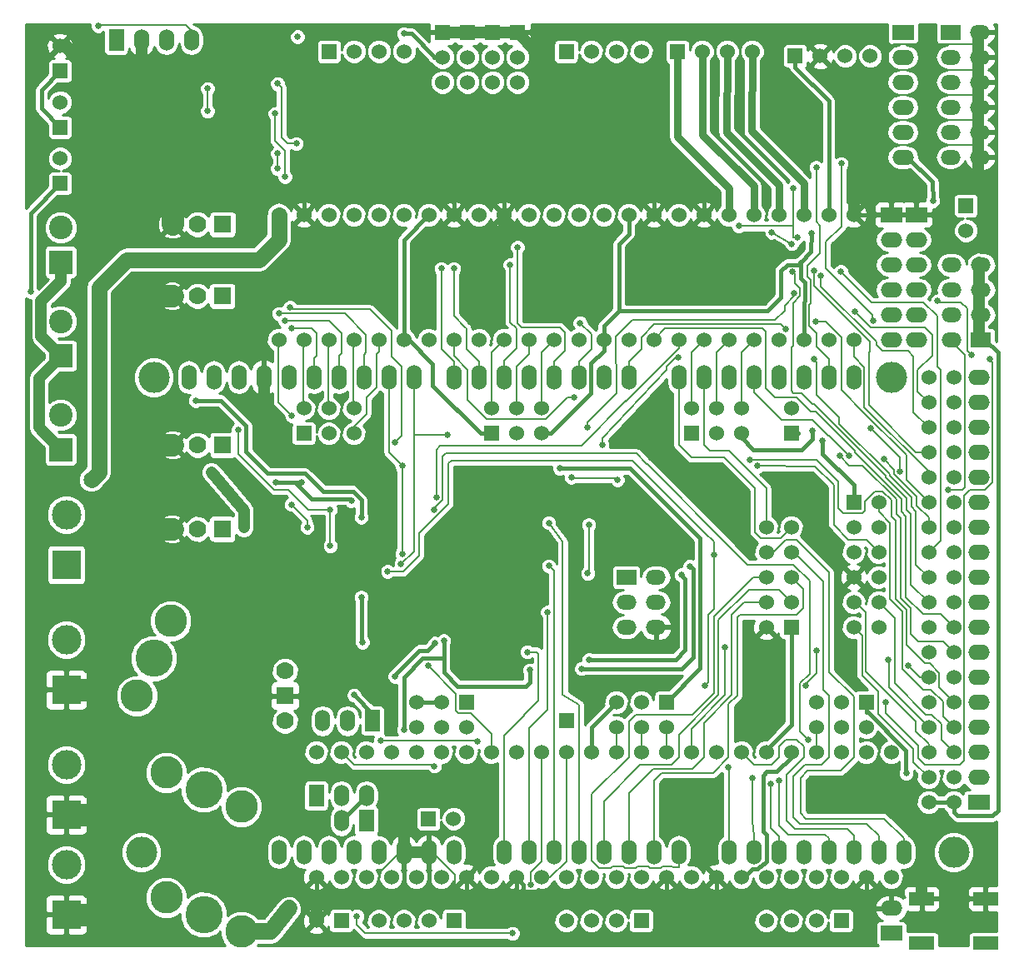
<source format=gbl>
G04 (created by PCBNEW (2013-07-07 BZR 4022)-stable) date 12/01/2014 01:21:10*
%MOIN*%
G04 Gerber Fmt 3.4, Leading zero omitted, Abs format*
%FSLAX34Y34*%
G01*
G70*
G90*
G04 APERTURE LIST*
%ADD10C,0.00590551*%
%ADD11C,0.06*%
%ADD12R,0.06X0.06*%
%ADD13C,0.07*%
%ADD14R,0.07X0.07*%
%ADD15R,0.1181X0.1181*%
%ADD16C,0.1181*%
%ADD17R,0.06X0.0866*%
%ADD18O,0.06X0.0866*%
%ADD19R,0.0787X0.06*%
%ADD20O,0.0787X0.06*%
%ADD21R,0.0984X0.055*%
%ADD22R,0.0866X0.06*%
%ADD23O,0.0866X0.06*%
%ADD24C,0.13*%
%ADD25C,0.149*%
%ADD26C,0.0944882*%
%ADD27R,0.0944882X0.0944882*%
%ADD28O,0.06X0.1*%
%ADD29C,0.125*%
%ADD30C,0.025*%
%ADD31C,0.064*%
%ADD32C,0.045*%
%ADD33C,0.016*%
%ADD34C,0.008*%
%ADD35C,0.063*%
%ADD36C,0.065*%
%ADD37C,0.045*%
%ADD38C,0.03*%
%ADD39C,0.09*%
%ADD40C,0.01*%
G04 APERTURE END LIST*
G54D10*
G54D11*
X18900Y8000D03*
X17900Y8000D03*
X16900Y8000D03*
X15900Y8000D03*
X14900Y8000D03*
X13900Y8000D03*
X12900Y8000D03*
X11900Y8000D03*
X11900Y3000D03*
X12900Y3000D03*
X13900Y3000D03*
X14900Y3000D03*
X15900Y3000D03*
X16900Y3000D03*
X17900Y3000D03*
X18900Y3000D03*
X26900Y8000D03*
X25900Y8000D03*
X24900Y8000D03*
X23900Y8000D03*
X22900Y8000D03*
X21900Y8000D03*
X20900Y8000D03*
X19900Y8000D03*
X19900Y3000D03*
X20900Y3000D03*
X21900Y3000D03*
X22900Y3000D03*
X23900Y3000D03*
X24900Y3000D03*
X25900Y3000D03*
X26900Y3000D03*
X34900Y8000D03*
X33900Y8000D03*
X32900Y8000D03*
X31900Y8000D03*
X30900Y8000D03*
X29900Y8000D03*
X28900Y8000D03*
X27900Y8000D03*
X27900Y3000D03*
X28900Y3000D03*
X29900Y3000D03*
X30900Y3000D03*
X31900Y3000D03*
X32900Y3000D03*
X33900Y3000D03*
X34900Y3000D03*
X10400Y24500D03*
X11400Y24500D03*
X12400Y24500D03*
X13400Y24500D03*
X14400Y24500D03*
X15400Y24500D03*
X16400Y24500D03*
X17400Y24500D03*
X17400Y29500D03*
X16400Y29500D03*
X15400Y29500D03*
X14400Y29500D03*
X13400Y29500D03*
X12400Y29500D03*
X11400Y29500D03*
X10400Y29500D03*
X18400Y24500D03*
X19400Y24500D03*
X20400Y24500D03*
X21400Y24500D03*
X22400Y24500D03*
X23400Y24500D03*
X24400Y24500D03*
X25400Y24500D03*
X25400Y29500D03*
X24400Y29500D03*
X23400Y29500D03*
X22400Y29500D03*
X21400Y29500D03*
X20400Y29500D03*
X19400Y29500D03*
X18400Y29500D03*
G54D12*
X31065Y35850D03*
G54D11*
X32065Y35850D03*
X33065Y35850D03*
X34065Y35850D03*
G54D12*
X17900Y10000D03*
G54D11*
X17900Y9000D03*
X16900Y10000D03*
X16900Y9000D03*
X15900Y10000D03*
X15900Y9000D03*
G54D12*
X11400Y20750D03*
G54D11*
X11400Y21750D03*
X12400Y20750D03*
X12400Y21750D03*
X13400Y20750D03*
X13400Y21750D03*
G54D12*
X26900Y20750D03*
G54D11*
X26900Y21750D03*
X27900Y20750D03*
X27900Y21750D03*
X28900Y20750D03*
X28900Y21750D03*
G54D12*
X33900Y10000D03*
G54D11*
X33900Y9000D03*
X32900Y10000D03*
X32900Y9000D03*
X31900Y10000D03*
X31900Y9000D03*
G54D12*
X25900Y10000D03*
G54D11*
X25900Y9000D03*
X24900Y10000D03*
X24900Y9000D03*
X23900Y10000D03*
X23900Y9000D03*
G54D12*
X18951Y36808D03*
G54D11*
X18951Y35808D03*
X18951Y34808D03*
G54D12*
X19951Y36808D03*
G54D11*
X19951Y35808D03*
X19951Y34808D03*
G54D12*
X17951Y36808D03*
G54D11*
X17951Y35808D03*
X17951Y34808D03*
G54D12*
X16951Y36808D03*
G54D11*
X16951Y35808D03*
X16951Y34808D03*
G54D12*
X21900Y9250D03*
G54D13*
X7148Y16929D03*
X6148Y16929D03*
G54D14*
X8148Y16929D03*
G54D13*
X7147Y26252D03*
X6147Y26252D03*
G54D14*
X8147Y26252D03*
G54D13*
X7152Y20294D03*
X6152Y20294D03*
G54D14*
X8152Y20294D03*
G54D13*
X7150Y29120D03*
X6150Y29120D03*
G54D14*
X8150Y29120D03*
G54D15*
X1900Y5500D03*
G54D16*
X1900Y7500D03*
G54D12*
X17400Y1250D03*
G54D11*
X16400Y1250D03*
X15400Y1250D03*
X14400Y1250D03*
G54D12*
X24900Y1250D03*
G54D11*
X23900Y1250D03*
X22900Y1250D03*
X21900Y1250D03*
G54D12*
X32900Y1250D03*
G54D11*
X31900Y1250D03*
X30900Y1250D03*
X29900Y1250D03*
G54D12*
X12410Y36040D03*
G54D11*
X13410Y36040D03*
X14410Y36040D03*
X15410Y36040D03*
G54D17*
X11900Y6250D03*
G54D18*
X12900Y6250D03*
X13900Y6250D03*
G54D19*
X38498Y24500D03*
G54D20*
X37302Y24500D03*
X38498Y25500D03*
X37302Y25500D03*
X38498Y26500D03*
X37302Y26500D03*
X38498Y27500D03*
X37302Y27500D03*
G54D15*
X1900Y15500D03*
G54D16*
X1900Y17500D03*
G54D15*
X1900Y1500D03*
G54D16*
X1900Y3500D03*
G54D21*
X36121Y364D03*
X36121Y2136D03*
X38680Y364D03*
X38680Y2136D03*
G54D12*
X21900Y36040D03*
G54D11*
X22900Y36040D03*
X23900Y36040D03*
X24900Y36040D03*
G54D12*
X26340Y36040D03*
G54D11*
X27340Y36040D03*
X28340Y36040D03*
X29340Y36040D03*
X26400Y24500D03*
X27400Y24500D03*
X28400Y24500D03*
X29400Y24500D03*
X30400Y24500D03*
X31400Y24500D03*
X32400Y24500D03*
X33400Y24500D03*
X33400Y29500D03*
X32400Y29500D03*
X31400Y29500D03*
X30400Y29500D03*
X29400Y29500D03*
X28400Y29500D03*
X27400Y29500D03*
X26400Y29500D03*
G54D12*
X18900Y20750D03*
G54D11*
X18900Y21750D03*
X19900Y20750D03*
X19900Y21750D03*
X20900Y20750D03*
X20900Y21750D03*
G54D19*
X24302Y15000D03*
G54D20*
X25498Y15000D03*
X24302Y14000D03*
X25498Y14000D03*
X24302Y13000D03*
X25498Y13000D03*
G54D22*
X34900Y29500D03*
G54D23*
X34900Y28500D03*
X34900Y27500D03*
X34900Y26500D03*
X34900Y25500D03*
X34900Y24500D03*
G54D17*
X3900Y36500D03*
G54D18*
X4900Y36500D03*
X5900Y36500D03*
X6900Y36500D03*
G54D17*
X14150Y9250D03*
G54D18*
X13150Y9250D03*
X12150Y9250D03*
G54D12*
X16398Y5338D03*
G54D11*
X17398Y5338D03*
G54D13*
X10650Y9250D03*
G54D14*
X10650Y10250D03*
G54D13*
X10650Y11250D03*
G54D12*
X30900Y13000D03*
G54D11*
X29900Y13000D03*
X30900Y14000D03*
X29900Y14000D03*
X30900Y15000D03*
X29900Y15000D03*
X30900Y16000D03*
X29900Y16000D03*
X30900Y17000D03*
X29900Y17000D03*
G54D22*
X35900Y29500D03*
G54D23*
X35900Y28500D03*
X35900Y27500D03*
X35900Y26500D03*
X35900Y25500D03*
X35900Y24500D03*
G54D12*
X1650Y35250D03*
G54D11*
X1650Y36250D03*
G54D24*
X5900Y2180D03*
X8900Y820D03*
G54D25*
X7400Y1500D03*
G54D24*
X5900Y7180D03*
X8900Y5820D03*
G54D25*
X7400Y6500D03*
G54D24*
X4720Y10250D03*
X6080Y13250D03*
G54D25*
X5400Y11750D03*
G54D12*
X1650Y30750D03*
G54D11*
X1650Y31750D03*
G54D12*
X1650Y33000D03*
G54D11*
X1650Y34000D03*
G54D22*
X38400Y6000D03*
G54D23*
X38400Y7000D03*
X38400Y8000D03*
X38400Y9000D03*
X38400Y10000D03*
X38400Y11000D03*
X38400Y12000D03*
X38400Y13000D03*
X38400Y14000D03*
X38400Y15000D03*
X38400Y16000D03*
X38400Y17000D03*
X38400Y18000D03*
X38400Y19000D03*
X38400Y20000D03*
X38400Y21000D03*
X38400Y22000D03*
X38400Y23000D03*
G54D12*
X33400Y18000D03*
G54D11*
X34400Y18000D03*
X33400Y17000D03*
X34400Y17000D03*
X33400Y16000D03*
X34400Y16000D03*
X33400Y15000D03*
X34400Y15000D03*
X33400Y14000D03*
X34400Y14000D03*
X33400Y13000D03*
X34400Y13000D03*
G54D22*
X34900Y750D03*
G54D23*
X34900Y1750D03*
G54D26*
X1675Y21488D03*
G54D27*
X1675Y20111D03*
G54D26*
X1675Y25238D03*
G54D27*
X1675Y23861D03*
G54D26*
X1675Y28988D03*
G54D27*
X1675Y27611D03*
G54D12*
X30900Y20750D03*
G54D11*
X30900Y21750D03*
G54D15*
X1900Y10500D03*
G54D16*
X1900Y12500D03*
G54D17*
X13900Y5250D03*
G54D18*
X12900Y5250D03*
G54D12*
X12900Y1250D03*
G54D11*
X11900Y1250D03*
G54D12*
X37891Y29870D03*
G54D11*
X37891Y28870D03*
G54D22*
X35367Y36811D03*
G54D23*
X35367Y35811D03*
X35367Y34811D03*
X35367Y33811D03*
X35367Y32811D03*
X35367Y31811D03*
G54D19*
X37269Y36811D03*
G54D20*
X38465Y36811D03*
X37269Y35811D03*
X38465Y35811D03*
X37269Y34811D03*
X38465Y34811D03*
X37269Y33811D03*
X38465Y33811D03*
X37269Y32811D03*
X38465Y32811D03*
X37269Y31811D03*
X38465Y31811D03*
G54D28*
X26400Y23000D03*
X27400Y23000D03*
X28400Y23000D03*
X29400Y23000D03*
X30400Y23000D03*
X31400Y23000D03*
X32400Y23000D03*
X33400Y23000D03*
X35400Y4000D03*
X34400Y4000D03*
X33400Y4000D03*
X32400Y4000D03*
X28400Y4000D03*
X26400Y4000D03*
X25400Y4000D03*
X29400Y4000D03*
X30400Y4000D03*
X31400Y4000D03*
X24400Y4000D03*
X23400Y4000D03*
X22400Y4000D03*
X19400Y4000D03*
X20400Y4000D03*
X21400Y4000D03*
X17400Y4000D03*
X16400Y4000D03*
X15400Y4000D03*
X13400Y4000D03*
X12400Y4000D03*
X24400Y23000D03*
X23400Y23000D03*
X22400Y23000D03*
X21400Y23000D03*
X20400Y23000D03*
X19400Y23000D03*
X18400Y23000D03*
X17400Y23000D03*
X15800Y23000D03*
X14800Y23000D03*
X13800Y23000D03*
X12800Y23000D03*
X11800Y23000D03*
X10800Y23000D03*
X9800Y23000D03*
X8800Y23000D03*
X14400Y4000D03*
G54D29*
X37400Y4000D03*
X34900Y23000D03*
X5400Y23000D03*
X4900Y4000D03*
G54D11*
X36400Y22000D03*
X37400Y22000D03*
X36400Y21000D03*
X37400Y21000D03*
X36400Y20000D03*
X37400Y20000D03*
X36400Y19000D03*
X37400Y19000D03*
X36400Y23000D03*
X37400Y23000D03*
X37400Y18000D03*
X36400Y18000D03*
X36400Y17000D03*
X37400Y17000D03*
X36400Y16000D03*
X37400Y16000D03*
X36400Y15000D03*
X37400Y15000D03*
X36400Y14000D03*
X37400Y14000D03*
X36400Y13000D03*
X37400Y13000D03*
X36400Y12000D03*
X37400Y12000D03*
X36400Y11000D03*
X37400Y11000D03*
X36400Y10000D03*
X37400Y10000D03*
X36400Y9000D03*
X37400Y9000D03*
X36400Y8000D03*
X37400Y8000D03*
X36400Y7000D03*
X37400Y7000D03*
X36400Y6000D03*
X37400Y6000D03*
G54D28*
X7800Y23000D03*
X6800Y23000D03*
X11400Y4000D03*
X10400Y4000D03*
G54D30*
X16650Y12360D03*
X22800Y11690D03*
X26500Y15090D03*
X15050Y11030D03*
X13750Y12400D03*
X13700Y14200D03*
X13700Y17400D03*
X7071Y22067D03*
X475Y26435D03*
X31700Y28770D03*
X21650Y19350D03*
X35500Y7150D03*
X31759Y20876D03*
G54D31*
X2900Y18900D03*
G54D32*
X10800Y1750D03*
X7700Y19200D03*
X9000Y17000D03*
G54D30*
X16700Y18200D03*
X10930Y21455D03*
X13410Y10280D03*
X13530Y1440D03*
X19750Y750D03*
X16366Y11452D03*
X28248Y12207D03*
X16600Y17700D03*
X31573Y8499D03*
X22800Y17100D03*
X22760Y15150D03*
X10400Y25550D03*
X10250Y33550D03*
X10650Y31025D03*
X10650Y25250D03*
X10350Y31950D03*
X10350Y31350D03*
X10900Y24950D03*
X22450Y25175D03*
X11100Y32350D03*
X10350Y34750D03*
X34608Y19717D03*
X32840Y19860D03*
X29250Y19700D03*
X22200Y22200D03*
X17150Y20700D03*
X15292Y15527D03*
X11539Y17000D03*
X10907Y17909D03*
X15336Y19452D03*
X15337Y15931D03*
X8776Y20909D03*
X12458Y17702D03*
X12458Y16250D03*
X31820Y23720D03*
X31487Y10645D03*
X31910Y12050D03*
X15400Y8900D03*
X26850Y15440D03*
X22510Y11340D03*
X20440Y11280D03*
X15400Y36750D03*
X11300Y18800D03*
X13300Y18050D03*
X17000Y12460D03*
X36570Y30070D03*
X11150Y36625D03*
X32150Y20450D03*
X10268Y18794D03*
X7550Y33650D03*
X7550Y34550D03*
G54D32*
X8850Y32650D03*
X20750Y28550D03*
X14581Y11228D03*
X17386Y13292D03*
X10500Y36500D03*
X19000Y19100D03*
X13460Y11870D03*
X9020Y8680D03*
X17385Y14875D03*
X33396Y6762D03*
X30550Y18850D03*
X11675Y32400D03*
X28900Y18200D03*
X25900Y20600D03*
G54D30*
X29097Y28095D03*
G54D32*
X18019Y6281D03*
X12648Y19878D03*
X13355Y19170D03*
X33400Y33236D03*
X7000Y32618D03*
X25400Y10576D03*
G54D30*
X30129Y28803D03*
X30920Y28340D03*
X31140Y28600D03*
X30966Y30556D03*
X28800Y29050D03*
X34675Y10000D03*
X38840Y23720D03*
X10850Y25800D03*
X15050Y20400D03*
X14750Y15230D03*
X27445Y10662D03*
X27810Y15900D03*
X37190Y18510D03*
X22750Y21000D03*
X31018Y26351D03*
X23340Y20310D03*
X26394Y23796D03*
X34070Y20973D03*
X35264Y19218D03*
X23950Y18900D03*
X22100Y19000D03*
X32900Y31550D03*
X34174Y25253D03*
X3180Y37060D03*
X31900Y31400D03*
X16900Y27350D03*
X17400Y27350D03*
X19650Y27500D03*
X19950Y28200D03*
X29550Y19450D03*
X20340Y12010D03*
X21150Y13600D03*
X21200Y15450D03*
X21200Y17170D03*
X30686Y24929D03*
X38130Y23880D03*
X36760Y26050D03*
X33210Y19850D03*
X31891Y25226D03*
X33436Y25644D03*
X28379Y7385D03*
X14470Y8460D03*
X18360Y8430D03*
X34780Y11700D03*
X29361Y6976D03*
X16630Y7440D03*
X30960Y27220D03*
X32092Y27056D03*
X30070Y6722D03*
X20490Y2690D03*
X32894Y27228D03*
X31831Y27273D03*
X30430Y6860D03*
X35582Y11474D03*
G54D33*
X16015Y12065D02*
X15050Y11100D01*
X16355Y12065D02*
X16015Y12065D01*
X16650Y12360D02*
X16355Y12065D01*
X22810Y11700D02*
X26270Y11700D01*
X22800Y11690D02*
X22810Y11700D01*
X26650Y14940D02*
X26500Y15090D01*
X26650Y12080D02*
X26650Y14940D01*
X26650Y12080D02*
X26270Y11700D01*
X15050Y11100D02*
X15050Y11030D01*
X13750Y12400D02*
X13700Y12450D01*
X13700Y12450D02*
X13700Y14200D01*
X13700Y18100D02*
X13366Y18434D01*
X13700Y17400D02*
X13700Y18100D01*
X1650Y30750D02*
X478Y29578D01*
X13366Y18434D02*
X12166Y18434D01*
X12166Y18434D02*
X11453Y19147D01*
X11453Y19147D02*
X9963Y19147D01*
X9963Y19147D02*
X9087Y20023D01*
X9087Y20023D02*
X9087Y21059D01*
X9087Y21059D02*
X8079Y22067D01*
X8079Y22067D02*
X7071Y22067D01*
X475Y26435D02*
X478Y26438D01*
X478Y26438D02*
X478Y29578D01*
X1650Y35250D02*
X900Y34500D01*
X900Y33750D02*
X1650Y33000D01*
X900Y34500D02*
X900Y33750D01*
X31280Y27609D02*
X31699Y28028D01*
X31699Y28028D02*
X31700Y28770D01*
X31280Y27609D02*
X31280Y27620D01*
X30929Y27508D02*
X31168Y27508D01*
X31168Y27508D02*
X31280Y27620D01*
X30490Y27250D02*
X30748Y27508D01*
X30490Y26200D02*
X30490Y27250D01*
X29951Y25661D02*
X30490Y26200D01*
X30748Y27508D02*
X30929Y27508D01*
X24000Y25661D02*
X29951Y25661D01*
X31465Y26520D02*
X31465Y26785D01*
X31280Y26970D02*
X31280Y27620D01*
X31465Y26785D02*
X31280Y26970D01*
X15900Y10000D02*
X16900Y10000D01*
X12900Y6250D02*
X13050Y6250D01*
X27250Y15900D02*
X27250Y16550D01*
X25900Y10010D02*
X27250Y11360D01*
X27250Y11360D02*
X27250Y15900D01*
X25900Y10000D02*
X25900Y10010D01*
X24450Y19350D02*
X21650Y19350D01*
X27250Y16550D02*
X24450Y19350D01*
X28900Y3000D02*
X29030Y3000D01*
X30900Y7800D02*
X30900Y8000D01*
X30320Y7220D02*
X30900Y7800D01*
X29930Y7220D02*
X30320Y7220D01*
X29770Y7060D02*
X29930Y7220D01*
X29770Y4820D02*
X29770Y7060D01*
X29910Y4680D02*
X29770Y4820D01*
X29910Y3640D02*
X29910Y4680D01*
X29690Y3420D02*
X29910Y3640D01*
X29660Y3420D02*
X29690Y3420D01*
X29560Y3320D02*
X29660Y3420D01*
X29350Y3320D02*
X29560Y3320D01*
X29030Y3000D02*
X29350Y3320D01*
X29900Y8000D02*
X29900Y8100D01*
X30900Y9100D02*
X30900Y13000D01*
X29900Y8100D02*
X30900Y9100D01*
X35499Y8074D02*
X35499Y7164D01*
X33994Y9579D02*
X35499Y8074D01*
X33900Y9579D02*
X33994Y9579D01*
X33900Y9579D02*
X33900Y10000D01*
X35499Y7150D02*
X35499Y7164D01*
X35500Y7150D02*
X35499Y7150D01*
X28900Y20750D02*
X28900Y20600D01*
X31759Y20539D02*
X31759Y20876D01*
X31330Y20110D02*
X31759Y20539D01*
X29390Y20110D02*
X31330Y20110D01*
X28900Y20600D02*
X29390Y20110D01*
X31400Y24500D02*
X31400Y25980D01*
X31465Y26045D02*
X31465Y26520D01*
X31465Y26520D02*
X31465Y26534D01*
X31400Y25980D02*
X31465Y26045D01*
X23400Y24500D02*
X23400Y25061D01*
X23400Y25061D02*
X24000Y25661D01*
X24400Y28730D02*
X24400Y29500D01*
X24000Y25661D02*
X24000Y28330D01*
X24000Y28330D02*
X24400Y28730D01*
X20900Y20750D02*
X21288Y20750D01*
X21288Y20750D02*
X22893Y22355D01*
X22893Y22355D02*
X22893Y23561D01*
X22893Y23561D02*
X23400Y24068D01*
X23400Y24068D02*
X23400Y24500D01*
X16400Y29500D02*
X16394Y29500D01*
X15400Y28506D02*
X15400Y24500D01*
X16394Y29500D02*
X15400Y28506D01*
X15400Y24500D02*
X15601Y24500D01*
X18479Y20750D02*
X18900Y20750D01*
X16560Y22669D02*
X18479Y20750D01*
X16560Y23541D02*
X16560Y22669D01*
X15601Y24500D02*
X16560Y23541D01*
G54D34*
X13400Y20750D02*
X13400Y21039D01*
X14400Y24034D02*
X14400Y24500D01*
X14302Y23936D02*
X14400Y24034D01*
X14302Y22606D02*
X14302Y23936D01*
X13903Y22207D02*
X14302Y22606D01*
X13903Y21542D02*
X13903Y22207D01*
X13400Y21039D02*
X13903Y21542D01*
G54D33*
X32400Y29500D02*
X32400Y34068D01*
X31065Y35403D02*
X31065Y35850D01*
X32400Y34068D02*
X31065Y35403D01*
G54D34*
X21900Y3637D02*
X21900Y8000D01*
X20900Y3000D02*
X21263Y3000D01*
X21263Y3000D02*
X21900Y3637D01*
G54D33*
X22900Y9000D02*
X22900Y8000D01*
X23900Y10000D02*
X22900Y9000D01*
G54D35*
X3200Y26550D02*
X3200Y26600D01*
X2900Y18900D02*
X3200Y19200D01*
X3200Y26550D02*
X3200Y19200D01*
X10400Y28500D02*
X10400Y29500D01*
X9600Y27700D02*
X10400Y28500D01*
X4300Y27700D02*
X9600Y27700D01*
X3200Y26600D02*
X4300Y27700D01*
G54D36*
X8900Y820D02*
X10070Y820D01*
X10070Y820D02*
X10800Y1750D01*
G54D37*
X7700Y19200D02*
X7700Y19198D01*
X9000Y17678D02*
X9000Y17000D01*
X7700Y19198D02*
X9000Y17678D01*
X800Y20986D02*
X1675Y20111D01*
X800Y22950D02*
X800Y20986D01*
X1675Y23825D02*
X800Y22950D01*
X1675Y23861D02*
X1675Y23825D01*
X898Y26055D02*
X1675Y26833D01*
X898Y24638D02*
X898Y26055D01*
X1675Y23861D02*
X898Y24638D01*
X1675Y27611D02*
X1675Y26833D01*
G54D34*
X22500Y20250D02*
X24298Y22048D01*
X16700Y18200D02*
X16714Y18214D01*
X16714Y18214D02*
X16714Y20104D01*
X16860Y20250D02*
X16714Y20104D01*
X22500Y20250D02*
X16860Y20250D01*
X26400Y24152D02*
X24280Y22032D01*
X26400Y24152D02*
X26400Y24500D01*
X10375Y22011D02*
X10930Y21455D01*
X10375Y24475D02*
X10375Y22011D01*
X10400Y24500D02*
X10375Y24475D01*
G54D33*
X14150Y9540D02*
X14150Y9250D01*
X13410Y10280D02*
X14150Y9540D01*
G54D34*
X13860Y750D02*
X13530Y1080D01*
X13530Y1080D02*
X13530Y1440D01*
X19750Y750D02*
X13900Y750D01*
X13900Y750D02*
X13860Y750D01*
G54D38*
X28340Y36040D02*
X28340Y35990D01*
X28305Y32803D02*
X30401Y30711D01*
X28340Y35990D02*
X28305Y32803D01*
X30401Y30711D02*
X30400Y29500D01*
X30400Y29550D02*
X30400Y29500D01*
X29340Y36040D02*
X29320Y32845D01*
X29320Y32845D02*
X31400Y30762D01*
X31400Y30762D02*
X31400Y29500D01*
X27340Y36040D02*
X27340Y32710D01*
X29400Y30650D02*
X29400Y29500D01*
X27340Y32710D02*
X29400Y30650D01*
X26340Y36040D02*
X26340Y32620D01*
X28400Y30560D02*
X28400Y29500D01*
X26340Y32620D02*
X28400Y30560D01*
G54D34*
X18900Y8727D02*
X18900Y8000D01*
X18070Y9556D02*
X18900Y8727D01*
X17573Y9556D02*
X18070Y9556D01*
X17479Y9650D02*
X17573Y9556D01*
X17479Y10339D02*
X17479Y9650D01*
X16366Y11452D02*
X17479Y10339D01*
X26900Y8000D02*
X26900Y8935D01*
X26900Y8935D02*
X28246Y10283D01*
X28246Y10283D02*
X28248Y12207D01*
X21900Y19950D02*
X24700Y19950D01*
X18710Y19950D02*
X21900Y19950D01*
X28440Y16210D02*
X25170Y19480D01*
X28490Y16160D02*
X28440Y16210D01*
X29399Y15500D02*
X29137Y15502D01*
X31573Y8499D02*
X31242Y8831D01*
X31242Y8831D02*
X31242Y10747D01*
X31242Y10747D02*
X31635Y11140D01*
X31635Y11140D02*
X31635Y14863D01*
X31635Y14863D02*
X30990Y15508D01*
X30990Y15508D02*
X29399Y15500D01*
X29137Y15502D02*
X28490Y16150D01*
X28490Y16150D02*
X28490Y16160D01*
X25170Y19480D02*
X25090Y19560D01*
X24700Y19950D02*
X25090Y19560D01*
X18710Y19950D02*
X17080Y19950D01*
X16600Y17750D02*
X16600Y17700D01*
X16960Y18110D02*
X16600Y17750D01*
X16960Y19830D02*
X16960Y18110D01*
X17080Y19950D02*
X16960Y19830D01*
X18710Y19950D02*
X18700Y19950D01*
X16600Y17700D02*
X16601Y17698D01*
X24860Y7500D02*
X26110Y7500D01*
X23400Y6040D02*
X24860Y7500D01*
X23400Y4000D02*
X23400Y6040D01*
X30400Y14500D02*
X30900Y14000D01*
X29205Y14500D02*
X30400Y14500D01*
X27990Y13285D02*
X29205Y14500D01*
X27990Y10288D02*
X27990Y13285D01*
X26400Y8698D02*
X27990Y10288D01*
X26400Y7790D02*
X26400Y8698D01*
X26110Y7500D02*
X26400Y7790D01*
X24400Y4000D02*
X24400Y6350D01*
X29013Y14000D02*
X29900Y14000D01*
X28519Y13506D02*
X29013Y14000D01*
X28519Y10283D02*
X28519Y13506D01*
X27402Y9166D02*
X28519Y10283D01*
X27402Y7793D02*
X27402Y9166D01*
X26947Y7338D02*
X27402Y7793D01*
X25388Y7338D02*
X26947Y7338D01*
X24400Y6350D02*
X25388Y7338D01*
X25400Y4000D02*
X25400Y6858D01*
X31368Y14532D02*
X30900Y15000D01*
X31368Y13761D02*
X31368Y14532D01*
X31109Y13503D02*
X31368Y13761D01*
X28852Y13503D02*
X31109Y13503D01*
X28734Y13385D02*
X28852Y13503D01*
X28734Y10259D02*
X28734Y13385D01*
X28399Y9924D02*
X28734Y10259D01*
X28399Y7787D02*
X28399Y9924D01*
X27783Y7171D02*
X28399Y7787D01*
X25712Y7171D02*
X27783Y7171D01*
X25400Y6858D02*
X25712Y7171D01*
X22929Y3651D02*
X22929Y6319D01*
X26400Y3379D02*
X26177Y3379D01*
X26177Y3379D02*
X26116Y3441D01*
X26116Y3441D02*
X25747Y3441D01*
X25747Y3441D02*
X25675Y3370D01*
X25675Y3370D02*
X25235Y3370D01*
X25235Y3370D02*
X25175Y3429D01*
X25175Y3429D02*
X24735Y3429D01*
X24735Y3429D02*
X24675Y3370D01*
X24675Y3370D02*
X24235Y3370D01*
X24235Y3370D02*
X24175Y3429D01*
X24175Y3429D02*
X23735Y3429D01*
X23735Y3429D02*
X23667Y3361D01*
X23667Y3361D02*
X23218Y3361D01*
X23218Y3361D02*
X22929Y3651D01*
X26400Y4000D02*
X26400Y3379D01*
X29376Y15000D02*
X29900Y15000D01*
X27805Y13429D02*
X29376Y15000D01*
X27805Y10356D02*
X27805Y13429D01*
X26949Y9500D02*
X27805Y10356D01*
X24685Y9500D02*
X26949Y9500D01*
X24400Y9215D02*
X24685Y9500D01*
X24400Y7790D02*
X24400Y9215D01*
X22929Y6319D02*
X24400Y7790D01*
X29879Y15000D02*
X29900Y15000D01*
X30900Y16000D02*
X31002Y16000D01*
X34400Y4650D02*
X34400Y4000D01*
X33918Y5132D02*
X34400Y4650D01*
X31265Y5132D02*
X33918Y5132D01*
X30990Y5407D02*
X31265Y5132D01*
X30990Y7030D02*
X30990Y5407D01*
X31460Y7500D02*
X30990Y7030D01*
X32120Y7500D02*
X31460Y7500D01*
X32400Y7780D02*
X32120Y7500D01*
X32400Y10260D02*
X32400Y7780D01*
X32170Y10500D02*
X32400Y10260D01*
X32171Y14830D02*
X32170Y10500D01*
X31002Y16000D02*
X32171Y14830D01*
X29900Y16000D02*
X30190Y16000D01*
X35400Y4560D02*
X35400Y4000D01*
X34620Y5340D02*
X35400Y4560D01*
X31498Y5340D02*
X34620Y5340D01*
X31277Y5561D02*
X31498Y5340D01*
X31277Y6977D02*
X31277Y5561D01*
X31560Y7260D02*
X31277Y6977D01*
X32880Y7260D02*
X31560Y7260D01*
X33400Y7780D02*
X32880Y7260D01*
X33400Y10220D02*
X33400Y7780D01*
X32411Y11208D02*
X33400Y10220D01*
X32411Y15198D02*
X32411Y11208D01*
X31110Y16500D02*
X32411Y15198D01*
X30690Y16500D02*
X31110Y16500D01*
X30190Y16000D02*
X30690Y16500D01*
X22800Y17100D02*
X22800Y15190D01*
X22800Y15190D02*
X22760Y15150D01*
X10405Y25545D02*
X10400Y25550D01*
X13060Y25545D02*
X10441Y25545D01*
X13897Y24708D02*
X13060Y25545D01*
X13897Y23997D02*
X13897Y24708D01*
X13800Y23900D02*
X13897Y23997D01*
X13800Y23900D02*
X13800Y23000D01*
X10441Y25545D02*
X10405Y25545D01*
X10650Y32050D02*
X10250Y32450D01*
X10250Y32450D02*
X10250Y33550D01*
X10650Y32050D02*
X10650Y31025D01*
X12901Y24710D02*
X12901Y24749D01*
X12800Y23000D02*
X12800Y23876D01*
X12901Y23977D02*
X12901Y24710D01*
X12800Y23876D02*
X12901Y23977D01*
X12400Y25250D02*
X10650Y25250D01*
X12901Y24749D02*
X12400Y25250D01*
X10350Y31950D02*
X10350Y31350D01*
X11904Y24710D02*
X11904Y24746D01*
X11904Y24746D02*
X11700Y24950D01*
X11700Y24950D02*
X10900Y24950D01*
X11800Y23000D02*
X11800Y23768D01*
X11904Y23872D02*
X11904Y24710D01*
X11800Y23768D02*
X11904Y23872D01*
X22400Y23000D02*
X22400Y23621D01*
X22902Y24723D02*
X22450Y25175D01*
X22902Y24123D02*
X22902Y24723D01*
X22400Y23621D02*
X22902Y24123D01*
X10500Y32600D02*
X10750Y32350D01*
X10750Y32350D02*
X11100Y32350D01*
X10500Y34600D02*
X10350Y34750D01*
X10500Y32950D02*
X10500Y34600D01*
X10500Y32950D02*
X10500Y32600D01*
X35019Y19305D02*
X34608Y19717D01*
X35019Y19116D02*
X35019Y19305D01*
X35920Y18216D02*
X35019Y19116D01*
X35920Y17864D02*
X35920Y18216D01*
X36400Y17384D02*
X35920Y17864D01*
X36400Y17000D02*
X36400Y17384D01*
X31890Y21620D02*
X31690Y21620D01*
X29890Y24830D02*
X29760Y24960D01*
X29760Y24960D02*
X29566Y24960D01*
X37400Y13000D02*
X36876Y13523D01*
X36876Y13523D02*
X36168Y13523D01*
X36168Y13523D02*
X35491Y14201D01*
X35491Y14201D02*
X35491Y17440D01*
X35491Y17440D02*
X35313Y17617D01*
X35313Y17617D02*
X35313Y18143D01*
X35313Y18143D02*
X33459Y19997D01*
X33459Y19997D02*
X33459Y20058D01*
X33459Y20058D02*
X31890Y21620D01*
X29566Y24960D02*
X25860Y24960D01*
X25860Y24960D02*
X25400Y24500D01*
X29890Y22570D02*
X29890Y24329D01*
X30095Y22364D02*
X29890Y22570D01*
X29890Y24329D02*
X29890Y24830D01*
X30260Y22200D02*
X30095Y22364D01*
X31110Y22200D02*
X30260Y22200D01*
X31690Y21620D02*
X31110Y22200D01*
X33761Y19470D02*
X33230Y19470D01*
X35113Y18118D02*
X33761Y19470D01*
X35113Y17534D02*
X35113Y18114D01*
X35288Y17359D02*
X35113Y17534D01*
X35288Y14156D02*
X35288Y17359D01*
X35689Y13755D02*
X35288Y14156D01*
X35689Y12732D02*
X35689Y13755D01*
X35993Y12428D02*
X35689Y12732D01*
X36971Y12428D02*
X35993Y12428D01*
X37400Y12000D02*
X36971Y12428D01*
X35113Y18114D02*
X35113Y18118D01*
X33230Y19470D02*
X32840Y19860D01*
X22200Y22200D02*
X21960Y22200D01*
X29250Y19700D02*
X31911Y19686D01*
X31911Y19686D02*
X32770Y18827D01*
X32770Y18827D02*
X32770Y17778D01*
X32770Y17778D02*
X32991Y17556D01*
X33734Y17556D02*
X32991Y17556D01*
X33843Y17665D02*
X33734Y17556D01*
X33843Y18037D02*
X33843Y17665D01*
X34244Y18438D02*
X33843Y18037D01*
X34562Y18438D02*
X34244Y18438D01*
X34921Y18080D02*
X34562Y18438D01*
X34921Y17426D02*
X34921Y18080D01*
X35085Y17262D02*
X34921Y17426D01*
X35085Y14112D02*
X35085Y17262D01*
X35507Y13690D02*
X35085Y14112D01*
X35507Y12283D02*
X35507Y13690D01*
X36241Y11548D02*
X35507Y12283D01*
X36445Y11548D02*
X36241Y11548D01*
X36820Y11174D02*
X36445Y11548D01*
X36820Y10579D02*
X36820Y11174D01*
X37400Y10000D02*
X36820Y10579D01*
X21088Y21327D02*
X21652Y21891D01*
X18727Y21327D02*
X21088Y21327D01*
X17956Y22098D02*
X18727Y21327D01*
X17956Y23289D02*
X17956Y22098D01*
X17400Y23846D02*
X17956Y23289D01*
X17400Y23846D02*
X17400Y24500D01*
X21960Y22200D02*
X21652Y21891D01*
X36966Y9433D02*
X37400Y9000D01*
X36966Y10028D02*
X36966Y9433D01*
X36494Y10500D02*
X36966Y10028D01*
X36177Y10500D02*
X36494Y10500D01*
X35337Y11340D02*
X36177Y10500D01*
X35337Y13633D02*
X35337Y11340D01*
X34859Y14112D02*
X35337Y13633D01*
X34859Y17166D02*
X34859Y14112D01*
X34400Y17625D02*
X34859Y17166D01*
X34400Y18000D02*
X34400Y17625D01*
X33400Y14000D02*
X33499Y14000D01*
X36400Y8312D02*
X36400Y8000D01*
X35898Y8814D02*
X36400Y8312D01*
X35898Y9214D02*
X35898Y8814D01*
X33899Y11212D02*
X35898Y9214D01*
X33899Y13599D02*
X33899Y11212D01*
X33499Y14000D02*
X33899Y13599D01*
X35045Y13354D02*
X34400Y14000D01*
X35045Y10753D02*
X35045Y13354D01*
X36299Y9500D02*
X35045Y10753D01*
X36513Y9500D02*
X36299Y9500D01*
X36900Y9113D02*
X36513Y9500D01*
X36900Y8500D02*
X36900Y9113D01*
X37400Y8000D02*
X36900Y8500D01*
X33739Y12660D02*
X33400Y13000D01*
X33739Y11059D02*
X33739Y12660D01*
X34379Y10420D02*
X33739Y11059D01*
X34379Y9544D02*
X34379Y10420D01*
X35792Y8131D02*
X34379Y9544D01*
X35792Y7607D02*
X35792Y8131D01*
X36400Y7000D02*
X35792Y7607D01*
X15800Y20700D02*
X17150Y20700D01*
X17150Y20700D02*
X17145Y20705D01*
X15800Y16035D02*
X15292Y15527D01*
X15800Y23000D02*
X15800Y20700D01*
X15800Y20700D02*
X15800Y20698D01*
X15800Y20698D02*
X15800Y16035D01*
X11539Y17000D02*
X11539Y17277D01*
X11539Y17277D02*
X10907Y17909D01*
X15336Y19452D02*
X15336Y19451D01*
X15337Y19451D02*
X15336Y19451D01*
X15337Y19451D02*
X15337Y15931D01*
X14800Y19990D02*
X15337Y19451D01*
X14800Y23000D02*
X14800Y19990D01*
X8776Y19939D02*
X10215Y18500D01*
X10215Y18500D02*
X10785Y18500D01*
X10785Y18500D02*
X11582Y17702D01*
X12458Y17702D02*
X11582Y17702D01*
X8776Y20909D02*
X8776Y19939D01*
X12458Y17702D02*
X12458Y16250D01*
X33830Y21803D02*
X33826Y21803D01*
X36400Y19000D02*
X36400Y19233D01*
X36400Y19233D02*
X33830Y21803D01*
X33400Y24050D02*
X33400Y24500D01*
X33400Y23840D02*
X33400Y24050D01*
X33830Y23410D02*
X33400Y23840D01*
X33830Y21807D02*
X33830Y23410D01*
X33826Y21803D02*
X33830Y21807D01*
X32831Y21141D02*
X32831Y21399D01*
X32831Y21141D02*
X34859Y19112D01*
X34859Y19112D02*
X34859Y19050D01*
X34859Y19050D02*
X35719Y18191D01*
X35719Y18191D02*
X35719Y17816D01*
X35719Y17816D02*
X35897Y17638D01*
X35897Y17638D02*
X35897Y15503D01*
X36400Y15000D02*
X35897Y15503D01*
X31930Y23610D02*
X31820Y23720D01*
X31930Y22300D02*
X31930Y23610D01*
X32831Y21399D02*
X31930Y22300D01*
X31910Y11670D02*
X31910Y12050D01*
X31487Y10727D02*
X31910Y11150D01*
X31910Y11150D02*
X31910Y11670D01*
X31487Y10645D02*
X31487Y10727D01*
G54D33*
X15400Y8900D02*
X15400Y9470D01*
X16135Y11745D02*
X17000Y11745D01*
X15400Y11010D02*
X16135Y11745D01*
X15400Y9470D02*
X15400Y11010D01*
X26970Y11780D02*
X26530Y11340D01*
X17620Y10640D02*
X17560Y10640D01*
X17560Y10640D02*
X17000Y11200D01*
X17000Y11200D02*
X17000Y11410D01*
X19840Y10640D02*
X20290Y10640D01*
X26970Y11780D02*
X26970Y15320D01*
X26970Y15320D02*
X26850Y15440D01*
X17620Y10640D02*
X19840Y10640D01*
X17000Y11745D02*
X17000Y11410D01*
X22510Y11340D02*
X26530Y11340D01*
X20440Y10790D02*
X20440Y11280D01*
X20290Y10640D02*
X20440Y10790D01*
X16608Y35808D02*
X16608Y35842D01*
X16951Y35808D02*
X16608Y35808D01*
X15700Y36750D02*
X15400Y36750D01*
X16608Y35842D02*
X15700Y36750D01*
X11056Y18794D02*
X11294Y18794D01*
X11294Y18794D02*
X11300Y18800D01*
X13060Y18125D02*
X11725Y18125D01*
X13300Y18050D02*
X13225Y18125D01*
X13225Y18125D02*
X13060Y18125D01*
X11056Y18794D02*
X10746Y18794D01*
X11725Y18125D02*
X11056Y18794D01*
X17000Y11745D02*
X17000Y12460D01*
X35560Y31811D02*
X35367Y31811D01*
X35560Y31811D02*
X36541Y30831D01*
X36559Y30831D02*
X36541Y30831D01*
X36570Y30070D02*
X36559Y30831D01*
X33400Y18544D02*
X33400Y18690D01*
X33400Y18000D02*
X33400Y18544D01*
X32150Y19940D02*
X32150Y20450D01*
X33400Y18690D02*
X32150Y19940D01*
X13900Y6250D02*
X12900Y5250D01*
X31194Y20750D02*
X30900Y20750D01*
X10746Y18794D02*
X10268Y18794D01*
G54D34*
X7550Y33650D02*
X7550Y34550D01*
G54D33*
X39170Y6720D02*
X39170Y5670D01*
X38650Y24500D02*
X39170Y23980D01*
X39170Y23980D02*
X39170Y6720D01*
X38400Y24500D02*
X38650Y24500D01*
X37400Y5600D02*
X37400Y6000D01*
X37550Y5450D02*
X37400Y5600D01*
X37900Y5450D02*
X37550Y5450D01*
X38950Y5450D02*
X37900Y5450D01*
X39170Y5670D02*
X38950Y5450D01*
X37400Y6000D02*
X37400Y6100D01*
G54D37*
X38400Y27590D02*
X38400Y27500D01*
G54D34*
X38400Y24500D02*
X38610Y24500D01*
G54D33*
X38400Y27500D02*
X38400Y27705D01*
G54D37*
X38400Y25500D02*
X38400Y24500D01*
X38400Y26500D02*
X38400Y25500D01*
X38400Y27500D02*
X38400Y26500D01*
G54D33*
X37400Y6000D02*
X36400Y6000D01*
X19900Y3000D02*
X20190Y2710D01*
X20190Y2440D02*
X19900Y2150D01*
X20190Y2710D02*
X20190Y2440D01*
X33900Y3000D02*
X33900Y2150D01*
G54D36*
X33900Y2150D02*
X27900Y2150D01*
G54D33*
X27900Y3000D02*
X27900Y2150D01*
X25900Y3000D02*
X25900Y2200D01*
X25900Y2200D02*
X25850Y2150D01*
X11900Y3000D02*
X11900Y2250D01*
X11900Y2250D02*
X12000Y2150D01*
X17900Y3000D02*
X17900Y2150D01*
X27400Y29500D02*
X27400Y30500D01*
G54D39*
X27400Y30500D02*
X25400Y30500D01*
G54D33*
X25400Y29500D02*
X25400Y30500D01*
X19400Y29500D02*
X19400Y30500D01*
X17400Y29500D02*
X17400Y29950D01*
X17400Y29950D02*
X16850Y30500D01*
X11400Y29500D02*
X11400Y30500D01*
X35900Y29500D02*
X36960Y29500D01*
G54D37*
X36960Y29500D02*
X37080Y29620D01*
X37080Y29620D02*
X37080Y30550D01*
X37080Y30550D02*
X37520Y30990D01*
X37520Y30990D02*
X38110Y30990D01*
X38110Y30990D02*
X38367Y31247D01*
X38367Y31247D02*
X38367Y31811D01*
G54D33*
X33400Y29500D02*
X34900Y29500D01*
X34900Y29500D02*
X35900Y29500D01*
X19900Y3000D02*
X19900Y2550D01*
X19900Y2550D02*
X19500Y2150D01*
G54D37*
X15400Y4000D02*
X16400Y4000D01*
G54D34*
X16400Y4000D02*
X16550Y4000D01*
X16550Y4000D02*
X17450Y3100D01*
X17450Y3100D02*
X17450Y3000D01*
X17450Y3000D02*
X17450Y2150D01*
G54D39*
X6150Y29120D02*
X6150Y30500D01*
X6152Y20294D02*
X4173Y20294D01*
X4173Y18770D02*
X4173Y20294D01*
X4173Y20294D02*
X4173Y25773D01*
X3829Y16929D02*
X4173Y16929D01*
X4173Y18770D02*
X4173Y16929D01*
X4652Y26252D02*
X6147Y26252D01*
X4173Y25773D02*
X4652Y26252D01*
G54D37*
X20791Y34205D02*
X20791Y30500D01*
X20791Y34205D02*
X20791Y35968D01*
X19951Y36808D02*
X20791Y35968D01*
X20791Y30500D02*
X20900Y30500D01*
G54D33*
X8850Y32150D02*
X8850Y30500D01*
X8850Y32650D02*
X8850Y32150D01*
X8850Y30500D02*
X8900Y30500D01*
G54D37*
X7000Y32618D02*
X7000Y30500D01*
X7000Y30500D02*
X6900Y30500D01*
X11400Y30500D02*
X8900Y30500D01*
X8900Y30500D02*
X6900Y30500D01*
X6900Y30500D02*
X6400Y30500D01*
X6400Y30500D02*
X4900Y30500D01*
X4900Y33750D02*
X4900Y35250D01*
X4900Y30500D02*
X4900Y33750D01*
G54D39*
X17400Y30500D02*
X16850Y30500D01*
X19400Y30500D02*
X17400Y30500D01*
X16850Y30500D02*
X11400Y30500D01*
X20900Y30500D02*
X19400Y30500D01*
X25400Y30500D02*
X20900Y30500D01*
G54D37*
X20750Y28550D02*
X20700Y28550D01*
X20700Y28550D02*
X20550Y28700D01*
X20550Y28700D02*
X19750Y28700D01*
X19750Y28700D02*
X19400Y29050D01*
X19400Y29050D02*
X19400Y29500D01*
G54D39*
X3400Y10500D02*
X3400Y16500D01*
X3400Y16500D02*
X3829Y16929D01*
X3829Y16929D02*
X6148Y16929D01*
X3400Y5500D02*
X3400Y10500D01*
X3400Y10500D02*
X1900Y10500D01*
X1900Y1500D02*
X3400Y1500D01*
X3400Y5500D02*
X1900Y5500D01*
X3400Y1500D02*
X3400Y5500D01*
G54D33*
X36121Y2136D02*
X38680Y2136D01*
G54D37*
X14581Y11228D02*
X14581Y13300D01*
X14581Y13300D02*
X14550Y13300D01*
X14295Y13300D02*
X14550Y13300D01*
X13769Y19170D02*
X14295Y18645D01*
X14295Y18645D02*
X14295Y13300D01*
X13355Y19170D02*
X13769Y19170D01*
X14550Y13300D02*
X16348Y13300D01*
X16348Y13300D02*
X16356Y13292D01*
X16356Y13292D02*
X17386Y13292D01*
G54D36*
X12000Y2150D02*
X17450Y2150D01*
X17450Y2150D02*
X17900Y2150D01*
X17900Y2150D02*
X19500Y2150D01*
X19500Y2150D02*
X19900Y2150D01*
X19900Y2150D02*
X25850Y2150D01*
X25850Y2150D02*
X27900Y2150D01*
G54D33*
X11675Y35325D02*
X10500Y36500D01*
X11675Y34695D02*
X11675Y32400D01*
X11675Y34695D02*
X11675Y35325D01*
G54D37*
X17385Y14875D02*
X17380Y14880D01*
X17380Y14880D02*
X17380Y14880D01*
X33396Y6762D02*
X34338Y6762D01*
X34338Y6762D02*
X36121Y4979D01*
X36121Y4979D02*
X36121Y2136D01*
G54D34*
X33400Y33236D02*
X34086Y33236D01*
X34160Y33310D02*
X38367Y33310D01*
X34086Y33236D02*
X34160Y33310D01*
G54D33*
X7032Y32650D02*
X7000Y32618D01*
G54D37*
X4900Y35250D02*
X2900Y35250D01*
X1900Y36250D02*
X1650Y36250D01*
X2900Y35250D02*
X1900Y36250D01*
X4900Y35250D02*
X4900Y36500D01*
G54D33*
X11656Y30356D02*
X11656Y32381D01*
X11656Y32381D02*
X11675Y32400D01*
G54D37*
X11900Y2250D02*
X11900Y1250D01*
G54D33*
X27850Y19250D02*
X28900Y18200D01*
X26650Y19250D02*
X27850Y19250D01*
X25900Y20000D02*
X26650Y19250D01*
X25900Y20600D02*
X25900Y20000D01*
G54D37*
X9800Y23000D02*
X9800Y21079D01*
X12484Y20042D02*
X12648Y19878D01*
X10837Y20042D02*
X12484Y20042D01*
X9800Y21079D02*
X10837Y20042D01*
G54D33*
X29097Y28095D02*
X28804Y28095D01*
X28804Y28095D02*
X27400Y29500D01*
G54D34*
X38367Y36312D02*
X35029Y36312D01*
X34777Y36060D02*
X34777Y35310D01*
X35029Y36312D02*
X34777Y36060D01*
X38367Y35310D02*
X34777Y35310D01*
X34777Y35310D02*
X34770Y35310D01*
X34770Y35310D02*
X33770Y34310D01*
X33400Y33236D02*
X33400Y33940D01*
X33400Y33940D02*
X33770Y34310D01*
X33770Y34310D02*
X38367Y34310D01*
X33400Y33236D02*
X33400Y32960D01*
X34050Y32310D02*
X38367Y32310D01*
X33400Y32960D02*
X34050Y32310D01*
G54D37*
X38367Y32811D02*
X38367Y32310D01*
X38367Y32310D02*
X38367Y31811D01*
X38367Y33811D02*
X38367Y33310D01*
X38367Y33310D02*
X38367Y32811D01*
X38367Y34811D02*
X38367Y34310D01*
X38367Y34310D02*
X38367Y33811D01*
X38367Y35811D02*
X38367Y35310D01*
X38367Y35310D02*
X38367Y34811D01*
X38367Y36811D02*
X38367Y36312D01*
X38367Y36312D02*
X38367Y35811D01*
G54D34*
X15400Y4000D02*
X15247Y4000D01*
X14400Y3153D02*
X14400Y2175D01*
X15247Y4000D02*
X14400Y3153D01*
G54D33*
X15400Y4000D02*
X15400Y2466D01*
X15400Y2466D02*
X15109Y2175D01*
X16400Y4000D02*
X16400Y2497D01*
X16400Y2497D02*
X16722Y2175D01*
G54D37*
X15400Y4000D02*
X15400Y5847D01*
X15834Y6281D02*
X18019Y6281D01*
X15400Y5847D02*
X15834Y6281D01*
G54D34*
X16400Y4000D02*
X16552Y4000D01*
X16552Y4000D02*
X17183Y3369D01*
X17900Y3033D02*
X17900Y3000D01*
G54D33*
X12648Y19878D02*
X12647Y19877D01*
G54D37*
X12647Y19877D02*
X13355Y19170D01*
G54D34*
X33478Y33314D02*
X33400Y33236D01*
G54D37*
X33400Y29500D02*
X33400Y33236D01*
X19951Y36808D02*
X17951Y36808D01*
X17951Y36808D02*
X16951Y36808D01*
X6148Y16929D02*
X6014Y16929D01*
X11900Y2250D02*
X11900Y2175D01*
G54D34*
X15400Y4000D02*
X15400Y3990D01*
X15400Y3990D02*
X15258Y3990D01*
X36400Y2163D02*
X36427Y2135D01*
X24900Y9000D02*
X24900Y8000D01*
X23900Y9000D02*
X23900Y8000D01*
X25900Y9000D02*
X25900Y8000D01*
X30129Y28803D02*
X30920Y28340D01*
X30966Y29050D02*
X30966Y28601D01*
X30966Y28601D02*
X31140Y28600D01*
X30966Y30556D02*
X30966Y29050D01*
X30966Y29050D02*
X28800Y29050D01*
X13375Y24475D02*
X13400Y24500D01*
X13375Y21775D02*
X13375Y24475D01*
X13400Y21750D02*
X13375Y21775D01*
X12375Y24475D02*
X12400Y24500D01*
X12375Y21774D02*
X12375Y24475D01*
X12400Y21750D02*
X12375Y21774D01*
X20400Y24500D02*
X20400Y23921D01*
X19900Y23421D02*
X19900Y21750D01*
X20400Y23921D02*
X19900Y23421D01*
X20900Y24000D02*
X21400Y24500D01*
X20900Y21750D02*
X20900Y24000D01*
X28900Y24000D02*
X29400Y24500D01*
X28900Y21750D02*
X28900Y24000D01*
X27900Y24000D02*
X28400Y24500D01*
X27900Y21750D02*
X27900Y24000D01*
X18900Y21750D02*
X18900Y24000D01*
X18900Y24000D02*
X19400Y24500D01*
X11375Y24475D02*
X11400Y24500D01*
X11375Y21775D02*
X11375Y24475D01*
X11400Y21750D02*
X11375Y21775D01*
X26900Y24000D02*
X27400Y24500D01*
X26900Y21750D02*
X26900Y24000D01*
X37825Y8375D02*
X37825Y18255D01*
X34675Y9546D02*
X34675Y10000D01*
X35975Y8246D02*
X34675Y9546D01*
X35975Y7775D02*
X35975Y8246D01*
X36250Y7500D02*
X35975Y7775D01*
X37650Y7500D02*
X36250Y7500D01*
X37825Y7675D02*
X37650Y7500D01*
X37825Y8375D02*
X37825Y7675D01*
X38960Y18790D02*
X38960Y20520D01*
X38660Y18490D02*
X38960Y18790D01*
X38060Y18490D02*
X38660Y18490D01*
X37825Y18255D02*
X38060Y18490D01*
X38960Y23600D02*
X38960Y20520D01*
X38840Y23720D02*
X38960Y23600D01*
X10936Y25714D02*
X10850Y25800D01*
X14039Y25714D02*
X14901Y24852D01*
X14901Y24852D02*
X14901Y23812D01*
X14901Y23812D02*
X15300Y23413D01*
X15300Y23413D02*
X15300Y20650D01*
X15300Y20650D02*
X15050Y20400D01*
X14039Y25714D02*
X10936Y25714D01*
X17190Y18000D02*
X17190Y17940D01*
X14750Y15230D02*
X14760Y15220D01*
X14760Y15220D02*
X15370Y15220D01*
X27450Y16770D02*
X25010Y19210D01*
X17190Y19560D02*
X17190Y18000D01*
X17300Y19670D02*
X17190Y19560D01*
X21710Y19670D02*
X17300Y19670D01*
X21710Y19670D02*
X24550Y19670D01*
X27800Y16420D02*
X27450Y16770D01*
X27800Y15910D02*
X27800Y16420D01*
X27800Y15910D02*
X27810Y15900D01*
X24550Y19670D02*
X25010Y19210D01*
X16000Y15850D02*
X15370Y15220D01*
X16000Y16750D02*
X16000Y15850D01*
X16850Y17600D02*
X16000Y16750D01*
X16850Y17600D02*
X16850Y17600D01*
X17190Y17940D02*
X16850Y17600D01*
X27810Y15900D02*
X27810Y13720D01*
X27810Y13720D02*
X27580Y13490D01*
X27580Y13490D02*
X27580Y10797D01*
X27580Y10797D02*
X27445Y10662D01*
X37840Y20350D02*
X37840Y22710D01*
X37840Y23880D02*
X37400Y24320D01*
X37400Y24320D02*
X37400Y24500D01*
X37750Y18510D02*
X37190Y18510D01*
X37840Y18600D02*
X37750Y18510D01*
X37840Y20350D02*
X37840Y18600D01*
X37840Y22710D02*
X37840Y23880D01*
X23900Y22350D02*
X22750Y21200D01*
X22750Y21200D02*
X22750Y21000D01*
X23900Y22450D02*
X23878Y24632D01*
X31018Y26253D02*
X30640Y25875D01*
X30640Y25875D02*
X30640Y25676D01*
X30640Y25676D02*
X30257Y25293D01*
X30257Y25293D02*
X24538Y25293D01*
X24538Y25293D02*
X23878Y24632D01*
X31018Y26351D02*
X31018Y26253D01*
X23900Y22450D02*
X23900Y22350D01*
X23340Y20310D02*
X23360Y20330D01*
X23360Y20330D02*
X23360Y20572D01*
X26270Y23796D02*
X26394Y23796D01*
X25900Y23425D02*
X26270Y23796D01*
X25900Y23282D02*
X25900Y23425D01*
X23360Y20572D02*
X25900Y23282D01*
X35264Y19779D02*
X34070Y20973D01*
X35264Y19218D02*
X35264Y19779D01*
X31900Y9000D02*
X31900Y8000D01*
X23950Y18900D02*
X23880Y18970D01*
X23880Y18970D02*
X23170Y18970D01*
X22130Y18970D02*
X23170Y18970D01*
X22100Y19000D02*
X22130Y18970D01*
X32901Y31549D02*
X32900Y31550D01*
X32283Y28414D02*
X32901Y29032D01*
X32283Y27369D02*
X32283Y28414D01*
X34156Y25496D02*
X32283Y27369D01*
X34156Y25271D02*
X34156Y25496D01*
X34174Y25253D02*
X34156Y25271D01*
X32901Y29032D02*
X32901Y31549D01*
X6900Y36500D02*
X6900Y36875D01*
X6675Y37100D02*
X6900Y36875D01*
X3230Y37109D02*
X6675Y37100D01*
X3180Y37060D02*
X3229Y37109D01*
X3229Y37109D02*
X3230Y37109D01*
X32400Y23000D02*
X32400Y23714D01*
X32040Y29074D02*
X31900Y29214D01*
X32040Y27952D02*
X32040Y29074D01*
X31541Y27453D02*
X32040Y27952D01*
X31541Y27031D02*
X31541Y27453D01*
X31668Y26904D02*
X31541Y27031D01*
X31668Y25959D02*
X31668Y26904D01*
X31600Y25891D02*
X31668Y25959D01*
X31600Y25070D02*
X31600Y25891D01*
X31900Y24770D02*
X31600Y25070D01*
X31900Y24214D02*
X31900Y24770D01*
X32400Y23714D02*
X31900Y24214D01*
X31900Y29214D02*
X31900Y31400D01*
X16900Y24120D02*
X16900Y27350D01*
X17400Y23000D02*
X17400Y23620D01*
X17400Y23620D02*
X16900Y24120D01*
X17900Y24900D02*
X17900Y24950D01*
X17400Y27350D02*
X17400Y25450D01*
X17400Y25450D02*
X17850Y25000D01*
X17900Y24900D02*
X17900Y24120D01*
X18400Y23620D02*
X18400Y23000D01*
X18400Y23620D02*
X17900Y24120D01*
X17900Y24950D02*
X17850Y25000D01*
X19400Y23659D02*
X19900Y24159D01*
X19900Y24159D02*
X19900Y24961D01*
X19900Y24961D02*
X19650Y25211D01*
X19650Y25211D02*
X19650Y27500D01*
X19400Y23659D02*
X19400Y23000D01*
X21850Y24800D02*
X21850Y24070D01*
X21850Y24070D02*
X21400Y23620D01*
X20100Y25000D02*
X21650Y25000D01*
X19950Y25150D02*
X20100Y25000D01*
X19950Y28200D02*
X19950Y25150D01*
X21400Y23620D02*
X21400Y23000D01*
X21650Y25000D02*
X21850Y24800D01*
X34400Y16000D02*
X34400Y16004D01*
X31849Y19439D02*
X29550Y19450D01*
X32604Y18684D02*
X31849Y19439D01*
X32604Y17089D02*
X32604Y18684D01*
X33193Y16500D02*
X32604Y17089D01*
X33904Y16500D02*
X33193Y16500D01*
X34400Y16004D02*
X33904Y16500D01*
X20790Y11890D02*
X20790Y11940D01*
X20220Y9480D02*
X20790Y10050D01*
X20790Y10050D02*
X20790Y11890D01*
X20100Y9350D02*
X20220Y9470D01*
X19400Y4000D02*
X19400Y8650D01*
X19400Y8650D02*
X20100Y9350D01*
X20220Y9470D02*
X20220Y9480D01*
X20720Y12010D02*
X20340Y12010D01*
X20790Y11940D02*
X20720Y12010D01*
X20400Y8700D02*
X20400Y8950D01*
X20400Y4000D02*
X20400Y8700D01*
X21150Y9700D02*
X21150Y13600D01*
X20400Y8950D02*
X21150Y9700D01*
X21400Y11500D02*
X21400Y15250D01*
X21400Y4000D02*
X21400Y11500D01*
X21400Y15250D02*
X21200Y15450D01*
X21760Y16055D02*
X21760Y16430D01*
X21760Y16430D02*
X21200Y17170D01*
X22400Y9880D02*
X22400Y9900D01*
X21760Y10305D02*
X21760Y16055D01*
X21760Y16055D02*
X21760Y16065D01*
X22400Y9900D02*
X21760Y10305D01*
X22400Y4000D02*
X22400Y9880D01*
X22400Y9880D02*
X22400Y9890D01*
X22398Y4002D02*
X22400Y4000D01*
X24400Y23000D02*
X24400Y23620D01*
X24400Y23620D02*
X24900Y24120D01*
X24900Y24120D02*
X24900Y24605D01*
X24900Y24605D02*
X25425Y25131D01*
X25425Y25131D02*
X30484Y25131D01*
X30484Y25131D02*
X30686Y24929D01*
X37950Y24060D02*
X38130Y23880D01*
X37950Y25750D02*
X37950Y24060D01*
X37690Y26010D02*
X37950Y25750D01*
X36800Y26010D02*
X37690Y26010D01*
X36760Y26050D02*
X36800Y26010D01*
X32390Y20660D02*
X31760Y21290D01*
X32400Y20660D02*
X32390Y20660D01*
X32400Y20660D02*
X33210Y19850D01*
X29400Y23000D02*
X29400Y22400D01*
X30510Y21290D02*
X29400Y22400D01*
X31760Y21290D02*
X30510Y21290D01*
X27400Y20300D02*
X27400Y20299D01*
X27400Y22379D02*
X27400Y22379D01*
X27400Y22379D02*
X27400Y20300D01*
X27400Y23000D02*
X27400Y22379D01*
X29900Y18550D02*
X29900Y17000D01*
X28400Y20050D02*
X29900Y18550D01*
X27650Y20050D02*
X28400Y20050D01*
X27400Y20299D02*
X27650Y20050D01*
X29700Y16570D02*
X29679Y16570D01*
X26400Y20300D02*
X26400Y23000D01*
X26900Y19800D02*
X26400Y20300D01*
X28200Y19800D02*
X26900Y19800D01*
X29450Y18550D02*
X28200Y19800D01*
X29450Y16800D02*
X29450Y18550D01*
X29679Y16570D02*
X29450Y16800D01*
X30470Y16570D02*
X30900Y17000D01*
X29688Y16570D02*
X29700Y16570D01*
X29700Y16570D02*
X30470Y16570D01*
X33821Y21571D02*
X33808Y21571D01*
X36400Y18000D02*
X35511Y18888D01*
X35511Y18888D02*
X35511Y19881D01*
X35511Y19881D02*
X33821Y21571D01*
X32900Y24296D02*
X32900Y24608D01*
X32900Y24608D02*
X32282Y25225D01*
X32282Y25225D02*
X31891Y25226D01*
X32900Y22480D02*
X32900Y24296D01*
X33808Y21571D02*
X32900Y22480D01*
X35956Y22443D02*
X36400Y22000D01*
X35956Y23282D02*
X35956Y22443D01*
X36535Y23860D02*
X35956Y23282D01*
X36535Y24710D02*
X36535Y23860D01*
X36245Y25000D02*
X36535Y24710D01*
X34080Y25000D02*
X36245Y25000D01*
X33436Y25644D02*
X34080Y25000D01*
X28400Y7365D02*
X28379Y7385D01*
X28400Y4000D02*
X28400Y7365D01*
X18330Y8460D02*
X14470Y8460D01*
X18360Y8430D02*
X18330Y8460D01*
X34820Y10610D02*
X34820Y11660D01*
X36400Y9000D02*
X34820Y10610D01*
X34820Y11660D02*
X34780Y11700D01*
X29400Y4620D02*
X29361Y5258D01*
X29361Y5258D02*
X29361Y6976D01*
X29400Y4000D02*
X29400Y4620D01*
X13410Y7490D02*
X12900Y8000D01*
X16580Y7490D02*
X13410Y7490D01*
X16630Y7440D02*
X16580Y7490D01*
X31765Y21914D02*
X31310Y22370D01*
X31310Y22370D02*
X30990Y22370D01*
X30990Y22370D02*
X30900Y22460D01*
X30900Y22460D02*
X30900Y24205D01*
X30900Y24205D02*
X30971Y24277D01*
X31263Y26249D02*
X31263Y26453D01*
X30971Y25957D02*
X31263Y26249D01*
X30971Y24277D02*
X30971Y25957D01*
X34699Y19045D02*
X31830Y21914D01*
X34699Y18984D02*
X34699Y19045D01*
X35515Y18168D02*
X34699Y18984D01*
X35515Y17705D02*
X35515Y18168D01*
X35695Y17525D02*
X35515Y17705D01*
X35695Y14705D02*
X35695Y17525D01*
X35695Y14705D02*
X36400Y14000D01*
X31830Y21914D02*
X31765Y21914D01*
X31263Y26546D02*
X31263Y26453D01*
X31050Y26760D02*
X31263Y26546D01*
X31050Y27130D02*
X31050Y26760D01*
X30960Y27220D02*
X31050Y27130D01*
X32092Y26632D02*
X32092Y27056D01*
X34306Y24419D02*
X32092Y26632D01*
X34306Y24299D02*
X34306Y24419D01*
X34548Y24056D02*
X34306Y24299D01*
X35566Y24056D02*
X34548Y24056D01*
X35796Y23826D02*
X35566Y24056D01*
X35796Y21603D02*
X35796Y23826D01*
X36400Y21000D02*
X35796Y21603D01*
X30400Y4620D02*
X30069Y4950D01*
X30069Y4950D02*
X30070Y6722D01*
X30400Y4620D02*
X30400Y4000D01*
X20469Y3183D02*
X20469Y2710D01*
X20900Y8000D02*
X20900Y3613D01*
X20469Y3183D02*
X20900Y3613D01*
X20469Y2710D02*
X20490Y2690D01*
X36736Y23954D02*
X36736Y23443D01*
X36840Y16440D02*
X36400Y16000D01*
X36736Y23954D02*
X36736Y25451D01*
X36736Y25451D02*
X36188Y26000D01*
X36188Y26000D02*
X34122Y26000D01*
X34122Y26000D02*
X32894Y27228D01*
X36870Y16470D02*
X36840Y16440D01*
X36870Y23310D02*
X36870Y16470D01*
X36736Y23443D02*
X36870Y23310D01*
X34238Y21654D02*
X34238Y21662D01*
X34056Y24198D02*
X34050Y24040D01*
X34056Y24440D02*
X31831Y26665D01*
X31831Y26665D02*
X31831Y27273D01*
X34056Y24440D02*
X34056Y24198D01*
X35892Y20000D02*
X36400Y20000D01*
X35892Y20000D02*
X34238Y21654D01*
X34000Y23990D02*
X34050Y24040D01*
X34000Y21900D02*
X34000Y23990D01*
X34238Y21662D02*
X34000Y21900D01*
X30430Y6860D02*
X30423Y5064D01*
X32400Y4550D02*
X32400Y4000D01*
X32243Y4707D02*
X32400Y4550D01*
X30780Y4707D02*
X32243Y4707D01*
X30423Y5064D02*
X30780Y4707D01*
X36057Y11000D02*
X35582Y11474D01*
X36400Y11000D02*
X36057Y11000D01*
X28900Y8000D02*
X29410Y7490D01*
X33400Y4670D02*
X33400Y4000D01*
X33150Y4920D02*
X33400Y4670D01*
X31050Y4920D02*
X33150Y4920D01*
X30717Y5253D02*
X31050Y4920D01*
X30717Y7097D02*
X30717Y5253D01*
X31400Y7780D02*
X30717Y7097D01*
X31400Y8220D02*
X31400Y7780D01*
X31120Y8500D02*
X31400Y8220D01*
X30680Y8500D02*
X31120Y8500D01*
X30400Y8220D02*
X30680Y8500D01*
X30400Y7780D02*
X30400Y8220D01*
X30110Y7490D02*
X30400Y7780D01*
X29410Y7490D02*
X30110Y7490D01*
G54D10*
G36*
X29560Y16367D02*
X29476Y16283D01*
X29400Y16099D01*
X29399Y15900D01*
X29466Y15740D01*
X29401Y15740D01*
X29238Y15741D01*
X28679Y16299D01*
X28659Y16329D01*
X28609Y16379D01*
X25339Y19649D01*
X25259Y19729D01*
X25259Y19729D01*
X25259Y19729D01*
X24869Y20119D01*
X24791Y20171D01*
X24700Y20190D01*
X23642Y20190D01*
X23664Y20245D01*
X23665Y20374D01*
X23615Y20493D01*
X23615Y20494D01*
X25900Y22935D01*
X25900Y22786D01*
X25938Y22594D01*
X26046Y22432D01*
X26160Y22356D01*
X26160Y20300D01*
X26178Y20208D01*
X26230Y20130D01*
X26730Y19630D01*
X26808Y19578D01*
X26900Y19560D01*
X28100Y19560D01*
X29210Y18450D01*
X29210Y16800D01*
X29228Y16708D01*
X29280Y16630D01*
X29510Y16400D01*
X29560Y16367D01*
X29560Y16367D01*
G37*
G54D40*
X29560Y16367D02*
X29476Y16283D01*
X29400Y16099D01*
X29399Y15900D01*
X29466Y15740D01*
X29401Y15740D01*
X29238Y15741D01*
X28679Y16299D01*
X28659Y16329D01*
X28609Y16379D01*
X25339Y19649D01*
X25259Y19729D01*
X25259Y19729D01*
X25259Y19729D01*
X24869Y20119D01*
X24791Y20171D01*
X24700Y20190D01*
X23642Y20190D01*
X23664Y20245D01*
X23665Y20374D01*
X23615Y20493D01*
X23615Y20494D01*
X25900Y22935D01*
X25900Y22786D01*
X25938Y22594D01*
X26046Y22432D01*
X26160Y22356D01*
X26160Y20300D01*
X26178Y20208D01*
X26230Y20130D01*
X26730Y19630D01*
X26808Y19578D01*
X26900Y19560D01*
X28100Y19560D01*
X29210Y18450D01*
X29210Y16800D01*
X29228Y16708D01*
X29280Y16630D01*
X29510Y16400D01*
X29560Y16367D01*
G54D10*
G36*
X30620Y9215D02*
X30215Y8811D01*
X30215Y12614D01*
X29900Y12929D01*
X29584Y12614D01*
X29612Y12518D01*
X29818Y12445D01*
X30036Y12456D01*
X30187Y12518D01*
X30215Y12614D01*
X30215Y8811D01*
X29904Y8499D01*
X29800Y8500D01*
X29617Y8424D01*
X29476Y8283D01*
X29400Y8099D01*
X29399Y7900D01*
X29443Y7796D01*
X29382Y7857D01*
X29399Y7900D01*
X29400Y8099D01*
X29324Y8282D01*
X29183Y8423D01*
X28999Y8499D01*
X28800Y8500D01*
X28639Y8433D01*
X28639Y9824D01*
X28903Y10089D01*
X28903Y10089D01*
X28955Y10167D01*
X28973Y10259D01*
X28974Y10259D01*
X28974Y13263D01*
X29409Y13263D01*
X29345Y13081D01*
X29356Y12863D01*
X29418Y12712D01*
X29514Y12684D01*
X29829Y13000D01*
X29823Y13005D01*
X29894Y13076D01*
X29900Y13070D01*
X29905Y13076D01*
X29976Y13005D01*
X29970Y13000D01*
X30285Y12684D01*
X30381Y12712D01*
X30399Y12764D01*
X30399Y12660D01*
X30430Y12586D01*
X30486Y12530D01*
X30560Y12500D01*
X30620Y12499D01*
X30620Y9215D01*
X30620Y9215D01*
G37*
G54D40*
X30620Y9215D02*
X30215Y8811D01*
X30215Y12614D01*
X29900Y12929D01*
X29584Y12614D01*
X29612Y12518D01*
X29818Y12445D01*
X30036Y12456D01*
X30187Y12518D01*
X30215Y12614D01*
X30215Y8811D01*
X29904Y8499D01*
X29800Y8500D01*
X29617Y8424D01*
X29476Y8283D01*
X29400Y8099D01*
X29399Y7900D01*
X29443Y7796D01*
X29382Y7857D01*
X29399Y7900D01*
X29400Y8099D01*
X29324Y8282D01*
X29183Y8423D01*
X28999Y8499D01*
X28800Y8500D01*
X28639Y8433D01*
X28639Y9824D01*
X28903Y10089D01*
X28903Y10089D01*
X28955Y10167D01*
X28973Y10259D01*
X28974Y10259D01*
X28974Y13263D01*
X29409Y13263D01*
X29345Y13081D01*
X29356Y12863D01*
X29418Y12712D01*
X29514Y12684D01*
X29829Y13000D01*
X29823Y13005D01*
X29894Y13076D01*
X29900Y13070D01*
X29905Y13076D01*
X29976Y13005D01*
X29970Y13000D01*
X30285Y12684D01*
X30381Y12712D01*
X30399Y12764D01*
X30399Y12660D01*
X30430Y12586D01*
X30486Y12530D01*
X30560Y12500D01*
X30620Y12499D01*
X30620Y9215D01*
G54D10*
G36*
X34619Y14450D02*
X34499Y14499D01*
X34300Y14500D01*
X34117Y14424D01*
X33976Y14283D01*
X33900Y14099D01*
X33899Y13938D01*
X33899Y13938D01*
X33900Y14099D01*
X33824Y14282D01*
X33683Y14423D01*
X33571Y14470D01*
X33687Y14518D01*
X33715Y14614D01*
X33400Y14929D01*
X33329Y14858D01*
X33329Y15000D01*
X33014Y15315D01*
X32918Y15287D01*
X32845Y15081D01*
X32856Y14863D01*
X32918Y14712D01*
X33014Y14684D01*
X33329Y15000D01*
X33329Y14858D01*
X33084Y14614D01*
X33112Y14518D01*
X33237Y14473D01*
X33117Y14424D01*
X32976Y14283D01*
X32900Y14099D01*
X32899Y13900D01*
X32975Y13717D01*
X33116Y13576D01*
X33300Y13500D01*
X33499Y13499D01*
X33612Y13546D01*
X33659Y13499D01*
X33659Y13433D01*
X33499Y13499D01*
X33300Y13500D01*
X33117Y13424D01*
X32976Y13283D01*
X32900Y13099D01*
X32899Y12900D01*
X32975Y12717D01*
X33116Y12576D01*
X33300Y12500D01*
X33499Y12499D01*
X33499Y12500D01*
X33499Y11059D01*
X33518Y10968D01*
X33570Y10890D01*
X33960Y10500D01*
X33560Y10500D01*
X33488Y10470D01*
X32651Y11308D01*
X32651Y15198D01*
X32632Y15290D01*
X32580Y15368D01*
X31279Y16669D01*
X31277Y16670D01*
X31323Y16716D01*
X31399Y16900D01*
X31400Y17099D01*
X31324Y17282D01*
X31183Y17423D01*
X30999Y17499D01*
X30800Y17500D01*
X30617Y17424D01*
X30476Y17283D01*
X30400Y17099D01*
X30399Y16900D01*
X30417Y16857D01*
X30370Y16810D01*
X30362Y16810D01*
X30399Y16900D01*
X30400Y17099D01*
X30324Y17282D01*
X30183Y17423D01*
X30140Y17441D01*
X30140Y18550D01*
X30121Y18641D01*
X30069Y18719D01*
X30069Y18719D01*
X29649Y19139D01*
X29733Y19174D01*
X29768Y19208D01*
X31750Y19198D01*
X32364Y18584D01*
X32364Y17089D01*
X32382Y16997D01*
X32434Y16919D01*
X33023Y16330D01*
X32976Y16283D01*
X32900Y16099D01*
X32899Y15900D01*
X32975Y15717D01*
X33116Y15576D01*
X33228Y15529D01*
X33112Y15481D01*
X33084Y15385D01*
X33400Y15070D01*
X33715Y15385D01*
X33687Y15481D01*
X33562Y15526D01*
X33682Y15575D01*
X33823Y15716D01*
X33899Y15900D01*
X33900Y16099D01*
X33853Y16210D01*
X33919Y16145D01*
X33900Y16099D01*
X33899Y15900D01*
X33975Y15717D01*
X34116Y15576D01*
X34300Y15500D01*
X34499Y15499D01*
X34619Y15549D01*
X34619Y15450D01*
X34499Y15499D01*
X34300Y15500D01*
X34117Y15424D01*
X33976Y15283D01*
X33929Y15171D01*
X33881Y15287D01*
X33785Y15315D01*
X33470Y15000D01*
X33785Y14684D01*
X33881Y14712D01*
X33926Y14837D01*
X33975Y14717D01*
X34116Y14576D01*
X34300Y14500D01*
X34499Y14499D01*
X34619Y14549D01*
X34619Y14450D01*
X34619Y14450D01*
G37*
G54D40*
X34619Y14450D02*
X34499Y14499D01*
X34300Y14500D01*
X34117Y14424D01*
X33976Y14283D01*
X33900Y14099D01*
X33899Y13938D01*
X33899Y13938D01*
X33900Y14099D01*
X33824Y14282D01*
X33683Y14423D01*
X33571Y14470D01*
X33687Y14518D01*
X33715Y14614D01*
X33400Y14929D01*
X33329Y14858D01*
X33329Y15000D01*
X33014Y15315D01*
X32918Y15287D01*
X32845Y15081D01*
X32856Y14863D01*
X32918Y14712D01*
X33014Y14684D01*
X33329Y15000D01*
X33329Y14858D01*
X33084Y14614D01*
X33112Y14518D01*
X33237Y14473D01*
X33117Y14424D01*
X32976Y14283D01*
X32900Y14099D01*
X32899Y13900D01*
X32975Y13717D01*
X33116Y13576D01*
X33300Y13500D01*
X33499Y13499D01*
X33612Y13546D01*
X33659Y13499D01*
X33659Y13433D01*
X33499Y13499D01*
X33300Y13500D01*
X33117Y13424D01*
X32976Y13283D01*
X32900Y13099D01*
X32899Y12900D01*
X32975Y12717D01*
X33116Y12576D01*
X33300Y12500D01*
X33499Y12499D01*
X33499Y12500D01*
X33499Y11059D01*
X33518Y10968D01*
X33570Y10890D01*
X33960Y10500D01*
X33560Y10500D01*
X33488Y10470D01*
X32651Y11308D01*
X32651Y15198D01*
X32632Y15290D01*
X32580Y15368D01*
X31279Y16669D01*
X31277Y16670D01*
X31323Y16716D01*
X31399Y16900D01*
X31400Y17099D01*
X31324Y17282D01*
X31183Y17423D01*
X30999Y17499D01*
X30800Y17500D01*
X30617Y17424D01*
X30476Y17283D01*
X30400Y17099D01*
X30399Y16900D01*
X30417Y16857D01*
X30370Y16810D01*
X30362Y16810D01*
X30399Y16900D01*
X30400Y17099D01*
X30324Y17282D01*
X30183Y17423D01*
X30140Y17441D01*
X30140Y18550D01*
X30121Y18641D01*
X30069Y18719D01*
X30069Y18719D01*
X29649Y19139D01*
X29733Y19174D01*
X29768Y19208D01*
X31750Y19198D01*
X32364Y18584D01*
X32364Y17089D01*
X32382Y16997D01*
X32434Y16919D01*
X33023Y16330D01*
X32976Y16283D01*
X32900Y16099D01*
X32899Y15900D01*
X32975Y15717D01*
X33116Y15576D01*
X33228Y15529D01*
X33112Y15481D01*
X33084Y15385D01*
X33400Y15070D01*
X33715Y15385D01*
X33687Y15481D01*
X33562Y15526D01*
X33682Y15575D01*
X33823Y15716D01*
X33899Y15900D01*
X33900Y16099D01*
X33853Y16210D01*
X33919Y16145D01*
X33900Y16099D01*
X33899Y15900D01*
X33975Y15717D01*
X34116Y15576D01*
X34300Y15500D01*
X34499Y15499D01*
X34619Y15549D01*
X34619Y15450D01*
X34499Y15499D01*
X34300Y15500D01*
X34117Y15424D01*
X33976Y15283D01*
X33929Y15171D01*
X33881Y15287D01*
X33785Y15315D01*
X33470Y15000D01*
X33785Y14684D01*
X33881Y14712D01*
X33926Y14837D01*
X33975Y14717D01*
X34116Y14576D01*
X34300Y14500D01*
X34499Y14499D01*
X34619Y14549D01*
X34619Y14450D01*
G54D10*
G36*
X38457Y6950D02*
X38450Y6950D01*
X38450Y6942D01*
X38350Y6942D01*
X38350Y6950D01*
X38342Y6950D01*
X38342Y7050D01*
X38350Y7050D01*
X38350Y7057D01*
X38450Y7057D01*
X38450Y7050D01*
X38457Y7050D01*
X38457Y6950D01*
X38457Y6950D01*
G37*
G54D40*
X38457Y6950D02*
X38450Y6950D01*
X38450Y6942D01*
X38350Y6942D01*
X38350Y6950D01*
X38342Y6950D01*
X38342Y7050D01*
X38350Y7050D01*
X38350Y7057D01*
X38450Y7057D01*
X38450Y7050D01*
X38457Y7050D01*
X38457Y6950D01*
G54D10*
G36*
X39125Y839D02*
X38630Y839D01*
X38630Y1673D01*
X38630Y2086D01*
X38630Y2186D01*
X38630Y2598D01*
X38567Y2661D01*
X38225Y2661D01*
X38225Y4163D01*
X38099Y4466D01*
X37867Y4698D01*
X37564Y4824D01*
X37236Y4825D01*
X36933Y4699D01*
X36701Y4467D01*
X36575Y4164D01*
X36574Y3836D01*
X36700Y3533D01*
X36932Y3301D01*
X37235Y3175D01*
X37563Y3174D01*
X37866Y3300D01*
X38098Y3532D01*
X38224Y3835D01*
X38225Y4163D01*
X38225Y2661D01*
X38138Y2661D01*
X38046Y2623D01*
X37976Y2552D01*
X37938Y2460D01*
X37937Y2361D01*
X37938Y2248D01*
X38000Y2186D01*
X38630Y2186D01*
X38630Y2086D01*
X38000Y2086D01*
X37938Y2023D01*
X37937Y1910D01*
X37938Y1811D01*
X37976Y1719D01*
X38046Y1648D01*
X38138Y1610D01*
X38567Y1611D01*
X38630Y1673D01*
X38630Y839D01*
X38148Y839D01*
X38074Y808D01*
X38018Y752D01*
X37988Y678D01*
X37987Y599D01*
X37987Y275D01*
X36863Y275D01*
X36863Y1910D01*
X36863Y2361D01*
X36862Y2460D01*
X36824Y2552D01*
X36754Y2623D01*
X36662Y2661D01*
X36233Y2661D01*
X36171Y2598D01*
X36171Y2186D01*
X36800Y2186D01*
X36863Y2248D01*
X36863Y2361D01*
X36863Y1910D01*
X36863Y2023D01*
X36800Y2086D01*
X36171Y2086D01*
X36171Y1673D01*
X36233Y1611D01*
X36662Y1610D01*
X36754Y1648D01*
X36824Y1719D01*
X36862Y1811D01*
X36863Y1910D01*
X36863Y275D01*
X36813Y275D01*
X36813Y678D01*
X36782Y752D01*
X36726Y808D01*
X36652Y838D01*
X36573Y839D01*
X35589Y839D01*
X35533Y815D01*
X35533Y1089D01*
X35502Y1163D01*
X35446Y1219D01*
X35372Y1249D01*
X35293Y1250D01*
X35252Y1250D01*
X35289Y1261D01*
X35457Y1396D01*
X35560Y1585D01*
X35566Y1614D01*
X35565Y1616D01*
X35579Y1610D01*
X36008Y1611D01*
X36071Y1673D01*
X36071Y2086D01*
X36063Y2086D01*
X36063Y2186D01*
X36071Y2186D01*
X36071Y2598D01*
X36008Y2661D01*
X35579Y2661D01*
X35487Y2623D01*
X35417Y2552D01*
X35379Y2460D01*
X35378Y2361D01*
X35379Y2248D01*
X35441Y2186D01*
X35379Y2186D01*
X35379Y2166D01*
X35289Y2238D01*
X35083Y2300D01*
X34950Y2300D01*
X34950Y1800D01*
X34957Y1800D01*
X34957Y1700D01*
X34950Y1700D01*
X34950Y1692D01*
X34850Y1692D01*
X34850Y1700D01*
X34850Y1800D01*
X34850Y2300D01*
X34717Y2300D01*
X34510Y2238D01*
X34342Y2103D01*
X34239Y1914D01*
X34233Y1885D01*
X34282Y1800D01*
X34850Y1800D01*
X34850Y1700D01*
X34282Y1700D01*
X34233Y1614D01*
X34239Y1585D01*
X34342Y1396D01*
X34510Y1261D01*
X34547Y1250D01*
X34427Y1250D01*
X34353Y1219D01*
X34297Y1163D01*
X34267Y1089D01*
X34266Y1010D01*
X34266Y410D01*
X34297Y336D01*
X34353Y280D01*
X34366Y275D01*
X34215Y275D01*
X34215Y2614D01*
X33900Y2929D01*
X33584Y2614D01*
X33612Y2518D01*
X33818Y2445D01*
X34036Y2456D01*
X34187Y2518D01*
X34215Y2614D01*
X34215Y275D01*
X33400Y275D01*
X33400Y989D01*
X33400Y1589D01*
X33369Y1663D01*
X33313Y1719D01*
X33239Y1749D01*
X33160Y1750D01*
X32560Y1750D01*
X32486Y1719D01*
X32430Y1663D01*
X32400Y1589D01*
X32399Y1510D01*
X32399Y1349D01*
X32324Y1532D01*
X32183Y1673D01*
X31999Y1749D01*
X31800Y1750D01*
X31617Y1674D01*
X31476Y1533D01*
X31400Y1349D01*
X31400Y1348D01*
X31400Y1349D01*
X31324Y1532D01*
X31183Y1673D01*
X30999Y1749D01*
X30800Y1750D01*
X30617Y1674D01*
X30476Y1533D01*
X30400Y1349D01*
X30400Y1348D01*
X30400Y1349D01*
X30324Y1532D01*
X30183Y1673D01*
X29999Y1749D01*
X29800Y1750D01*
X29617Y1674D01*
X29476Y1533D01*
X29400Y1349D01*
X29399Y1150D01*
X29475Y967D01*
X29616Y826D01*
X29800Y750D01*
X29999Y749D01*
X30182Y825D01*
X30323Y966D01*
X30399Y1150D01*
X30400Y1349D01*
X30400Y1348D01*
X30399Y1150D01*
X30475Y967D01*
X30616Y826D01*
X30800Y750D01*
X30999Y749D01*
X31182Y825D01*
X31323Y966D01*
X31399Y1150D01*
X31400Y1349D01*
X31400Y1348D01*
X31399Y1150D01*
X31475Y967D01*
X31616Y826D01*
X31800Y750D01*
X31999Y749D01*
X32182Y825D01*
X32323Y966D01*
X32399Y1150D01*
X32399Y1210D01*
X32399Y910D01*
X32430Y836D01*
X32486Y780D01*
X32560Y750D01*
X32639Y749D01*
X33239Y749D01*
X33313Y780D01*
X33369Y836D01*
X33399Y910D01*
X33400Y989D01*
X33400Y275D01*
X28215Y275D01*
X28215Y2614D01*
X27900Y2929D01*
X27584Y2614D01*
X27612Y2518D01*
X27818Y2445D01*
X28036Y2456D01*
X28187Y2518D01*
X28215Y2614D01*
X28215Y275D01*
X26215Y275D01*
X26215Y2614D01*
X25900Y2929D01*
X25584Y2614D01*
X25612Y2518D01*
X25818Y2445D01*
X26036Y2456D01*
X26187Y2518D01*
X26215Y2614D01*
X26215Y275D01*
X25400Y275D01*
X25400Y989D01*
X25400Y1589D01*
X25369Y1663D01*
X25313Y1719D01*
X25239Y1749D01*
X25160Y1750D01*
X24560Y1750D01*
X24486Y1719D01*
X24430Y1663D01*
X24400Y1589D01*
X24399Y1510D01*
X24399Y1349D01*
X24324Y1532D01*
X24183Y1673D01*
X23999Y1749D01*
X23800Y1750D01*
X23617Y1674D01*
X23476Y1533D01*
X23400Y1349D01*
X23400Y1348D01*
X23400Y1349D01*
X23324Y1532D01*
X23183Y1673D01*
X22999Y1749D01*
X22800Y1750D01*
X22617Y1674D01*
X22476Y1533D01*
X22400Y1349D01*
X22400Y1348D01*
X22400Y1349D01*
X22324Y1532D01*
X22183Y1673D01*
X21999Y1749D01*
X21800Y1750D01*
X21617Y1674D01*
X21476Y1533D01*
X21400Y1349D01*
X21399Y1150D01*
X21475Y967D01*
X21616Y826D01*
X21800Y750D01*
X21999Y749D01*
X22182Y825D01*
X22323Y966D01*
X22399Y1150D01*
X22400Y1349D01*
X22400Y1348D01*
X22399Y1150D01*
X22475Y967D01*
X22616Y826D01*
X22800Y750D01*
X22999Y749D01*
X23182Y825D01*
X23323Y966D01*
X23399Y1150D01*
X23400Y1349D01*
X23400Y1348D01*
X23399Y1150D01*
X23475Y967D01*
X23616Y826D01*
X23800Y750D01*
X23999Y749D01*
X24182Y825D01*
X24323Y966D01*
X24399Y1150D01*
X24399Y1210D01*
X24399Y910D01*
X24430Y836D01*
X24486Y780D01*
X24560Y750D01*
X24639Y749D01*
X25239Y749D01*
X25313Y780D01*
X25369Y836D01*
X25399Y910D01*
X25400Y989D01*
X25400Y275D01*
X20075Y275D01*
X20075Y814D01*
X20025Y933D01*
X19934Y1025D01*
X19814Y1074D01*
X19685Y1075D01*
X19566Y1025D01*
X19530Y990D01*
X18215Y990D01*
X18215Y2614D01*
X17900Y2929D01*
X17584Y2614D01*
X17612Y2518D01*
X17818Y2445D01*
X18036Y2456D01*
X18187Y2518D01*
X18215Y2614D01*
X18215Y990D01*
X17900Y990D01*
X17900Y1589D01*
X17869Y1663D01*
X17813Y1719D01*
X17739Y1749D01*
X17660Y1750D01*
X17060Y1750D01*
X16986Y1719D01*
X16930Y1663D01*
X16900Y1589D01*
X16899Y1510D01*
X16899Y1349D01*
X16824Y1532D01*
X16683Y1673D01*
X16499Y1749D01*
X16300Y1750D01*
X16117Y1674D01*
X15976Y1533D01*
X15900Y1349D01*
X15899Y1150D01*
X15966Y990D01*
X15833Y990D01*
X15899Y1150D01*
X15900Y1349D01*
X15824Y1532D01*
X15683Y1673D01*
X15499Y1749D01*
X15300Y1750D01*
X15117Y1674D01*
X14976Y1533D01*
X14900Y1349D01*
X14899Y1150D01*
X14966Y990D01*
X14833Y990D01*
X14899Y1150D01*
X14900Y1349D01*
X14824Y1532D01*
X14683Y1673D01*
X14499Y1749D01*
X14300Y1750D01*
X14117Y1674D01*
X13976Y1533D01*
X13900Y1349D01*
X13899Y1150D01*
X13966Y990D01*
X13959Y990D01*
X13770Y1179D01*
X13770Y1220D01*
X13805Y1255D01*
X13854Y1375D01*
X13855Y1504D01*
X13805Y1623D01*
X13714Y1715D01*
X13594Y1764D01*
X13465Y1765D01*
X13346Y1715D01*
X13331Y1701D01*
X13313Y1719D01*
X13239Y1749D01*
X13160Y1750D01*
X12560Y1750D01*
X12486Y1719D01*
X12430Y1663D01*
X12400Y1589D01*
X12399Y1510D01*
X12399Y1492D01*
X12381Y1537D01*
X12285Y1565D01*
X12215Y1494D01*
X12215Y1635D01*
X12215Y2614D01*
X11900Y2929D01*
X11584Y2614D01*
X11612Y2518D01*
X11818Y2445D01*
X12036Y2456D01*
X12187Y2518D01*
X12215Y2614D01*
X12215Y1635D01*
X12187Y1731D01*
X11981Y1804D01*
X11763Y1793D01*
X11612Y1731D01*
X11584Y1635D01*
X11900Y1320D01*
X12215Y1635D01*
X12215Y1494D01*
X11970Y1250D01*
X12285Y934D01*
X12381Y962D01*
X12399Y1014D01*
X12399Y910D01*
X12430Y836D01*
X12486Y780D01*
X12560Y750D01*
X12639Y749D01*
X13239Y749D01*
X13313Y780D01*
X13369Y836D01*
X13388Y882D01*
X13690Y580D01*
X13690Y580D01*
X13768Y528D01*
X13859Y510D01*
X13860Y510D01*
X13900Y510D01*
X19530Y510D01*
X19565Y474D01*
X19685Y425D01*
X19814Y424D01*
X19933Y474D01*
X20025Y565D01*
X20074Y685D01*
X20075Y814D01*
X20075Y275D01*
X12215Y275D01*
X12215Y864D01*
X11900Y1179D01*
X11829Y1108D01*
X11829Y1250D01*
X11514Y1565D01*
X11418Y1537D01*
X11345Y1331D01*
X11356Y1113D01*
X11418Y962D01*
X11514Y934D01*
X11829Y1250D01*
X11829Y1108D01*
X11584Y864D01*
X11612Y768D01*
X11818Y695D01*
X12036Y706D01*
X12187Y768D01*
X12215Y864D01*
X12215Y275D01*
X9557Y275D01*
X9577Y295D01*
X10070Y295D01*
X10101Y301D01*
X10133Y298D01*
X10200Y321D01*
X10270Y334D01*
X10297Y352D01*
X10327Y362D01*
X10381Y409D01*
X10441Y448D01*
X10458Y475D01*
X10483Y496D01*
X11212Y1426D01*
X11305Y1609D01*
X11320Y1813D01*
X11256Y2008D01*
X11123Y2163D01*
X10940Y2256D01*
X10736Y2271D01*
X10541Y2207D01*
X10386Y2074D01*
X9814Y1345D01*
X9750Y1345D01*
X9750Y5988D01*
X9621Y6300D01*
X9425Y6497D01*
X9425Y17084D01*
X9425Y17084D01*
X9425Y17678D01*
X9409Y17757D01*
X9403Y17808D01*
X9396Y17819D01*
X9392Y17840D01*
X9346Y17910D01*
X9322Y17953D01*
X9300Y17978D01*
X9300Y17978D01*
X9300Y17978D01*
X8068Y19420D01*
X8060Y19440D01*
X8000Y19500D01*
X7941Y19560D01*
X7784Y19624D01*
X7615Y19625D01*
X7459Y19560D01*
X7339Y19441D01*
X7275Y19284D01*
X7274Y19115D01*
X7306Y19039D01*
X7307Y19035D01*
X7309Y19032D01*
X7339Y18959D01*
X7376Y18922D01*
X7376Y18921D01*
X8575Y17519D01*
X8575Y17463D01*
X8537Y17478D01*
X8458Y17479D01*
X7758Y17479D01*
X7684Y17448D01*
X7628Y17392D01*
X7598Y17318D01*
X7597Y17256D01*
X7459Y17394D01*
X7257Y17478D01*
X7039Y17479D01*
X6836Y17395D01*
X6682Y17240D01*
X6677Y17230D01*
X6670Y17246D01*
X6570Y17280D01*
X6503Y17213D01*
X6503Y19871D01*
X6152Y20223D01*
X6081Y20152D01*
X6081Y20294D01*
X5729Y20645D01*
X5629Y20611D01*
X5547Y20387D01*
X5557Y20149D01*
X5629Y19976D01*
X5729Y19942D01*
X6081Y20294D01*
X6081Y20152D01*
X5800Y19871D01*
X5834Y19771D01*
X6058Y19689D01*
X6296Y19699D01*
X6469Y19771D01*
X6503Y19871D01*
X6503Y17213D01*
X6499Y17209D01*
X6499Y17351D01*
X6465Y17451D01*
X6241Y17533D01*
X6003Y17523D01*
X5830Y17451D01*
X5796Y17351D01*
X6148Y16999D01*
X6499Y17351D01*
X6499Y17209D01*
X6218Y16929D01*
X6570Y16577D01*
X6670Y16611D01*
X6677Y16628D01*
X6681Y16617D01*
X6836Y16463D01*
X7038Y16379D01*
X7256Y16378D01*
X7459Y16462D01*
X7597Y16601D01*
X7597Y16539D01*
X7628Y16465D01*
X7684Y16409D01*
X7758Y16379D01*
X7837Y16378D01*
X8537Y16378D01*
X8611Y16409D01*
X8667Y16465D01*
X8697Y16539D01*
X8698Y16618D01*
X8698Y16700D01*
X8699Y16699D01*
X8758Y16639D01*
X8837Y16607D01*
X8915Y16575D01*
X9000Y16575D01*
X9084Y16574D01*
X9162Y16607D01*
X9240Y16639D01*
X9300Y16699D01*
X9360Y16758D01*
X9392Y16837D01*
X9424Y16915D01*
X9425Y17000D01*
X9425Y17084D01*
X9425Y6497D01*
X9382Y6540D01*
X9069Y6669D01*
X8731Y6670D01*
X8419Y6541D01*
X8344Y6466D01*
X8345Y6687D01*
X8201Y7034D01*
X7935Y7300D01*
X7588Y7444D01*
X7212Y7445D01*
X6930Y7328D01*
X6930Y13418D01*
X6801Y13730D01*
X6562Y13970D01*
X6499Y13996D01*
X6499Y16506D01*
X6148Y16858D01*
X6077Y16787D01*
X6077Y16929D01*
X5725Y17280D01*
X5625Y17246D01*
X5543Y17022D01*
X5553Y16784D01*
X5625Y16611D01*
X5725Y16577D01*
X6077Y16929D01*
X6077Y16787D01*
X5796Y16506D01*
X5830Y16406D01*
X6054Y16324D01*
X6292Y16334D01*
X6465Y16406D01*
X6499Y16506D01*
X6499Y13996D01*
X6249Y14099D01*
X5911Y14100D01*
X5599Y13971D01*
X5359Y13732D01*
X5230Y13419D01*
X5229Y13081D01*
X5358Y12769D01*
X5433Y12694D01*
X5212Y12695D01*
X4865Y12551D01*
X4599Y12285D01*
X4455Y11938D01*
X4454Y11562D01*
X4598Y11215D01*
X4713Y11100D01*
X4551Y11100D01*
X4239Y10971D01*
X3999Y10732D01*
X3870Y10419D01*
X3869Y10081D01*
X3998Y9769D01*
X4237Y9529D01*
X4550Y9400D01*
X4888Y9399D01*
X5200Y9528D01*
X5440Y9767D01*
X5569Y10080D01*
X5570Y10418D01*
X5441Y10730D01*
X5366Y10805D01*
X5587Y10804D01*
X5934Y10948D01*
X6200Y11214D01*
X6344Y11561D01*
X6345Y11937D01*
X6201Y12284D01*
X6086Y12399D01*
X6248Y12399D01*
X6560Y12528D01*
X6800Y12767D01*
X6929Y13080D01*
X6930Y13418D01*
X6930Y7328D01*
X6865Y7301D01*
X6750Y7186D01*
X6750Y7348D01*
X6621Y7660D01*
X6382Y7900D01*
X6069Y8029D01*
X5731Y8030D01*
X5419Y7901D01*
X5179Y7662D01*
X5050Y7349D01*
X5049Y7011D01*
X5178Y6699D01*
X5417Y6459D01*
X5730Y6330D01*
X6068Y6329D01*
X6380Y6458D01*
X6455Y6533D01*
X6454Y6312D01*
X6598Y5965D01*
X6864Y5699D01*
X7211Y5555D01*
X7587Y5554D01*
X7934Y5698D01*
X8049Y5813D01*
X8049Y5651D01*
X8178Y5339D01*
X8417Y5099D01*
X8730Y4970D01*
X9068Y4969D01*
X9380Y5098D01*
X9620Y5337D01*
X9749Y5650D01*
X9750Y5988D01*
X9750Y1345D01*
X9576Y1345D01*
X9382Y1540D01*
X9069Y1669D01*
X8731Y1670D01*
X8419Y1541D01*
X8344Y1466D01*
X8345Y1687D01*
X8201Y2034D01*
X7935Y2300D01*
X7588Y2444D01*
X7212Y2445D01*
X6865Y2301D01*
X6750Y2186D01*
X6750Y2348D01*
X6621Y2660D01*
X6382Y2900D01*
X6069Y3029D01*
X5731Y3030D01*
X5725Y3027D01*
X5725Y4163D01*
X5599Y4466D01*
X5367Y4698D01*
X5064Y4824D01*
X4736Y4825D01*
X4433Y4699D01*
X4201Y4467D01*
X4075Y4164D01*
X4074Y3836D01*
X4200Y3533D01*
X4432Y3301D01*
X4735Y3175D01*
X5063Y3174D01*
X5366Y3300D01*
X5598Y3532D01*
X5724Y3835D01*
X5725Y4163D01*
X5725Y3027D01*
X5419Y2901D01*
X5179Y2662D01*
X5050Y2349D01*
X5049Y2011D01*
X5178Y1699D01*
X5417Y1459D01*
X5730Y1330D01*
X6068Y1329D01*
X6380Y1458D01*
X6455Y1533D01*
X6454Y1312D01*
X6598Y965D01*
X6864Y699D01*
X7211Y555D01*
X7587Y554D01*
X7934Y698D01*
X8049Y813D01*
X8049Y651D01*
X8178Y339D01*
X8243Y275D01*
X2740Y275D01*
X2740Y859D01*
X2740Y2140D01*
X2740Y4859D01*
X2740Y6140D01*
X2740Y9859D01*
X2740Y11140D01*
X2702Y11231D01*
X2690Y11243D01*
X2690Y12656D01*
X2690Y17656D01*
X2570Y17947D01*
X2348Y18169D01*
X2057Y18290D01*
X1743Y18290D01*
X1452Y18170D01*
X1230Y17948D01*
X1109Y17657D01*
X1109Y17343D01*
X1229Y17052D01*
X1451Y16830D01*
X1742Y16709D01*
X2056Y16709D01*
X2347Y16829D01*
X2569Y17051D01*
X2690Y17342D01*
X2690Y17656D01*
X2690Y12656D01*
X2690Y12656D01*
X2690Y14949D01*
X2690Y16130D01*
X2660Y16203D01*
X2603Y16259D01*
X2530Y16290D01*
X2450Y16290D01*
X1269Y16290D01*
X1196Y16260D01*
X1140Y16203D01*
X1109Y16130D01*
X1109Y16050D01*
X1109Y14869D01*
X1139Y14796D01*
X1196Y14740D01*
X1269Y14709D01*
X1349Y14709D01*
X2530Y14709D01*
X2603Y14739D01*
X2659Y14796D01*
X2690Y14869D01*
X2690Y14949D01*
X2690Y12656D01*
X2570Y12947D01*
X2348Y13169D01*
X2057Y13290D01*
X1743Y13290D01*
X1452Y13170D01*
X1230Y12948D01*
X1109Y12657D01*
X1109Y12343D01*
X1229Y12052D01*
X1451Y11830D01*
X1742Y11709D01*
X2056Y11709D01*
X2347Y11829D01*
X2569Y12051D01*
X2690Y12342D01*
X2690Y12656D01*
X2690Y11243D01*
X2632Y11302D01*
X2540Y11340D01*
X2440Y11340D01*
X2012Y11340D01*
X1950Y11278D01*
X1950Y10550D01*
X2678Y10550D01*
X2740Y10612D01*
X2740Y11140D01*
X2740Y9859D01*
X2740Y10387D01*
X2678Y10450D01*
X1950Y10450D01*
X1950Y9722D01*
X2012Y9659D01*
X2440Y9659D01*
X2540Y9659D01*
X2632Y9697D01*
X2702Y9768D01*
X2740Y9859D01*
X2740Y6140D01*
X2702Y6231D01*
X2690Y6243D01*
X2690Y7656D01*
X2570Y7947D01*
X2348Y8169D01*
X2057Y8290D01*
X1850Y8290D01*
X1850Y9722D01*
X1850Y10450D01*
X1850Y10550D01*
X1850Y11278D01*
X1787Y11340D01*
X1359Y11340D01*
X1259Y11340D01*
X1167Y11302D01*
X1097Y11231D01*
X1059Y11140D01*
X1059Y10612D01*
X1122Y10550D01*
X1850Y10550D01*
X1850Y10450D01*
X1122Y10450D01*
X1059Y10387D01*
X1059Y9859D01*
X1097Y9768D01*
X1167Y9697D01*
X1259Y9659D01*
X1359Y9659D01*
X1787Y9659D01*
X1850Y9722D01*
X1850Y8290D01*
X1743Y8290D01*
X1452Y8170D01*
X1230Y7948D01*
X1109Y7657D01*
X1109Y7343D01*
X1229Y7052D01*
X1451Y6830D01*
X1742Y6709D01*
X2056Y6709D01*
X2347Y6829D01*
X2569Y7051D01*
X2690Y7342D01*
X2690Y7656D01*
X2690Y6243D01*
X2632Y6302D01*
X2540Y6340D01*
X2440Y6340D01*
X2012Y6340D01*
X1950Y6278D01*
X1950Y5550D01*
X2678Y5550D01*
X2740Y5612D01*
X2740Y6140D01*
X2740Y4859D01*
X2740Y5387D01*
X2678Y5450D01*
X1950Y5450D01*
X1950Y4722D01*
X2012Y4659D01*
X2440Y4659D01*
X2540Y4659D01*
X2632Y4697D01*
X2702Y4768D01*
X2740Y4859D01*
X2740Y2140D01*
X2702Y2231D01*
X2690Y2243D01*
X2690Y3656D01*
X2570Y3947D01*
X2348Y4169D01*
X2057Y4290D01*
X1850Y4290D01*
X1850Y4722D01*
X1850Y5450D01*
X1850Y5550D01*
X1850Y6278D01*
X1787Y6340D01*
X1359Y6340D01*
X1259Y6340D01*
X1167Y6302D01*
X1097Y6231D01*
X1059Y6140D01*
X1059Y5612D01*
X1122Y5550D01*
X1850Y5550D01*
X1850Y5450D01*
X1122Y5450D01*
X1059Y5387D01*
X1059Y4859D01*
X1097Y4768D01*
X1167Y4697D01*
X1259Y4659D01*
X1359Y4659D01*
X1787Y4659D01*
X1850Y4722D01*
X1850Y4290D01*
X1743Y4290D01*
X1452Y4170D01*
X1230Y3948D01*
X1109Y3657D01*
X1109Y3343D01*
X1229Y3052D01*
X1451Y2830D01*
X1742Y2709D01*
X2056Y2709D01*
X2347Y2829D01*
X2569Y3051D01*
X2690Y3342D01*
X2690Y3656D01*
X2690Y2243D01*
X2632Y2302D01*
X2540Y2340D01*
X2440Y2340D01*
X2012Y2340D01*
X1950Y2278D01*
X1950Y1550D01*
X2678Y1550D01*
X2740Y1612D01*
X2740Y2140D01*
X2740Y859D01*
X2740Y1387D01*
X2678Y1450D01*
X1950Y1450D01*
X1950Y722D01*
X2012Y659D01*
X2440Y659D01*
X2540Y659D01*
X2632Y697D01*
X2702Y768D01*
X2740Y859D01*
X2740Y275D01*
X1850Y275D01*
X1850Y722D01*
X1850Y1450D01*
X1850Y1550D01*
X1850Y2278D01*
X1787Y2340D01*
X1359Y2340D01*
X1259Y2340D01*
X1167Y2302D01*
X1097Y2231D01*
X1059Y2140D01*
X1059Y1612D01*
X1122Y1550D01*
X1850Y1550D01*
X1850Y1450D01*
X1122Y1450D01*
X1059Y1387D01*
X1059Y859D01*
X1097Y768D01*
X1167Y697D01*
X1259Y659D01*
X1359Y659D01*
X1787Y659D01*
X1850Y722D01*
X1850Y275D01*
X275Y275D01*
X275Y26175D01*
X290Y26159D01*
X410Y26110D01*
X483Y26109D01*
X473Y26055D01*
X473Y24638D01*
X505Y24475D01*
X597Y24338D01*
X1003Y23932D01*
X1003Y23754D01*
X499Y23250D01*
X407Y23112D01*
X375Y22950D01*
X375Y20986D01*
X407Y20823D01*
X499Y20686D01*
X1003Y20182D01*
X1003Y19598D01*
X1033Y19525D01*
X1089Y19469D01*
X1163Y19438D01*
X1242Y19438D01*
X2187Y19438D01*
X2261Y19468D01*
X2317Y19525D01*
X2347Y19598D01*
X2348Y19678D01*
X2348Y20623D01*
X2317Y20696D01*
X2261Y20752D01*
X2187Y20783D01*
X2108Y20783D01*
X1604Y20783D01*
X1571Y20816D01*
X1808Y20816D01*
X2056Y20918D01*
X2245Y21107D01*
X2347Y21354D01*
X2348Y21622D01*
X2245Y21869D01*
X2056Y22058D01*
X1809Y22161D01*
X1542Y22161D01*
X1295Y22059D01*
X1225Y21989D01*
X1225Y22773D01*
X1639Y23188D01*
X2187Y23188D01*
X2261Y23218D01*
X2317Y23275D01*
X2347Y23348D01*
X2348Y23428D01*
X2348Y24373D01*
X2317Y24446D01*
X2261Y24502D01*
X2187Y24533D01*
X2108Y24533D01*
X1604Y24533D01*
X1571Y24566D01*
X1808Y24566D01*
X2056Y24668D01*
X2245Y24857D01*
X2347Y25104D01*
X2348Y25372D01*
X2348Y29122D01*
X2245Y29369D01*
X2204Y29410D01*
X2204Y36168D01*
X2193Y36386D01*
X2131Y36537D01*
X2035Y36565D01*
X1965Y36494D01*
X1965Y36635D01*
X1937Y36731D01*
X1731Y36804D01*
X1513Y36793D01*
X1362Y36731D01*
X1334Y36635D01*
X1650Y36320D01*
X1965Y36635D01*
X1965Y36494D01*
X1720Y36250D01*
X2035Y35934D01*
X2131Y35962D01*
X2204Y36168D01*
X2204Y29410D01*
X2056Y29558D01*
X1809Y29661D01*
X1542Y29661D01*
X1295Y29559D01*
X1105Y29370D01*
X1003Y29123D01*
X1003Y28855D01*
X1105Y28608D01*
X1294Y28419D01*
X1541Y28316D01*
X1808Y28316D01*
X2056Y28418D01*
X2245Y28607D01*
X2347Y28854D01*
X2348Y29122D01*
X2348Y25372D01*
X2245Y25619D01*
X2056Y25808D01*
X1809Y25911D01*
X1542Y25911D01*
X1323Y25820D01*
X1323Y25879D01*
X1976Y26532D01*
X1976Y26532D01*
X1976Y26532D01*
X2068Y26670D01*
X2100Y26833D01*
X2100Y26833D01*
X2100Y26833D01*
X2100Y26938D01*
X2187Y26938D01*
X2261Y26968D01*
X2317Y27025D01*
X2347Y27098D01*
X2348Y27178D01*
X2348Y28123D01*
X2317Y28196D01*
X2261Y28252D01*
X2187Y28283D01*
X2108Y28283D01*
X1163Y28283D01*
X1090Y28253D01*
X1033Y28196D01*
X1003Y28123D01*
X1003Y28043D01*
X1003Y27098D01*
X1033Y27025D01*
X1089Y26969D01*
X1163Y26938D01*
X1179Y26938D01*
X782Y26541D01*
X758Y26601D01*
X758Y29462D01*
X1545Y30249D01*
X1989Y30249D01*
X2063Y30280D01*
X2119Y30336D01*
X2149Y30410D01*
X2150Y30489D01*
X2150Y31089D01*
X2119Y31163D01*
X2063Y31219D01*
X1989Y31249D01*
X1910Y31250D01*
X1749Y31250D01*
X1932Y31325D01*
X2073Y31466D01*
X2149Y31650D01*
X2150Y31849D01*
X2150Y34099D01*
X2074Y34282D01*
X1933Y34423D01*
X1749Y34499D01*
X1550Y34500D01*
X1367Y34424D01*
X1226Y34283D01*
X1180Y34171D01*
X1180Y34384D01*
X1545Y34749D01*
X1989Y34749D01*
X2063Y34780D01*
X2119Y34836D01*
X2149Y34910D01*
X2150Y34989D01*
X2150Y35589D01*
X2119Y35663D01*
X2063Y35719D01*
X1989Y35749D01*
X1910Y35750D01*
X1892Y35750D01*
X1937Y35768D01*
X1965Y35864D01*
X1650Y36179D01*
X1579Y36108D01*
X1579Y36250D01*
X1264Y36565D01*
X1168Y36537D01*
X1095Y36331D01*
X1106Y36113D01*
X1168Y35962D01*
X1264Y35934D01*
X1579Y36250D01*
X1579Y36108D01*
X1334Y35864D01*
X1362Y35768D01*
X1414Y35750D01*
X1310Y35750D01*
X1236Y35719D01*
X1180Y35663D01*
X1150Y35589D01*
X1149Y35510D01*
X1149Y35145D01*
X702Y34697D01*
X641Y34607D01*
X620Y34500D01*
X620Y33750D01*
X641Y33642D01*
X702Y33552D01*
X1149Y33104D01*
X1149Y32660D01*
X1180Y32586D01*
X1236Y32530D01*
X1310Y32500D01*
X1389Y32499D01*
X1989Y32499D01*
X2063Y32530D01*
X2119Y32586D01*
X2149Y32660D01*
X2150Y32739D01*
X2150Y33339D01*
X2119Y33413D01*
X2063Y33469D01*
X1989Y33499D01*
X1910Y33500D01*
X1749Y33500D01*
X1932Y33575D01*
X2073Y33716D01*
X2149Y33900D01*
X2150Y34099D01*
X2150Y31849D01*
X2074Y32032D01*
X1933Y32173D01*
X1749Y32249D01*
X1550Y32250D01*
X1367Y32174D01*
X1226Y32033D01*
X1150Y31849D01*
X1149Y31650D01*
X1225Y31467D01*
X1366Y31326D01*
X1550Y31250D01*
X1610Y31250D01*
X1310Y31250D01*
X1236Y31219D01*
X1180Y31163D01*
X1150Y31089D01*
X1149Y31010D01*
X1149Y30645D01*
X280Y29775D01*
X275Y29768D01*
X275Y37126D01*
X2855Y37126D01*
X2855Y37124D01*
X2854Y36995D01*
X2904Y36876D01*
X2995Y36784D01*
X3115Y36735D01*
X3244Y36734D01*
X3363Y36784D01*
X3399Y36820D01*
X3399Y36027D01*
X3430Y35953D01*
X3486Y35897D01*
X3560Y35867D01*
X3639Y35866D01*
X4239Y35866D01*
X4313Y35897D01*
X4369Y35953D01*
X4399Y36027D01*
X4400Y36106D01*
X4400Y36147D01*
X4411Y36110D01*
X4546Y35942D01*
X4735Y35839D01*
X4764Y35833D01*
X4850Y35882D01*
X4850Y36450D01*
X4842Y36450D01*
X4842Y36550D01*
X4850Y36550D01*
X4850Y36557D01*
X4950Y36557D01*
X4950Y36550D01*
X4957Y36550D01*
X4957Y36450D01*
X4950Y36450D01*
X4950Y35882D01*
X5035Y35833D01*
X5064Y35839D01*
X5253Y35942D01*
X5388Y36110D01*
X5424Y36230D01*
X5438Y36163D01*
X5546Y36001D01*
X5708Y35892D01*
X5900Y35854D01*
X6091Y35892D01*
X6253Y36001D01*
X6361Y36163D01*
X6400Y36354D01*
X6438Y36163D01*
X6546Y36001D01*
X6708Y35892D01*
X6900Y35854D01*
X7091Y35892D01*
X7253Y36001D01*
X7361Y36163D01*
X7400Y36354D01*
X7400Y36645D01*
X7361Y36836D01*
X7253Y36998D01*
X7091Y37107D01*
X6994Y37126D01*
X16401Y37126D01*
X16401Y36920D01*
X16463Y36858D01*
X16901Y36858D01*
X16901Y36865D01*
X17001Y36865D01*
X17001Y36858D01*
X17438Y36858D01*
X17451Y36870D01*
X17463Y36858D01*
X17901Y36858D01*
X17901Y36865D01*
X18001Y36865D01*
X18001Y36858D01*
X18438Y36858D01*
X18451Y36870D01*
X18463Y36858D01*
X18901Y36858D01*
X18901Y36865D01*
X19001Y36865D01*
X19001Y36858D01*
X19438Y36858D01*
X19451Y36870D01*
X19463Y36858D01*
X19901Y36858D01*
X19901Y36865D01*
X20001Y36865D01*
X20001Y36858D01*
X20438Y36858D01*
X20501Y36920D01*
X20501Y37126D01*
X34734Y37126D01*
X34734Y37072D01*
X34734Y36472D01*
X34764Y36398D01*
X34820Y36342D01*
X34894Y36311D01*
X34973Y36311D01*
X35221Y36311D01*
X35030Y36273D01*
X34868Y36165D01*
X34759Y36003D01*
X34721Y35811D01*
X34759Y35620D01*
X34868Y35458D01*
X35030Y35349D01*
X35221Y35311D01*
X35030Y35273D01*
X34868Y35165D01*
X34759Y35003D01*
X34721Y34811D01*
X34759Y34620D01*
X34868Y34458D01*
X35030Y34349D01*
X35221Y34311D01*
X35030Y34273D01*
X34868Y34165D01*
X34759Y34003D01*
X34721Y33811D01*
X34759Y33620D01*
X34868Y33458D01*
X35030Y33349D01*
X35221Y33311D01*
X35030Y33273D01*
X34868Y33165D01*
X34759Y33003D01*
X34721Y32811D01*
X34759Y32620D01*
X34868Y32458D01*
X35030Y32349D01*
X35221Y32311D01*
X35030Y32273D01*
X34868Y32165D01*
X34759Y32003D01*
X34721Y31811D01*
X34759Y31620D01*
X34868Y31458D01*
X35030Y31349D01*
X35221Y31311D01*
X35512Y31311D01*
X35639Y31336D01*
X36280Y30695D01*
X36287Y30236D01*
X36245Y30134D01*
X36244Y30050D01*
X36012Y30050D01*
X35950Y29987D01*
X35950Y29550D01*
X36520Y29550D01*
X36583Y29612D01*
X36583Y29744D01*
X36634Y29744D01*
X36753Y29794D01*
X36845Y29885D01*
X36894Y30005D01*
X36895Y30134D01*
X36847Y30250D01*
X36838Y30834D01*
X36827Y30886D01*
X36817Y30938D01*
X36816Y30939D01*
X36816Y30941D01*
X36786Y30985D01*
X36756Y31028D01*
X36755Y31030D01*
X36754Y31031D01*
X36709Y31060D01*
X36702Y31065D01*
X36003Y31764D01*
X36012Y31811D01*
X35974Y32003D01*
X35866Y32165D01*
X35703Y32273D01*
X35512Y32311D01*
X35703Y32349D01*
X35866Y32458D01*
X35974Y32620D01*
X36012Y32811D01*
X35974Y33003D01*
X35866Y33165D01*
X35703Y33273D01*
X35512Y33311D01*
X35703Y33349D01*
X35866Y33458D01*
X35974Y33620D01*
X36012Y33811D01*
X35974Y34003D01*
X35866Y34165D01*
X35703Y34273D01*
X35512Y34311D01*
X35703Y34349D01*
X35866Y34458D01*
X35974Y34620D01*
X36012Y34811D01*
X35974Y35003D01*
X35866Y35165D01*
X35703Y35273D01*
X35512Y35311D01*
X35703Y35349D01*
X35866Y35458D01*
X35974Y35620D01*
X36012Y35811D01*
X35974Y36003D01*
X35866Y36165D01*
X35703Y36273D01*
X35512Y36311D01*
X35839Y36311D01*
X35913Y36342D01*
X35969Y36398D01*
X36000Y36471D01*
X36000Y36551D01*
X36000Y37126D01*
X36675Y37126D01*
X36675Y37072D01*
X36675Y36472D01*
X36706Y36398D01*
X36762Y36342D01*
X36835Y36311D01*
X36915Y36311D01*
X37163Y36311D01*
X36972Y36273D01*
X36810Y36165D01*
X36702Y36003D01*
X36664Y35811D01*
X36702Y35620D01*
X36810Y35458D01*
X36972Y35349D01*
X37164Y35311D01*
X36972Y35273D01*
X36810Y35165D01*
X36702Y35003D01*
X36664Y34811D01*
X36702Y34620D01*
X36810Y34458D01*
X36972Y34349D01*
X37164Y34311D01*
X36972Y34273D01*
X36810Y34165D01*
X36702Y34003D01*
X36664Y33811D01*
X36702Y33620D01*
X36810Y33458D01*
X36972Y33349D01*
X37164Y33311D01*
X36972Y33273D01*
X36810Y33165D01*
X36702Y33003D01*
X36664Y32811D01*
X36702Y32620D01*
X36810Y32458D01*
X36972Y32349D01*
X37164Y32311D01*
X36972Y32273D01*
X36810Y32165D01*
X36702Y32003D01*
X36664Y31811D01*
X36702Y31620D01*
X36810Y31458D01*
X36972Y31349D01*
X37164Y31311D01*
X37374Y31311D01*
X37565Y31349D01*
X37727Y31458D01*
X37836Y31620D01*
X37842Y31653D01*
X37845Y31640D01*
X37950Y31452D01*
X38120Y31318D01*
X38328Y31259D01*
X38415Y31322D01*
X38415Y31761D01*
X38407Y31761D01*
X38407Y31861D01*
X38415Y31861D01*
X38415Y32301D01*
X38400Y32311D01*
X38415Y32322D01*
X38415Y32761D01*
X38407Y32761D01*
X38407Y32861D01*
X38415Y32861D01*
X38415Y33301D01*
X38400Y33311D01*
X38415Y33322D01*
X38415Y33761D01*
X38407Y33761D01*
X38407Y33861D01*
X38415Y33861D01*
X38415Y34301D01*
X38400Y34311D01*
X38415Y34322D01*
X38415Y34761D01*
X38407Y34761D01*
X38407Y34861D01*
X38415Y34861D01*
X38415Y35301D01*
X38400Y35311D01*
X38415Y35322D01*
X38415Y35761D01*
X38407Y35761D01*
X38407Y35861D01*
X38415Y35861D01*
X38415Y36301D01*
X38400Y36311D01*
X38415Y36322D01*
X38415Y36761D01*
X38407Y36761D01*
X38407Y36861D01*
X38415Y36861D01*
X38415Y36869D01*
X38515Y36869D01*
X38515Y36861D01*
X39043Y36861D01*
X39091Y36946D01*
X39085Y36982D01*
X39004Y37126D01*
X39125Y37126D01*
X39125Y24420D01*
X39091Y24454D01*
X39091Y24839D01*
X39061Y24913D01*
X39004Y24969D01*
X38931Y24999D01*
X38851Y25000D01*
X38825Y25000D01*
X38825Y25058D01*
X38956Y25146D01*
X39065Y25308D01*
X39103Y25500D01*
X39065Y25691D01*
X38956Y25853D01*
X38825Y25941D01*
X38825Y26058D01*
X38956Y26146D01*
X39065Y26308D01*
X39103Y26500D01*
X39065Y26691D01*
X38956Y26853D01*
X38825Y26941D01*
X38825Y27058D01*
X38956Y27146D01*
X39065Y27308D01*
X39103Y27500D01*
X39091Y27556D01*
X39091Y31676D01*
X39091Y31946D01*
X39085Y31982D01*
X38979Y32171D01*
X38810Y32305D01*
X38786Y32311D01*
X38810Y32318D01*
X38979Y32452D01*
X39085Y32640D01*
X39091Y32676D01*
X39091Y32946D01*
X39085Y32982D01*
X38979Y33171D01*
X38810Y33305D01*
X38786Y33311D01*
X38810Y33318D01*
X38979Y33452D01*
X39085Y33640D01*
X39091Y33676D01*
X39091Y33946D01*
X39085Y33982D01*
X38979Y34171D01*
X38810Y34305D01*
X38786Y34311D01*
X38810Y34318D01*
X38979Y34452D01*
X39085Y34640D01*
X39091Y34676D01*
X39091Y34946D01*
X39085Y34982D01*
X38979Y35171D01*
X38810Y35305D01*
X38786Y35311D01*
X38810Y35318D01*
X38979Y35452D01*
X39085Y35640D01*
X39091Y35676D01*
X39091Y35946D01*
X39085Y35982D01*
X38979Y36171D01*
X38810Y36305D01*
X38786Y36311D01*
X38810Y36318D01*
X38979Y36452D01*
X39085Y36640D01*
X39091Y36676D01*
X39043Y36761D01*
X38515Y36761D01*
X38515Y36322D01*
X38529Y36311D01*
X38515Y36301D01*
X38515Y35861D01*
X39043Y35861D01*
X39091Y35946D01*
X39091Y35676D01*
X39043Y35761D01*
X38515Y35761D01*
X38515Y35322D01*
X38529Y35311D01*
X38515Y35301D01*
X38515Y34861D01*
X39043Y34861D01*
X39091Y34946D01*
X39091Y34676D01*
X39043Y34761D01*
X38515Y34761D01*
X38515Y34322D01*
X38529Y34311D01*
X38515Y34301D01*
X38515Y33861D01*
X39043Y33861D01*
X39091Y33946D01*
X39091Y33676D01*
X39043Y33761D01*
X38515Y33761D01*
X38515Y33322D01*
X38529Y33311D01*
X38515Y33301D01*
X38515Y32861D01*
X39043Y32861D01*
X39091Y32946D01*
X39091Y32676D01*
X39043Y32761D01*
X38515Y32761D01*
X38515Y32322D01*
X38529Y32311D01*
X38515Y32301D01*
X38515Y31861D01*
X39043Y31861D01*
X39091Y31946D01*
X39091Y31676D01*
X39043Y31761D01*
X38515Y31761D01*
X38515Y31322D01*
X38602Y31259D01*
X38810Y31318D01*
X38979Y31452D01*
X39085Y31640D01*
X39091Y31676D01*
X39091Y27556D01*
X39065Y27691D01*
X38956Y27853D01*
X38794Y27961D01*
X38603Y28000D01*
X38475Y28000D01*
X38400Y28015D01*
X38391Y28013D01*
X38391Y28969D01*
X38315Y29152D01*
X38174Y29293D01*
X37990Y29369D01*
X37930Y29369D01*
X38230Y29369D01*
X38304Y29400D01*
X38360Y29456D01*
X38390Y29530D01*
X38391Y29609D01*
X38391Y30209D01*
X38360Y30283D01*
X38304Y30339D01*
X38230Y30369D01*
X38151Y30370D01*
X37551Y30370D01*
X37477Y30339D01*
X37421Y30283D01*
X37391Y30209D01*
X37390Y30130D01*
X37390Y29530D01*
X37421Y29456D01*
X37477Y29400D01*
X37551Y29370D01*
X37630Y29369D01*
X37791Y29369D01*
X37608Y29294D01*
X37467Y29153D01*
X37391Y28969D01*
X37390Y28770D01*
X37466Y28587D01*
X37607Y28446D01*
X37791Y28370D01*
X37990Y28369D01*
X38173Y28445D01*
X38314Y28586D01*
X38390Y28770D01*
X38391Y28969D01*
X38391Y28013D01*
X38237Y27982D01*
X38208Y27963D01*
X38201Y27961D01*
X38039Y27853D01*
X37930Y27691D01*
X37900Y27535D01*
X37869Y27691D01*
X37760Y27853D01*
X37598Y27961D01*
X37407Y28000D01*
X37196Y28000D01*
X37005Y27961D01*
X36843Y27853D01*
X36734Y27691D01*
X36696Y27500D01*
X36734Y27308D01*
X36843Y27146D01*
X37005Y27038D01*
X37196Y27000D01*
X37005Y26961D01*
X36843Y26853D01*
X36734Y26691D01*
X36696Y26500D01*
X36721Y26375D01*
X36695Y26375D01*
X36576Y26325D01*
X36484Y26234D01*
X36435Y26114D01*
X36435Y26093D01*
X36388Y26139D01*
X36398Y26146D01*
X36507Y26308D01*
X36545Y26500D01*
X36507Y26691D01*
X36398Y26853D01*
X36236Y26961D01*
X36045Y27000D01*
X36236Y27038D01*
X36398Y27146D01*
X36507Y27308D01*
X36545Y27500D01*
X36507Y27691D01*
X36398Y27853D01*
X36236Y27961D01*
X36045Y28000D01*
X36236Y28038D01*
X36398Y28146D01*
X36507Y28308D01*
X36545Y28500D01*
X36507Y28691D01*
X36398Y28853D01*
X36254Y28949D01*
X36283Y28949D01*
X36382Y28950D01*
X36474Y28988D01*
X36545Y29058D01*
X36583Y29150D01*
X36583Y29387D01*
X36520Y29450D01*
X35950Y29450D01*
X35950Y29442D01*
X35850Y29442D01*
X35850Y29450D01*
X35850Y29550D01*
X35850Y29987D01*
X35787Y30050D01*
X35516Y30050D01*
X35417Y30049D01*
X35400Y30042D01*
X35382Y30049D01*
X35283Y30050D01*
X35012Y30050D01*
X34950Y29987D01*
X34950Y29550D01*
X35279Y29550D01*
X35520Y29550D01*
X35850Y29550D01*
X35850Y29450D01*
X35520Y29450D01*
X35279Y29450D01*
X34950Y29450D01*
X34950Y29442D01*
X34850Y29442D01*
X34850Y29450D01*
X34850Y29550D01*
X34850Y29987D01*
X34787Y30050D01*
X34565Y30050D01*
X34565Y35949D01*
X34489Y36132D01*
X34348Y36273D01*
X34164Y36349D01*
X33965Y36350D01*
X33782Y36274D01*
X33641Y36133D01*
X33565Y35949D01*
X33565Y35948D01*
X33565Y35949D01*
X33489Y36132D01*
X33348Y36273D01*
X33164Y36349D01*
X32965Y36350D01*
X32782Y36274D01*
X32641Y36133D01*
X32594Y36021D01*
X32546Y36137D01*
X32450Y36165D01*
X32380Y36094D01*
X32380Y36235D01*
X32352Y36331D01*
X32146Y36404D01*
X31928Y36393D01*
X31777Y36331D01*
X31749Y36235D01*
X32065Y35920D01*
X32380Y36235D01*
X32380Y36094D01*
X32135Y35850D01*
X32450Y35534D01*
X32546Y35562D01*
X32591Y35687D01*
X32640Y35567D01*
X32781Y35426D01*
X32965Y35350D01*
X33164Y35349D01*
X33347Y35425D01*
X33488Y35566D01*
X33564Y35750D01*
X33565Y35949D01*
X33565Y35948D01*
X33564Y35750D01*
X33640Y35567D01*
X33781Y35426D01*
X33965Y35350D01*
X34164Y35349D01*
X34347Y35425D01*
X34488Y35566D01*
X34564Y35750D01*
X34565Y35949D01*
X34565Y30050D01*
X34516Y30050D01*
X34417Y30049D01*
X34325Y30011D01*
X34254Y29941D01*
X34216Y29849D01*
X34217Y29612D01*
X34279Y29550D01*
X34850Y29550D01*
X34850Y29450D01*
X34279Y29450D01*
X34217Y29387D01*
X34216Y29150D01*
X34254Y29058D01*
X34325Y28988D01*
X34417Y28950D01*
X34516Y28949D01*
X34545Y28949D01*
X34401Y28853D01*
X34292Y28691D01*
X34254Y28500D01*
X34292Y28308D01*
X34401Y28146D01*
X34563Y28038D01*
X34754Y28000D01*
X34563Y27961D01*
X34401Y27853D01*
X34292Y27691D01*
X34254Y27500D01*
X34292Y27308D01*
X34401Y27146D01*
X34563Y27038D01*
X34754Y27000D01*
X34563Y26961D01*
X34401Y26853D01*
X34292Y26691D01*
X34254Y26500D01*
X34292Y26308D01*
X34338Y26240D01*
X34222Y26240D01*
X33954Y26507D01*
X33954Y29418D01*
X33943Y29636D01*
X33881Y29787D01*
X33785Y29815D01*
X33470Y29500D01*
X33785Y29184D01*
X33881Y29212D01*
X33954Y29418D01*
X33954Y26507D01*
X33219Y27242D01*
X33219Y27292D01*
X33170Y27411D01*
X33078Y27503D01*
X32959Y27552D01*
X32830Y27553D01*
X32710Y27503D01*
X32619Y27412D01*
X32607Y27383D01*
X32523Y27468D01*
X32523Y28314D01*
X33070Y28862D01*
X33070Y28862D01*
X33122Y28940D01*
X33136Y29010D01*
X33318Y28945D01*
X33536Y28956D01*
X33687Y29018D01*
X33715Y29114D01*
X33400Y29429D01*
X33394Y29423D01*
X33323Y29494D01*
X33329Y29500D01*
X33323Y29505D01*
X33394Y29576D01*
X33400Y29570D01*
X33715Y29885D01*
X33687Y29981D01*
X33481Y30054D01*
X33263Y30043D01*
X33141Y29993D01*
X33141Y31331D01*
X33175Y31365D01*
X33224Y31485D01*
X33225Y31614D01*
X33175Y31733D01*
X33084Y31825D01*
X32964Y31874D01*
X32835Y31875D01*
X32716Y31825D01*
X32680Y31789D01*
X32680Y34068D01*
X32679Y34068D01*
X32658Y34175D01*
X32658Y34175D01*
X32638Y34205D01*
X32597Y34265D01*
X32597Y34265D01*
X32380Y34483D01*
X32380Y35464D01*
X32065Y35779D01*
X31749Y35464D01*
X31777Y35368D01*
X31983Y35295D01*
X32201Y35306D01*
X32352Y35368D01*
X32380Y35464D01*
X32380Y34483D01*
X31480Y35383D01*
X31534Y35436D01*
X31564Y35510D01*
X31565Y35589D01*
X31565Y35607D01*
X31583Y35562D01*
X31679Y35534D01*
X31994Y35850D01*
X31679Y36165D01*
X31583Y36137D01*
X31565Y36085D01*
X31565Y36189D01*
X31534Y36263D01*
X31478Y36319D01*
X31404Y36349D01*
X31325Y36350D01*
X30725Y36350D01*
X30651Y36319D01*
X30595Y36263D01*
X30565Y36189D01*
X30564Y36110D01*
X30564Y35510D01*
X30595Y35436D01*
X30651Y35380D01*
X30725Y35350D01*
X30795Y35349D01*
X30806Y35295D01*
X30867Y35205D01*
X32120Y33952D01*
X32120Y31639D01*
X32084Y31675D01*
X31964Y31724D01*
X31835Y31725D01*
X31716Y31675D01*
X31624Y31584D01*
X31575Y31464D01*
X31574Y31335D01*
X31624Y31216D01*
X31660Y31180D01*
X31660Y30995D01*
X31649Y31011D01*
X29671Y32989D01*
X29689Y35682D01*
X29763Y35756D01*
X29839Y35940D01*
X29840Y36139D01*
X29764Y36322D01*
X29623Y36463D01*
X29439Y36539D01*
X29240Y36540D01*
X29057Y36464D01*
X28916Y36323D01*
X28840Y36139D01*
X28839Y35940D01*
X28915Y35757D01*
X28989Y35683D01*
X28970Y32847D01*
X28970Y32846D01*
X28970Y32845D01*
X28983Y32779D01*
X28995Y32713D01*
X28996Y32712D01*
X28996Y32711D01*
X29033Y32655D01*
X29070Y32599D01*
X29071Y32598D01*
X29072Y32597D01*
X30821Y30848D01*
X30782Y30832D01*
X30735Y30784D01*
X30723Y30845D01*
X30647Y30958D01*
X30641Y30962D01*
X28656Y32947D01*
X28685Y35678D01*
X28763Y35756D01*
X28839Y35940D01*
X28840Y36139D01*
X28764Y36322D01*
X28623Y36463D01*
X28439Y36539D01*
X28240Y36540D01*
X28057Y36464D01*
X27916Y36323D01*
X27840Y36139D01*
X27839Y35940D01*
X27915Y35757D01*
X27985Y35687D01*
X27955Y32807D01*
X27955Y32805D01*
X27955Y32803D01*
X27968Y32738D01*
X27980Y32673D01*
X27981Y32671D01*
X27982Y32670D01*
X28018Y32614D01*
X28055Y32559D01*
X28056Y32558D01*
X28057Y32556D01*
X30050Y30564D01*
X30050Y29857D01*
X29976Y29783D01*
X29900Y29599D01*
X29899Y29400D01*
X29945Y29290D01*
X29854Y29290D01*
X29899Y29400D01*
X29900Y29599D01*
X29824Y29782D01*
X29750Y29857D01*
X29750Y30650D01*
X29723Y30783D01*
X29723Y30783D01*
X29647Y30897D01*
X27690Y32854D01*
X27690Y35682D01*
X27763Y35756D01*
X27839Y35940D01*
X27840Y36139D01*
X27764Y36322D01*
X27623Y36463D01*
X27439Y36539D01*
X27240Y36540D01*
X27057Y36464D01*
X26916Y36323D01*
X26840Y36139D01*
X26840Y36079D01*
X26840Y36379D01*
X26809Y36453D01*
X26753Y36509D01*
X26679Y36539D01*
X26600Y36540D01*
X26000Y36540D01*
X25926Y36509D01*
X25870Y36453D01*
X25840Y36379D01*
X25839Y36300D01*
X25839Y35700D01*
X25870Y35626D01*
X25926Y35570D01*
X25990Y35544D01*
X25990Y32620D01*
X26016Y32486D01*
X26092Y32372D01*
X28050Y30415D01*
X28050Y29857D01*
X27976Y29783D01*
X27929Y29671D01*
X27881Y29787D01*
X27785Y29815D01*
X27715Y29744D01*
X27715Y29885D01*
X27687Y29981D01*
X27481Y30054D01*
X27263Y30043D01*
X27112Y29981D01*
X27084Y29885D01*
X27400Y29570D01*
X27715Y29885D01*
X27715Y29744D01*
X27470Y29500D01*
X27785Y29184D01*
X27881Y29212D01*
X27926Y29337D01*
X27975Y29217D01*
X28116Y29076D01*
X28300Y29000D01*
X28474Y28999D01*
X28474Y28985D01*
X28524Y28866D01*
X28615Y28774D01*
X28735Y28725D01*
X28864Y28724D01*
X28983Y28774D01*
X29019Y28810D01*
X29804Y28810D01*
X29803Y28738D01*
X29853Y28619D01*
X29944Y28527D01*
X30064Y28478D01*
X30193Y28478D01*
X30202Y28481D01*
X30607Y28245D01*
X30644Y28156D01*
X30735Y28064D01*
X30855Y28015D01*
X30984Y28014D01*
X31103Y28064D01*
X31195Y28155D01*
X31244Y28275D01*
X31244Y28291D01*
X31323Y28324D01*
X31415Y28415D01*
X31419Y28426D01*
X31419Y28144D01*
X31115Y27840D01*
X31115Y27840D01*
X31082Y27817D01*
X31052Y27788D01*
X30929Y27788D01*
X30748Y27788D01*
X30640Y27766D01*
X30610Y27746D01*
X30550Y27705D01*
X30292Y27447D01*
X30231Y27357D01*
X30210Y27250D01*
X30210Y26315D01*
X29835Y25941D01*
X27715Y25941D01*
X27715Y29114D01*
X27400Y29429D01*
X27329Y29358D01*
X27329Y29500D01*
X27014Y29815D01*
X26918Y29787D01*
X26873Y29662D01*
X26824Y29782D01*
X26683Y29923D01*
X26499Y29999D01*
X26300Y30000D01*
X26117Y29924D01*
X25976Y29783D01*
X25929Y29671D01*
X25881Y29787D01*
X25785Y29815D01*
X25715Y29744D01*
X25715Y29885D01*
X25687Y29981D01*
X25481Y30054D01*
X25400Y30050D01*
X25400Y36139D01*
X25324Y36322D01*
X25183Y36463D01*
X24999Y36539D01*
X24800Y36540D01*
X24617Y36464D01*
X24476Y36323D01*
X24400Y36139D01*
X24400Y36138D01*
X24400Y36139D01*
X24324Y36322D01*
X24183Y36463D01*
X23999Y36539D01*
X23800Y36540D01*
X23617Y36464D01*
X23476Y36323D01*
X23400Y36139D01*
X23400Y36138D01*
X23400Y36139D01*
X23324Y36322D01*
X23183Y36463D01*
X22999Y36539D01*
X22800Y36540D01*
X22617Y36464D01*
X22476Y36323D01*
X22400Y36139D01*
X22400Y36079D01*
X22400Y36379D01*
X22369Y36453D01*
X22313Y36509D01*
X22239Y36539D01*
X22160Y36540D01*
X21560Y36540D01*
X21486Y36509D01*
X21430Y36453D01*
X21400Y36379D01*
X21399Y36300D01*
X21399Y35700D01*
X21430Y35626D01*
X21486Y35570D01*
X21560Y35540D01*
X21639Y35539D01*
X22239Y35539D01*
X22313Y35570D01*
X22369Y35626D01*
X22399Y35700D01*
X22400Y35779D01*
X22400Y35940D01*
X22475Y35757D01*
X22616Y35616D01*
X22800Y35540D01*
X22999Y35539D01*
X23182Y35615D01*
X23323Y35756D01*
X23399Y35940D01*
X23400Y36139D01*
X23400Y36138D01*
X23399Y35940D01*
X23475Y35757D01*
X23616Y35616D01*
X23800Y35540D01*
X23999Y35539D01*
X24182Y35615D01*
X24323Y35756D01*
X24399Y35940D01*
X24400Y36139D01*
X24400Y36138D01*
X24399Y35940D01*
X24475Y35757D01*
X24616Y35616D01*
X24800Y35540D01*
X24999Y35539D01*
X25182Y35615D01*
X25323Y35756D01*
X25399Y35940D01*
X25400Y36139D01*
X25400Y30050D01*
X25263Y30043D01*
X25112Y29981D01*
X25084Y29885D01*
X25400Y29570D01*
X25715Y29885D01*
X25715Y29744D01*
X25470Y29500D01*
X25785Y29184D01*
X25881Y29212D01*
X25926Y29337D01*
X25975Y29217D01*
X26116Y29076D01*
X26300Y29000D01*
X26499Y28999D01*
X26682Y29075D01*
X26823Y29216D01*
X26870Y29328D01*
X26918Y29212D01*
X27014Y29184D01*
X27329Y29500D01*
X27329Y29358D01*
X27084Y29114D01*
X27112Y29018D01*
X27318Y28945D01*
X27536Y28956D01*
X27687Y29018D01*
X27715Y29114D01*
X27715Y25941D01*
X25715Y25941D01*
X25715Y29114D01*
X25400Y29429D01*
X25084Y29114D01*
X25112Y29018D01*
X25318Y28945D01*
X25536Y28956D01*
X25687Y29018D01*
X25715Y29114D01*
X25715Y25941D01*
X24280Y25941D01*
X24280Y28214D01*
X24597Y28532D01*
X24597Y28532D01*
X24638Y28592D01*
X24658Y28622D01*
X24658Y28622D01*
X24679Y28729D01*
X24680Y28730D01*
X24680Y29074D01*
X24682Y29075D01*
X24823Y29216D01*
X24870Y29328D01*
X24918Y29212D01*
X25014Y29184D01*
X25329Y29500D01*
X25014Y29815D01*
X24918Y29787D01*
X24873Y29662D01*
X24824Y29782D01*
X24683Y29923D01*
X24499Y29999D01*
X24300Y30000D01*
X24117Y29924D01*
X23976Y29783D01*
X23900Y29599D01*
X23900Y29598D01*
X23900Y29599D01*
X23824Y29782D01*
X23683Y29923D01*
X23499Y29999D01*
X23300Y30000D01*
X23117Y29924D01*
X22976Y29783D01*
X22900Y29599D01*
X22900Y29598D01*
X22900Y29599D01*
X22824Y29782D01*
X22683Y29923D01*
X22499Y29999D01*
X22300Y30000D01*
X22117Y29924D01*
X21976Y29783D01*
X21900Y29599D01*
X21900Y29598D01*
X21900Y29599D01*
X21824Y29782D01*
X21683Y29923D01*
X21499Y29999D01*
X21300Y30000D01*
X21117Y29924D01*
X20976Y29783D01*
X20900Y29599D01*
X20900Y29598D01*
X20900Y29599D01*
X20824Y29782D01*
X20683Y29923D01*
X20501Y29999D01*
X20501Y36458D01*
X20501Y36695D01*
X20438Y36758D01*
X20001Y36758D01*
X20001Y36750D01*
X19901Y36750D01*
X19901Y36758D01*
X19463Y36758D01*
X19451Y36745D01*
X19438Y36758D01*
X19001Y36758D01*
X19001Y36750D01*
X18901Y36750D01*
X18901Y36758D01*
X18463Y36758D01*
X18451Y36745D01*
X18438Y36758D01*
X18001Y36758D01*
X18001Y36750D01*
X17901Y36750D01*
X17901Y36758D01*
X17463Y36758D01*
X17451Y36745D01*
X17438Y36758D01*
X17001Y36758D01*
X17001Y36750D01*
X16901Y36750D01*
X16901Y36758D01*
X16463Y36758D01*
X16401Y36695D01*
X16401Y36458D01*
X16410Y36435D01*
X15897Y36947D01*
X15807Y37008D01*
X15700Y37030D01*
X15573Y37030D01*
X15464Y37074D01*
X15335Y37075D01*
X15216Y37025D01*
X15124Y36934D01*
X15075Y36814D01*
X15074Y36685D01*
X15124Y36566D01*
X15197Y36493D01*
X15127Y36464D01*
X14986Y36323D01*
X14910Y36139D01*
X14910Y36138D01*
X14910Y36139D01*
X14834Y36322D01*
X14693Y36463D01*
X14509Y36539D01*
X14310Y36540D01*
X14127Y36464D01*
X13986Y36323D01*
X13910Y36139D01*
X13910Y36138D01*
X13910Y36139D01*
X13834Y36322D01*
X13693Y36463D01*
X13509Y36539D01*
X13310Y36540D01*
X13127Y36464D01*
X12986Y36323D01*
X12910Y36139D01*
X12910Y36079D01*
X12910Y36379D01*
X12879Y36453D01*
X12823Y36509D01*
X12749Y36539D01*
X12670Y36540D01*
X12070Y36540D01*
X11996Y36509D01*
X11940Y36453D01*
X11910Y36379D01*
X11909Y36300D01*
X11909Y35700D01*
X11940Y35626D01*
X11996Y35570D01*
X12070Y35540D01*
X12149Y35539D01*
X12749Y35539D01*
X12823Y35570D01*
X12879Y35626D01*
X12909Y35700D01*
X12910Y35779D01*
X12910Y35940D01*
X12985Y35757D01*
X13126Y35616D01*
X13310Y35540D01*
X13509Y35539D01*
X13692Y35615D01*
X13833Y35756D01*
X13909Y35940D01*
X13910Y36139D01*
X13910Y36138D01*
X13909Y35940D01*
X13985Y35757D01*
X14126Y35616D01*
X14310Y35540D01*
X14509Y35539D01*
X14692Y35615D01*
X14833Y35756D01*
X14909Y35940D01*
X14910Y36139D01*
X14910Y36138D01*
X14909Y35940D01*
X14985Y35757D01*
X15126Y35616D01*
X15310Y35540D01*
X15509Y35539D01*
X15692Y35615D01*
X15833Y35756D01*
X15909Y35940D01*
X15910Y36139D01*
X15906Y36147D01*
X16348Y35705D01*
X16349Y35700D01*
X16410Y35610D01*
X16500Y35549D01*
X16518Y35545D01*
X16527Y35525D01*
X16667Y35384D01*
X16851Y35308D01*
X17050Y35307D01*
X17234Y35383D01*
X17374Y35524D01*
X17451Y35708D01*
X17451Y35907D01*
X17375Y36090D01*
X17234Y36231D01*
X17171Y36257D01*
X17201Y36257D01*
X17301Y36258D01*
X17392Y36296D01*
X17451Y36354D01*
X17509Y36296D01*
X17601Y36258D01*
X17700Y36257D01*
X17730Y36257D01*
X17668Y36232D01*
X17527Y36091D01*
X17451Y35907D01*
X17451Y35708D01*
X17527Y35525D01*
X17667Y35384D01*
X17851Y35308D01*
X18050Y35307D01*
X18234Y35383D01*
X18374Y35524D01*
X18451Y35708D01*
X18451Y35907D01*
X18375Y36090D01*
X18234Y36231D01*
X18171Y36257D01*
X18201Y36257D01*
X18301Y36258D01*
X18392Y36296D01*
X18451Y36354D01*
X18509Y36296D01*
X18601Y36258D01*
X18700Y36257D01*
X18730Y36257D01*
X18668Y36232D01*
X18527Y36091D01*
X18451Y35907D01*
X18451Y35708D01*
X18527Y35525D01*
X18667Y35384D01*
X18851Y35308D01*
X19050Y35307D01*
X19234Y35383D01*
X19374Y35524D01*
X19451Y35708D01*
X19451Y35907D01*
X19375Y36090D01*
X19234Y36231D01*
X19171Y36257D01*
X19201Y36257D01*
X19301Y36258D01*
X19392Y36296D01*
X19451Y36354D01*
X19509Y36296D01*
X19601Y36258D01*
X19700Y36257D01*
X19730Y36257D01*
X19668Y36232D01*
X19527Y36091D01*
X19451Y35907D01*
X19451Y35708D01*
X19527Y35525D01*
X19667Y35384D01*
X19851Y35308D01*
X20050Y35307D01*
X20234Y35383D01*
X20374Y35524D01*
X20451Y35708D01*
X20451Y35907D01*
X20375Y36090D01*
X20234Y36231D01*
X20171Y36257D01*
X20201Y36257D01*
X20301Y36258D01*
X20392Y36296D01*
X20463Y36366D01*
X20501Y36458D01*
X20501Y29999D01*
X20499Y29999D01*
X20451Y29999D01*
X20451Y34907D01*
X20375Y35090D01*
X20234Y35231D01*
X20051Y35307D01*
X19852Y35308D01*
X19668Y35232D01*
X19527Y35091D01*
X19451Y34907D01*
X19451Y34906D01*
X19451Y34907D01*
X19375Y35090D01*
X19234Y35231D01*
X19051Y35307D01*
X18852Y35308D01*
X18668Y35232D01*
X18527Y35091D01*
X18451Y34907D01*
X18451Y34906D01*
X18451Y34907D01*
X18375Y35090D01*
X18234Y35231D01*
X18051Y35307D01*
X17852Y35308D01*
X17668Y35232D01*
X17527Y35091D01*
X17451Y34907D01*
X17451Y34906D01*
X17451Y34907D01*
X17375Y35090D01*
X17234Y35231D01*
X17051Y35307D01*
X16852Y35308D01*
X16668Y35232D01*
X16527Y35091D01*
X16451Y34907D01*
X16451Y34708D01*
X16527Y34525D01*
X16667Y34384D01*
X16851Y34308D01*
X17050Y34307D01*
X17234Y34383D01*
X17374Y34524D01*
X17451Y34708D01*
X17451Y34907D01*
X17451Y34906D01*
X17451Y34708D01*
X17527Y34525D01*
X17667Y34384D01*
X17851Y34308D01*
X18050Y34307D01*
X18234Y34383D01*
X18374Y34524D01*
X18451Y34708D01*
X18451Y34907D01*
X18451Y34906D01*
X18451Y34708D01*
X18527Y34525D01*
X18667Y34384D01*
X18851Y34308D01*
X19050Y34307D01*
X19234Y34383D01*
X19374Y34524D01*
X19451Y34708D01*
X19451Y34907D01*
X19451Y34906D01*
X19451Y34708D01*
X19527Y34525D01*
X19667Y34384D01*
X19851Y34308D01*
X20050Y34307D01*
X20234Y34383D01*
X20374Y34524D01*
X20451Y34708D01*
X20451Y34907D01*
X20451Y29999D01*
X20300Y30000D01*
X20117Y29924D01*
X19976Y29783D01*
X19929Y29671D01*
X19881Y29787D01*
X19785Y29815D01*
X19715Y29744D01*
X19715Y29885D01*
X19687Y29981D01*
X19481Y30054D01*
X19263Y30043D01*
X19112Y29981D01*
X19084Y29885D01*
X19400Y29570D01*
X19715Y29885D01*
X19715Y29744D01*
X19470Y29500D01*
X19785Y29184D01*
X19881Y29212D01*
X19926Y29337D01*
X19975Y29217D01*
X20116Y29076D01*
X20300Y29000D01*
X20499Y28999D01*
X20682Y29075D01*
X20823Y29216D01*
X20899Y29400D01*
X20900Y29599D01*
X20900Y29598D01*
X20899Y29400D01*
X20975Y29217D01*
X21116Y29076D01*
X21300Y29000D01*
X21499Y28999D01*
X21682Y29075D01*
X21823Y29216D01*
X21899Y29400D01*
X21900Y29599D01*
X21900Y29598D01*
X21899Y29400D01*
X21975Y29217D01*
X22116Y29076D01*
X22300Y29000D01*
X22499Y28999D01*
X22682Y29075D01*
X22823Y29216D01*
X22899Y29400D01*
X22900Y29599D01*
X22900Y29598D01*
X22899Y29400D01*
X22975Y29217D01*
X23116Y29076D01*
X23300Y29000D01*
X23499Y28999D01*
X23682Y29075D01*
X23823Y29216D01*
X23899Y29400D01*
X23900Y29599D01*
X23900Y29598D01*
X23899Y29400D01*
X23975Y29217D01*
X24116Y29076D01*
X24120Y29074D01*
X24120Y28845D01*
X23802Y28527D01*
X23741Y28437D01*
X23720Y28330D01*
X23720Y25776D01*
X23202Y25258D01*
X23141Y25168D01*
X23120Y25061D01*
X23120Y24925D01*
X23117Y24924D01*
X23077Y24884D01*
X23071Y24892D01*
X23071Y24892D01*
X22775Y25189D01*
X22775Y25239D01*
X22725Y25358D01*
X22634Y25450D01*
X22514Y25499D01*
X22385Y25500D01*
X22266Y25450D01*
X22174Y25359D01*
X22125Y25239D01*
X22124Y25110D01*
X22174Y24991D01*
X22204Y24960D01*
X22117Y24924D01*
X22073Y24880D01*
X22071Y24891D01*
X22019Y24969D01*
X22019Y24969D01*
X21819Y25169D01*
X21741Y25221D01*
X21650Y25240D01*
X20199Y25240D01*
X20190Y25249D01*
X20190Y27980D01*
X20225Y28015D01*
X20274Y28135D01*
X20275Y28264D01*
X20225Y28383D01*
X20134Y28475D01*
X20014Y28524D01*
X19885Y28525D01*
X19766Y28475D01*
X19715Y28424D01*
X19715Y29114D01*
X19400Y29429D01*
X19329Y29358D01*
X19329Y29500D01*
X19014Y29815D01*
X18918Y29787D01*
X18873Y29662D01*
X18824Y29782D01*
X18683Y29923D01*
X18499Y29999D01*
X18300Y30000D01*
X18117Y29924D01*
X17976Y29783D01*
X17929Y29671D01*
X17881Y29787D01*
X17785Y29815D01*
X17715Y29744D01*
X17715Y29885D01*
X17687Y29981D01*
X17481Y30054D01*
X17263Y30043D01*
X17112Y29981D01*
X17084Y29885D01*
X17400Y29570D01*
X17715Y29885D01*
X17715Y29744D01*
X17470Y29500D01*
X17785Y29184D01*
X17881Y29212D01*
X17926Y29337D01*
X17975Y29217D01*
X18116Y29076D01*
X18300Y29000D01*
X18499Y28999D01*
X18682Y29075D01*
X18823Y29216D01*
X18870Y29328D01*
X18918Y29212D01*
X19014Y29184D01*
X19329Y29500D01*
X19329Y29358D01*
X19084Y29114D01*
X19112Y29018D01*
X19318Y28945D01*
X19536Y28956D01*
X19687Y29018D01*
X19715Y29114D01*
X19715Y28424D01*
X19674Y28384D01*
X19625Y28264D01*
X19624Y28135D01*
X19674Y28016D01*
X19710Y27980D01*
X19710Y27824D01*
X19585Y27825D01*
X19466Y27775D01*
X19374Y27684D01*
X19325Y27564D01*
X19324Y27435D01*
X19374Y27316D01*
X19410Y27280D01*
X19410Y25211D01*
X19428Y25119D01*
X19480Y25041D01*
X19537Y24984D01*
X19499Y24999D01*
X19300Y25000D01*
X19117Y24924D01*
X18976Y24783D01*
X18900Y24599D01*
X18899Y24400D01*
X18917Y24357D01*
X18856Y24296D01*
X18899Y24400D01*
X18900Y24599D01*
X18824Y24782D01*
X18683Y24923D01*
X18499Y24999D01*
X18300Y25000D01*
X18140Y24933D01*
X18140Y24950D01*
X18121Y25041D01*
X18069Y25119D01*
X18019Y25169D01*
X17640Y25549D01*
X17640Y27130D01*
X17675Y27165D01*
X17724Y27285D01*
X17725Y27414D01*
X17715Y27438D01*
X17715Y29114D01*
X17400Y29429D01*
X17084Y29114D01*
X17112Y29018D01*
X17318Y28945D01*
X17536Y28956D01*
X17687Y29018D01*
X17715Y29114D01*
X17715Y27438D01*
X17675Y27533D01*
X17584Y27625D01*
X17464Y27674D01*
X17335Y27675D01*
X17216Y27625D01*
X17149Y27559D01*
X17084Y27625D01*
X16964Y27674D01*
X16835Y27675D01*
X16716Y27625D01*
X16624Y27534D01*
X16575Y27414D01*
X16574Y27285D01*
X16624Y27166D01*
X16660Y27130D01*
X16660Y24933D01*
X16499Y24999D01*
X16300Y25000D01*
X16117Y24924D01*
X15976Y24783D01*
X15900Y24599D01*
X15900Y24599D01*
X15824Y24782D01*
X15683Y24923D01*
X15680Y24925D01*
X15680Y28390D01*
X16293Y29003D01*
X16300Y29000D01*
X16499Y28999D01*
X16682Y29075D01*
X16823Y29216D01*
X16870Y29328D01*
X16918Y29212D01*
X17014Y29184D01*
X17329Y29500D01*
X17014Y29815D01*
X16918Y29787D01*
X16873Y29662D01*
X16824Y29782D01*
X16683Y29923D01*
X16499Y29999D01*
X16300Y30000D01*
X16117Y29924D01*
X15976Y29783D01*
X15900Y29599D01*
X15899Y29401D01*
X15899Y29401D01*
X15900Y29599D01*
X15824Y29782D01*
X15683Y29923D01*
X15499Y29999D01*
X15300Y30000D01*
X15117Y29924D01*
X14976Y29783D01*
X14900Y29599D01*
X14900Y29598D01*
X14900Y29599D01*
X14824Y29782D01*
X14683Y29923D01*
X14499Y29999D01*
X14300Y30000D01*
X14117Y29924D01*
X13976Y29783D01*
X13900Y29599D01*
X13900Y29598D01*
X13900Y29599D01*
X13824Y29782D01*
X13683Y29923D01*
X13499Y29999D01*
X13300Y30000D01*
X13117Y29924D01*
X12976Y29783D01*
X12900Y29599D01*
X12900Y29598D01*
X12900Y29599D01*
X12824Y29782D01*
X12683Y29923D01*
X12499Y29999D01*
X12300Y30000D01*
X12117Y29924D01*
X11976Y29783D01*
X11929Y29671D01*
X11881Y29787D01*
X11785Y29815D01*
X11715Y29744D01*
X11715Y29885D01*
X11687Y29981D01*
X11481Y30054D01*
X11475Y30054D01*
X11475Y36689D01*
X11425Y36808D01*
X11334Y36900D01*
X11214Y36949D01*
X11085Y36950D01*
X10966Y36900D01*
X10874Y36809D01*
X10825Y36689D01*
X10824Y36560D01*
X10874Y36441D01*
X10965Y36349D01*
X11085Y36300D01*
X11214Y36299D01*
X11333Y36349D01*
X11425Y36440D01*
X11474Y36560D01*
X11475Y36689D01*
X11475Y30054D01*
X11425Y30051D01*
X11425Y32414D01*
X11375Y32533D01*
X11284Y32625D01*
X11164Y32674D01*
X11035Y32675D01*
X10916Y32625D01*
X10880Y32590D01*
X10849Y32590D01*
X10740Y32699D01*
X10740Y32950D01*
X10740Y34600D01*
X10721Y34691D01*
X10675Y34761D01*
X10675Y34814D01*
X10625Y34933D01*
X10534Y35025D01*
X10414Y35074D01*
X10285Y35075D01*
X10166Y35025D01*
X10074Y34934D01*
X10025Y34814D01*
X10024Y34685D01*
X10074Y34566D01*
X10165Y34474D01*
X10260Y34435D01*
X10260Y33874D01*
X10185Y33875D01*
X10066Y33825D01*
X9974Y33734D01*
X9925Y33614D01*
X9924Y33485D01*
X9974Y33366D01*
X10010Y33330D01*
X10010Y32450D01*
X10028Y32358D01*
X10080Y32280D01*
X10150Y32210D01*
X10074Y32134D01*
X10025Y32014D01*
X10024Y31885D01*
X10074Y31766D01*
X10110Y31730D01*
X10110Y31569D01*
X10074Y31534D01*
X10025Y31414D01*
X10024Y31285D01*
X10074Y31166D01*
X10165Y31074D01*
X10285Y31025D01*
X10324Y31025D01*
X10324Y30960D01*
X10374Y30841D01*
X10465Y30749D01*
X10585Y30700D01*
X10714Y30699D01*
X10833Y30749D01*
X10925Y30840D01*
X10974Y30960D01*
X10975Y31089D01*
X10925Y31208D01*
X10890Y31244D01*
X10890Y32050D01*
X10889Y32050D01*
X10878Y32110D01*
X10880Y32110D01*
X10915Y32074D01*
X11035Y32025D01*
X11164Y32024D01*
X11283Y32074D01*
X11375Y32165D01*
X11424Y32285D01*
X11425Y32414D01*
X11425Y30051D01*
X11263Y30043D01*
X11112Y29981D01*
X11084Y29885D01*
X11400Y29570D01*
X11715Y29885D01*
X11715Y29744D01*
X11470Y29500D01*
X11785Y29184D01*
X11881Y29212D01*
X11926Y29337D01*
X11975Y29217D01*
X12116Y29076D01*
X12300Y29000D01*
X12499Y28999D01*
X12682Y29075D01*
X12823Y29216D01*
X12899Y29400D01*
X12900Y29599D01*
X12900Y29598D01*
X12899Y29400D01*
X12975Y29217D01*
X13116Y29076D01*
X13300Y29000D01*
X13499Y28999D01*
X13682Y29075D01*
X13823Y29216D01*
X13899Y29400D01*
X13900Y29599D01*
X13900Y29598D01*
X13899Y29400D01*
X13975Y29217D01*
X14116Y29076D01*
X14300Y29000D01*
X14499Y28999D01*
X14682Y29075D01*
X14823Y29216D01*
X14899Y29400D01*
X14900Y29599D01*
X14900Y29598D01*
X14899Y29400D01*
X14975Y29217D01*
X15116Y29076D01*
X15300Y29000D01*
X15497Y28999D01*
X15202Y28703D01*
X15141Y28613D01*
X15120Y28506D01*
X15120Y24947D01*
X15070Y25021D01*
X15070Y25021D01*
X14208Y25883D01*
X14130Y25935D01*
X14039Y25954D01*
X11715Y25954D01*
X11715Y29114D01*
X11400Y29429D01*
X11329Y29358D01*
X11329Y29500D01*
X11014Y29815D01*
X10918Y29787D01*
X10879Y29678D01*
X10875Y29697D01*
X10833Y29760D01*
X10824Y29782D01*
X10807Y29799D01*
X10764Y29864D01*
X10700Y29906D01*
X10683Y29923D01*
X10661Y29932D01*
X10597Y29975D01*
X10522Y29990D01*
X10499Y29999D01*
X10475Y29999D01*
X10400Y30015D01*
X10324Y30000D01*
X10300Y30000D01*
X10278Y29990D01*
X10202Y29975D01*
X10139Y29933D01*
X10117Y29924D01*
X10100Y29907D01*
X10035Y29864D01*
X9993Y29800D01*
X9976Y29783D01*
X9967Y29761D01*
X9924Y29697D01*
X9909Y29622D01*
X9900Y29599D01*
X9900Y29575D01*
X9885Y29500D01*
X9885Y28713D01*
X9386Y28215D01*
X8700Y28215D01*
X8700Y28809D01*
X8700Y29509D01*
X8669Y29583D01*
X8613Y29639D01*
X8539Y29669D01*
X8460Y29670D01*
X7875Y29670D01*
X7875Y33714D01*
X7825Y33833D01*
X7790Y33869D01*
X7790Y34330D01*
X7825Y34365D01*
X7874Y34485D01*
X7875Y34614D01*
X7825Y34733D01*
X7734Y34825D01*
X7614Y34874D01*
X7485Y34875D01*
X7366Y34825D01*
X7274Y34734D01*
X7225Y34614D01*
X7224Y34485D01*
X7274Y34366D01*
X7310Y34330D01*
X7310Y33869D01*
X7274Y33834D01*
X7225Y33714D01*
X7224Y33585D01*
X7274Y33466D01*
X7365Y33374D01*
X7485Y33325D01*
X7614Y33324D01*
X7733Y33374D01*
X7825Y33465D01*
X7874Y33585D01*
X7875Y33714D01*
X7875Y29670D01*
X7760Y29670D01*
X7686Y29639D01*
X7630Y29583D01*
X7600Y29509D01*
X7599Y29447D01*
X7461Y29585D01*
X7259Y29669D01*
X7041Y29670D01*
X6838Y29586D01*
X6684Y29431D01*
X6679Y29421D01*
X6672Y29437D01*
X6572Y29471D01*
X6501Y29400D01*
X6501Y29542D01*
X6467Y29642D01*
X6243Y29724D01*
X6005Y29714D01*
X5832Y29642D01*
X5798Y29542D01*
X6150Y29190D01*
X6501Y29542D01*
X6501Y29400D01*
X6220Y29120D01*
X6572Y28768D01*
X6672Y28802D01*
X6679Y28819D01*
X6683Y28808D01*
X6838Y28654D01*
X7040Y28570D01*
X7258Y28569D01*
X7461Y28653D01*
X7599Y28792D01*
X7599Y28730D01*
X7630Y28656D01*
X7686Y28600D01*
X7760Y28570D01*
X7839Y28569D01*
X8539Y28569D01*
X8613Y28600D01*
X8669Y28656D01*
X8699Y28730D01*
X8700Y28809D01*
X8700Y28215D01*
X6501Y28215D01*
X6501Y28697D01*
X6150Y29049D01*
X6079Y28978D01*
X6079Y29120D01*
X5727Y29471D01*
X5627Y29437D01*
X5545Y29213D01*
X5555Y28975D01*
X5627Y28802D01*
X5727Y28768D01*
X6079Y29120D01*
X6079Y28978D01*
X5798Y28697D01*
X5832Y28597D01*
X6056Y28515D01*
X6294Y28525D01*
X6467Y28597D01*
X6501Y28697D01*
X6501Y28215D01*
X4300Y28215D01*
X4102Y28175D01*
X4047Y28138D01*
X3935Y28064D01*
X2835Y26964D01*
X2724Y26797D01*
X2685Y26600D01*
X2685Y26550D01*
X2685Y19413D01*
X2617Y19345D01*
X2605Y19341D01*
X2459Y19194D01*
X2380Y19003D01*
X2379Y18797D01*
X2458Y18605D01*
X2605Y18459D01*
X2796Y18380D01*
X3002Y18379D01*
X3194Y18458D01*
X3340Y18605D01*
X3345Y18617D01*
X3564Y18835D01*
X3564Y18835D01*
X3638Y18947D01*
X3675Y19002D01*
X3675Y19002D01*
X3714Y19199D01*
X3715Y19200D01*
X3715Y26386D01*
X4513Y27185D01*
X9600Y27185D01*
X9600Y27185D01*
X9797Y27224D01*
X9964Y27335D01*
X10764Y28135D01*
X10764Y28135D01*
X10838Y28247D01*
X10875Y28302D01*
X10875Y28302D01*
X10914Y28499D01*
X10915Y28500D01*
X10915Y29221D01*
X10918Y29212D01*
X11014Y29184D01*
X11329Y29500D01*
X11329Y29358D01*
X11084Y29114D01*
X11112Y29018D01*
X11318Y28945D01*
X11536Y28956D01*
X11687Y29018D01*
X11715Y29114D01*
X11715Y25954D01*
X11138Y25954D01*
X11125Y25983D01*
X11034Y26075D01*
X10914Y26124D01*
X10785Y26125D01*
X10666Y26075D01*
X10574Y25984D01*
X10525Y25864D01*
X10525Y25849D01*
X10464Y25874D01*
X10335Y25875D01*
X10216Y25825D01*
X10124Y25734D01*
X10075Y25614D01*
X10074Y25485D01*
X10124Y25366D01*
X10215Y25274D01*
X10324Y25229D01*
X10324Y25185D01*
X10374Y25066D01*
X10440Y24999D01*
X10300Y25000D01*
X10117Y24924D01*
X9976Y24783D01*
X9900Y24599D01*
X9899Y24400D01*
X9975Y24217D01*
X10116Y24076D01*
X10135Y24068D01*
X10135Y23634D01*
X9964Y23727D01*
X9935Y23733D01*
X9850Y23684D01*
X9850Y23050D01*
X9857Y23050D01*
X9857Y22950D01*
X9850Y22950D01*
X9850Y22315D01*
X9935Y22266D01*
X9964Y22272D01*
X10135Y22365D01*
X10135Y22011D01*
X10153Y21919D01*
X10205Y21841D01*
X10605Y21441D01*
X10605Y21391D01*
X10655Y21271D01*
X10746Y21180D01*
X10865Y21130D01*
X10916Y21130D01*
X10900Y21089D01*
X10899Y21010D01*
X10899Y20410D01*
X10930Y20336D01*
X10986Y20280D01*
X11060Y20250D01*
X11139Y20249D01*
X11739Y20249D01*
X11813Y20280D01*
X11869Y20336D01*
X11899Y20410D01*
X11900Y20489D01*
X11900Y20650D01*
X11975Y20467D01*
X12116Y20326D01*
X12300Y20250D01*
X12499Y20249D01*
X12682Y20325D01*
X12823Y20466D01*
X12899Y20650D01*
X12900Y20849D01*
X12824Y21032D01*
X12683Y21173D01*
X12499Y21249D01*
X12300Y21250D01*
X12117Y21174D01*
X11976Y21033D01*
X11900Y20849D01*
X11900Y20789D01*
X11900Y21089D01*
X11869Y21163D01*
X11813Y21219D01*
X11739Y21249D01*
X11660Y21250D01*
X11499Y21250D01*
X11682Y21325D01*
X11823Y21466D01*
X11899Y21650D01*
X11900Y21849D01*
X11824Y22032D01*
X11683Y22173D01*
X11615Y22202D01*
X11615Y22323D01*
X11800Y22286D01*
X11991Y22324D01*
X12135Y22420D01*
X12135Y22181D01*
X12117Y22174D01*
X11976Y22033D01*
X11900Y21849D01*
X11899Y21650D01*
X11975Y21467D01*
X12116Y21326D01*
X12300Y21250D01*
X12499Y21249D01*
X12682Y21325D01*
X12823Y21466D01*
X12899Y21650D01*
X12900Y21849D01*
X12824Y22032D01*
X12683Y22173D01*
X12615Y22201D01*
X12615Y22323D01*
X12800Y22286D01*
X12991Y22324D01*
X13135Y22420D01*
X13135Y22181D01*
X13117Y22174D01*
X12976Y22033D01*
X12900Y21849D01*
X12899Y21650D01*
X12975Y21467D01*
X13116Y21326D01*
X13280Y21258D01*
X13251Y21229D01*
X13117Y21174D01*
X12976Y21033D01*
X12900Y20849D01*
X12899Y20650D01*
X12975Y20467D01*
X13116Y20326D01*
X13300Y20250D01*
X13499Y20249D01*
X13682Y20325D01*
X13823Y20466D01*
X13899Y20650D01*
X13900Y20849D01*
X13824Y21032D01*
X13778Y21078D01*
X14072Y21372D01*
X14072Y21372D01*
X14124Y21450D01*
X14142Y21542D01*
X14143Y21542D01*
X14143Y22107D01*
X14459Y22424D01*
X14560Y22356D01*
X14560Y19990D01*
X14569Y19944D01*
X14578Y19898D01*
X14578Y19898D01*
X14578Y19898D01*
X14604Y19859D01*
X14629Y19820D01*
X15010Y19438D01*
X15010Y19387D01*
X15060Y19268D01*
X15097Y19230D01*
X15097Y16151D01*
X15062Y16115D01*
X15012Y15996D01*
X15012Y15867D01*
X15059Y15754D01*
X15017Y15712D01*
X14968Y15592D01*
X14967Y15471D01*
X14934Y15505D01*
X14814Y15554D01*
X14685Y15555D01*
X14566Y15505D01*
X14474Y15414D01*
X14425Y15294D01*
X14424Y15165D01*
X14474Y15046D01*
X14565Y14954D01*
X14685Y14905D01*
X14814Y14904D01*
X14933Y14954D01*
X14959Y14980D01*
X15370Y14980D01*
X15461Y14998D01*
X15539Y15050D01*
X16169Y15680D01*
X16169Y15680D01*
X16221Y15758D01*
X16239Y15850D01*
X16240Y15850D01*
X16240Y16650D01*
X17019Y17430D01*
X17359Y17770D01*
X17359Y17770D01*
X17411Y17848D01*
X17429Y17939D01*
X17430Y17940D01*
X17430Y18000D01*
X17430Y19430D01*
X21331Y19430D01*
X21325Y19414D01*
X21324Y19285D01*
X21374Y19166D01*
X21465Y19074D01*
X21585Y19025D01*
X21714Y19024D01*
X21775Y19050D01*
X21774Y18935D01*
X21824Y18816D01*
X21915Y18724D01*
X22035Y18675D01*
X22164Y18674D01*
X22283Y18724D01*
X22289Y18730D01*
X23170Y18730D01*
X23668Y18730D01*
X23674Y18716D01*
X23765Y18624D01*
X23885Y18575D01*
X24014Y18574D01*
X24133Y18624D01*
X24225Y18715D01*
X24274Y18835D01*
X24275Y18964D01*
X24231Y19070D01*
X24334Y19070D01*
X26970Y16434D01*
X26970Y15900D01*
X26970Y15742D01*
X26914Y15764D01*
X26785Y15765D01*
X26666Y15715D01*
X26574Y15624D01*
X26525Y15504D01*
X26524Y15414D01*
X26435Y15415D01*
X26316Y15365D01*
X26224Y15274D01*
X26175Y15154D01*
X26174Y15025D01*
X26224Y14906D01*
X26315Y14814D01*
X26370Y14792D01*
X26370Y12195D01*
X26154Y11980D01*
X26124Y11980D01*
X26124Y12864D01*
X26124Y13135D01*
X26118Y13171D01*
X26012Y13359D01*
X25842Y13493D01*
X25729Y13525D01*
X25794Y13538D01*
X25956Y13646D01*
X26065Y13808D01*
X26103Y14000D01*
X26065Y14191D01*
X25956Y14353D01*
X25794Y14461D01*
X25603Y14500D01*
X25794Y14538D01*
X25956Y14646D01*
X26065Y14808D01*
X26103Y15000D01*
X26065Y15191D01*
X25956Y15353D01*
X25794Y15461D01*
X25603Y15500D01*
X25392Y15500D01*
X25201Y15461D01*
X25039Y15353D01*
X24930Y15191D01*
X24895Y15013D01*
X24895Y15339D01*
X24865Y15413D01*
X24808Y15469D01*
X24735Y15499D01*
X24655Y15500D01*
X23868Y15500D01*
X23795Y15469D01*
X23739Y15413D01*
X23708Y15339D01*
X23708Y15260D01*
X23708Y14660D01*
X23738Y14586D01*
X23795Y14530D01*
X23868Y14500D01*
X23948Y14499D01*
X24196Y14499D01*
X24005Y14461D01*
X23843Y14353D01*
X23734Y14191D01*
X23696Y14000D01*
X23734Y13808D01*
X23843Y13646D01*
X24005Y13538D01*
X24196Y13500D01*
X24005Y13461D01*
X23843Y13353D01*
X23734Y13191D01*
X23696Y13000D01*
X23734Y12808D01*
X23843Y12646D01*
X24005Y12538D01*
X24196Y12500D01*
X24407Y12500D01*
X24598Y12538D01*
X24760Y12646D01*
X24869Y12808D01*
X24875Y12841D01*
X24877Y12828D01*
X24983Y12640D01*
X25153Y12506D01*
X25361Y12448D01*
X25448Y12510D01*
X25448Y12950D01*
X25440Y12950D01*
X25440Y13050D01*
X25448Y13050D01*
X25448Y13057D01*
X25548Y13057D01*
X25548Y13050D01*
X26076Y13050D01*
X26124Y13135D01*
X26124Y12864D01*
X26076Y12950D01*
X25548Y12950D01*
X25548Y12510D01*
X25634Y12448D01*
X25842Y12506D01*
X26012Y12640D01*
X26118Y12828D01*
X26124Y12864D01*
X26124Y11980D01*
X23125Y11980D01*
X23125Y17164D01*
X23075Y17283D01*
X22984Y17375D01*
X22864Y17424D01*
X22735Y17425D01*
X22616Y17375D01*
X22524Y17284D01*
X22475Y17164D01*
X22474Y17035D01*
X22524Y16916D01*
X22560Y16880D01*
X22560Y15409D01*
X22484Y15334D01*
X22435Y15214D01*
X22434Y15085D01*
X22484Y14966D01*
X22575Y14874D01*
X22695Y14825D01*
X22824Y14824D01*
X22943Y14874D01*
X23035Y14965D01*
X23084Y15085D01*
X23085Y15214D01*
X23040Y15323D01*
X23040Y16880D01*
X23075Y16915D01*
X23124Y17035D01*
X23125Y17164D01*
X23125Y11980D01*
X22949Y11980D01*
X22864Y12014D01*
X22735Y12015D01*
X22616Y11965D01*
X22524Y11874D01*
X22475Y11754D01*
X22474Y11665D01*
X22445Y11665D01*
X22326Y11615D01*
X22234Y11524D01*
X22185Y11404D01*
X22184Y11275D01*
X22234Y11156D01*
X22325Y11064D01*
X22445Y11015D01*
X22574Y11014D01*
X22683Y11060D01*
X26530Y11060D01*
X26559Y11065D01*
X25994Y10500D01*
X25560Y10500D01*
X25486Y10469D01*
X25430Y10413D01*
X25400Y10339D01*
X25399Y10260D01*
X25399Y10099D01*
X25324Y10282D01*
X25183Y10423D01*
X24999Y10499D01*
X24800Y10500D01*
X24617Y10424D01*
X24476Y10283D01*
X24400Y10099D01*
X24399Y9900D01*
X24475Y9717D01*
X24519Y9673D01*
X24515Y9670D01*
X24230Y9384D01*
X24227Y9380D01*
X24183Y9423D01*
X23999Y9499D01*
X23800Y9500D01*
X23792Y9496D01*
X23797Y9501D01*
X23800Y9500D01*
X23999Y9499D01*
X24182Y9575D01*
X24323Y9716D01*
X24399Y9900D01*
X24400Y10099D01*
X24324Y10282D01*
X24183Y10423D01*
X23999Y10499D01*
X23800Y10500D01*
X23617Y10424D01*
X23476Y10283D01*
X23400Y10099D01*
X23399Y9900D01*
X23401Y9897D01*
X22702Y9197D01*
X22641Y9107D01*
X22640Y9100D01*
X22640Y9880D01*
X22640Y9890D01*
X22640Y9900D01*
X22635Y9925D01*
X22634Y9953D01*
X22625Y9972D01*
X22621Y9991D01*
X22607Y10012D01*
X22596Y10038D01*
X22580Y10053D01*
X22569Y10069D01*
X22549Y10083D01*
X22528Y10103D01*
X22000Y10437D01*
X22000Y16055D01*
X22000Y16065D01*
X22000Y16430D01*
X21993Y16461D01*
X21992Y16490D01*
X21985Y16504D01*
X21981Y16521D01*
X21963Y16548D01*
X21951Y16574D01*
X21524Y17138D01*
X21525Y17234D01*
X21475Y17353D01*
X21384Y17445D01*
X21264Y17494D01*
X21135Y17495D01*
X21016Y17445D01*
X20924Y17354D01*
X20875Y17234D01*
X20874Y17105D01*
X20924Y16986D01*
X21015Y16894D01*
X21135Y16845D01*
X21144Y16845D01*
X21520Y16349D01*
X21520Y16065D01*
X21520Y16055D01*
X21520Y15526D01*
X21475Y15633D01*
X21384Y15725D01*
X21264Y15774D01*
X21135Y15775D01*
X21016Y15725D01*
X20924Y15634D01*
X20875Y15514D01*
X20874Y15385D01*
X20924Y15266D01*
X21015Y15174D01*
X21135Y15125D01*
X21160Y15125D01*
X21160Y13924D01*
X21085Y13925D01*
X20966Y13875D01*
X20874Y13784D01*
X20825Y13664D01*
X20824Y13535D01*
X20874Y13416D01*
X20910Y13380D01*
X20910Y12159D01*
X20889Y12179D01*
X20811Y12231D01*
X20720Y12250D01*
X20559Y12250D01*
X20524Y12285D01*
X20404Y12334D01*
X20275Y12335D01*
X20156Y12285D01*
X20064Y12194D01*
X20015Y12074D01*
X20014Y11945D01*
X20064Y11826D01*
X20155Y11734D01*
X20275Y11685D01*
X20404Y11684D01*
X20523Y11734D01*
X20550Y11760D01*
X20550Y11586D01*
X20504Y11604D01*
X20375Y11605D01*
X20256Y11555D01*
X20164Y11464D01*
X20115Y11344D01*
X20114Y11215D01*
X20160Y11106D01*
X20160Y10920D01*
X19840Y10920D01*
X17675Y10920D01*
X17280Y11315D01*
X17280Y11410D01*
X17280Y11745D01*
X17280Y12286D01*
X17324Y12395D01*
X17325Y12524D01*
X17275Y12643D01*
X17184Y12735D01*
X17064Y12784D01*
X16935Y12785D01*
X16816Y12735D01*
X16750Y12670D01*
X16714Y12684D01*
X16585Y12685D01*
X16466Y12635D01*
X16374Y12544D01*
X16329Y12435D01*
X16239Y12345D01*
X16015Y12345D01*
X15907Y12323D01*
X15877Y12303D01*
X15817Y12262D01*
X14852Y11297D01*
X14839Y11278D01*
X14774Y11214D01*
X14725Y11094D01*
X14724Y10965D01*
X14774Y10846D01*
X14865Y10754D01*
X14985Y10705D01*
X15114Y10704D01*
X15120Y10707D01*
X15120Y9470D01*
X15120Y9073D01*
X15075Y8964D01*
X15074Y8835D01*
X15124Y8716D01*
X15140Y8700D01*
X14689Y8700D01*
X14654Y8735D01*
X14635Y8743D01*
X14649Y8777D01*
X14650Y8856D01*
X14650Y9722D01*
X14619Y9796D01*
X14563Y9852D01*
X14489Y9882D01*
X14410Y9883D01*
X14202Y9883D01*
X14075Y10010D01*
X14075Y12464D01*
X14025Y12583D01*
X13980Y12629D01*
X13980Y14026D01*
X14024Y14135D01*
X14025Y14264D01*
X14025Y17464D01*
X13980Y17573D01*
X13980Y18100D01*
X13962Y18189D01*
X13958Y18207D01*
X13958Y18207D01*
X13897Y18297D01*
X13563Y18631D01*
X13473Y18692D01*
X13366Y18714D01*
X12281Y18714D01*
X11650Y19344D01*
X11560Y19405D01*
X11453Y19427D01*
X10078Y19427D01*
X9367Y20138D01*
X9367Y21059D01*
X9349Y21148D01*
X9345Y21166D01*
X9345Y21166D01*
X9284Y21256D01*
X9284Y21256D01*
X8276Y22264D01*
X8186Y22325D01*
X8079Y22347D01*
X8025Y22347D01*
X8153Y22432D01*
X8261Y22594D01*
X8300Y22786D01*
X8338Y22594D01*
X8446Y22432D01*
X8608Y22324D01*
X8800Y22286D01*
X8991Y22324D01*
X9153Y22432D01*
X9261Y22594D01*
X9275Y22663D01*
X9311Y22543D01*
X9446Y22375D01*
X9635Y22272D01*
X9664Y22266D01*
X9750Y22315D01*
X9750Y22950D01*
X9742Y22950D01*
X9742Y23050D01*
X9750Y23050D01*
X9750Y23684D01*
X9664Y23733D01*
X9635Y23727D01*
X9446Y23624D01*
X9311Y23456D01*
X9275Y23336D01*
X9261Y23405D01*
X9153Y23567D01*
X8991Y23675D01*
X8800Y23713D01*
X8697Y23693D01*
X8697Y25941D01*
X8697Y26641D01*
X8666Y26715D01*
X8610Y26771D01*
X8536Y26801D01*
X8457Y26802D01*
X7757Y26802D01*
X7683Y26771D01*
X7627Y26715D01*
X7597Y26641D01*
X7596Y26579D01*
X7458Y26717D01*
X7256Y26801D01*
X7038Y26802D01*
X6835Y26718D01*
X6681Y26563D01*
X6676Y26553D01*
X6669Y26569D01*
X6569Y26603D01*
X6498Y26532D01*
X6498Y26674D01*
X6464Y26774D01*
X6240Y26856D01*
X6002Y26846D01*
X5829Y26774D01*
X5795Y26674D01*
X6147Y26322D01*
X6498Y26674D01*
X6498Y26532D01*
X6217Y26252D01*
X6569Y25900D01*
X6669Y25934D01*
X6676Y25951D01*
X6680Y25940D01*
X6835Y25786D01*
X7037Y25702D01*
X7255Y25701D01*
X7458Y25785D01*
X7596Y25924D01*
X7596Y25862D01*
X7627Y25788D01*
X7683Y25732D01*
X7757Y25702D01*
X7836Y25701D01*
X8536Y25701D01*
X8610Y25732D01*
X8666Y25788D01*
X8696Y25862D01*
X8697Y25941D01*
X8697Y23693D01*
X8608Y23675D01*
X8446Y23567D01*
X8338Y23405D01*
X8300Y23213D01*
X8261Y23405D01*
X8153Y23567D01*
X7991Y23675D01*
X7800Y23713D01*
X7608Y23675D01*
X7446Y23567D01*
X7338Y23405D01*
X7300Y23213D01*
X7261Y23405D01*
X7153Y23567D01*
X6991Y23675D01*
X6800Y23713D01*
X6608Y23675D01*
X6498Y23601D01*
X6498Y25829D01*
X6147Y26181D01*
X6076Y26110D01*
X6076Y26252D01*
X5724Y26603D01*
X5624Y26569D01*
X5542Y26345D01*
X5552Y26107D01*
X5624Y25934D01*
X5724Y25900D01*
X6076Y26252D01*
X6076Y26110D01*
X5795Y25829D01*
X5829Y25729D01*
X6053Y25647D01*
X6291Y25657D01*
X6464Y25729D01*
X6498Y25829D01*
X6498Y23601D01*
X6446Y23567D01*
X6338Y23405D01*
X6300Y23213D01*
X6300Y22786D01*
X6338Y22594D01*
X6446Y22432D01*
X6608Y22324D01*
X6800Y22286D01*
X6838Y22293D01*
X6795Y22251D01*
X6746Y22131D01*
X6745Y22002D01*
X6795Y21883D01*
X6886Y21791D01*
X7006Y21742D01*
X7135Y21741D01*
X7244Y21787D01*
X7963Y21787D01*
X8578Y21171D01*
X8500Y21093D01*
X8451Y20973D01*
X8450Y20844D01*
X8451Y20844D01*
X7762Y20844D01*
X7688Y20813D01*
X7632Y20757D01*
X7602Y20683D01*
X7601Y20621D01*
X7463Y20759D01*
X7261Y20843D01*
X7043Y20844D01*
X6840Y20760D01*
X6686Y20605D01*
X6681Y20595D01*
X6674Y20611D01*
X6574Y20645D01*
X6503Y20574D01*
X6503Y20716D01*
X6469Y20816D01*
X6245Y20898D01*
X6225Y20897D01*
X6225Y23163D01*
X6099Y23466D01*
X5867Y23698D01*
X5564Y23824D01*
X5236Y23825D01*
X4933Y23699D01*
X4701Y23467D01*
X4575Y23164D01*
X4574Y22836D01*
X4700Y22533D01*
X4932Y22301D01*
X5235Y22175D01*
X5563Y22174D01*
X5866Y22300D01*
X6098Y22532D01*
X6224Y22835D01*
X6225Y23163D01*
X6225Y20897D01*
X6007Y20888D01*
X5834Y20816D01*
X5800Y20716D01*
X6152Y20364D01*
X6503Y20716D01*
X6503Y20574D01*
X6222Y20294D01*
X6574Y19942D01*
X6674Y19976D01*
X6681Y19993D01*
X6685Y19982D01*
X6840Y19828D01*
X7042Y19744D01*
X7260Y19743D01*
X7463Y19827D01*
X7601Y19966D01*
X7601Y19904D01*
X7632Y19830D01*
X7688Y19774D01*
X7762Y19744D01*
X7841Y19743D01*
X8541Y19743D01*
X8605Y19770D01*
X8606Y19769D01*
X10045Y18330D01*
X10045Y18330D01*
X10123Y18278D01*
X10215Y18260D01*
X10685Y18260D01*
X10749Y18195D01*
X10723Y18184D01*
X10631Y18093D01*
X10582Y17973D01*
X10581Y17844D01*
X10631Y17725D01*
X10722Y17633D01*
X10842Y17584D01*
X10892Y17584D01*
X11277Y17198D01*
X11263Y17184D01*
X11214Y17064D01*
X11213Y16935D01*
X11263Y16816D01*
X11354Y16724D01*
X11474Y16675D01*
X11603Y16674D01*
X11722Y16724D01*
X11814Y16815D01*
X11863Y16935D01*
X11864Y17064D01*
X11814Y17183D01*
X11779Y17219D01*
X11779Y17277D01*
X11778Y17277D01*
X11760Y17368D01*
X11708Y17446D01*
X11708Y17446D01*
X11692Y17462D01*
X12218Y17462D01*
X12218Y16469D01*
X12183Y16434D01*
X12134Y16314D01*
X12133Y16185D01*
X12183Y16066D01*
X12274Y15974D01*
X12394Y15925D01*
X12523Y15924D01*
X12642Y15974D01*
X12734Y16065D01*
X12783Y16185D01*
X12784Y16314D01*
X12734Y16433D01*
X12698Y16469D01*
X12698Y17483D01*
X12734Y17518D01*
X12783Y17637D01*
X12784Y17767D01*
X12751Y17845D01*
X13045Y17845D01*
X13115Y17774D01*
X13235Y17725D01*
X13364Y17724D01*
X13420Y17747D01*
X13420Y17573D01*
X13375Y17464D01*
X13374Y17335D01*
X13424Y17216D01*
X13515Y17124D01*
X13635Y17075D01*
X13764Y17074D01*
X13883Y17124D01*
X13975Y17215D01*
X14024Y17335D01*
X14025Y17464D01*
X14025Y14264D01*
X13975Y14383D01*
X13884Y14475D01*
X13764Y14524D01*
X13635Y14525D01*
X13516Y14475D01*
X13424Y14384D01*
X13375Y14264D01*
X13374Y14135D01*
X13420Y14026D01*
X13420Y12450D01*
X13425Y12424D01*
X13424Y12335D01*
X13474Y12216D01*
X13565Y12124D01*
X13685Y12075D01*
X13814Y12074D01*
X13933Y12124D01*
X14025Y12215D01*
X14074Y12335D01*
X14075Y12464D01*
X14075Y10010D01*
X13730Y10355D01*
X13685Y10463D01*
X13594Y10555D01*
X13474Y10604D01*
X13345Y10605D01*
X13226Y10555D01*
X13134Y10464D01*
X13085Y10344D01*
X13084Y10215D01*
X13134Y10096D01*
X13225Y10004D01*
X13334Y9959D01*
X13649Y9644D01*
X13649Y9643D01*
X13649Y9395D01*
X13611Y9586D01*
X13503Y9748D01*
X13341Y9857D01*
X13150Y9895D01*
X12958Y9857D01*
X12796Y9748D01*
X12688Y9586D01*
X12650Y9395D01*
X12611Y9586D01*
X12503Y9748D01*
X12341Y9857D01*
X12150Y9895D01*
X11958Y9857D01*
X11796Y9748D01*
X11688Y9586D01*
X11650Y9395D01*
X11650Y9104D01*
X11688Y8913D01*
X11796Y8751D01*
X11958Y8642D01*
X12150Y8604D01*
X12341Y8642D01*
X12503Y8751D01*
X12611Y8913D01*
X12650Y9104D01*
X12688Y8913D01*
X12796Y8751D01*
X12958Y8642D01*
X13150Y8604D01*
X13341Y8642D01*
X13503Y8751D01*
X13611Y8913D01*
X13649Y9104D01*
X13649Y8777D01*
X13680Y8703D01*
X13736Y8647D01*
X13810Y8617D01*
X13889Y8616D01*
X14183Y8616D01*
X14145Y8524D01*
X14144Y8439D01*
X13999Y8499D01*
X13800Y8500D01*
X13617Y8424D01*
X13476Y8283D01*
X13400Y8099D01*
X13399Y7900D01*
X13443Y7796D01*
X13382Y7857D01*
X13399Y7900D01*
X13400Y8099D01*
X13324Y8282D01*
X13183Y8423D01*
X12999Y8499D01*
X12800Y8500D01*
X12617Y8424D01*
X12476Y8283D01*
X12400Y8099D01*
X12400Y8098D01*
X12400Y8099D01*
X12324Y8282D01*
X12183Y8423D01*
X11999Y8499D01*
X11800Y8500D01*
X11617Y8424D01*
X11476Y8283D01*
X11400Y8099D01*
X11399Y7900D01*
X11475Y7717D01*
X11616Y7576D01*
X11800Y7500D01*
X11999Y7499D01*
X12182Y7575D01*
X12323Y7716D01*
X12399Y7900D01*
X12400Y8099D01*
X12400Y8098D01*
X12399Y7900D01*
X12475Y7717D01*
X12616Y7576D01*
X12800Y7500D01*
X12999Y7499D01*
X13042Y7517D01*
X13240Y7320D01*
X13318Y7268D01*
X13410Y7250D01*
X16360Y7250D01*
X16445Y7164D01*
X16565Y7115D01*
X16694Y7114D01*
X16813Y7164D01*
X16905Y7255D01*
X16954Y7375D01*
X16955Y7499D01*
X16999Y7499D01*
X17182Y7575D01*
X17323Y7716D01*
X17399Y7900D01*
X17400Y8099D01*
X17350Y8220D01*
X17449Y8220D01*
X17400Y8099D01*
X17399Y7900D01*
X17475Y7717D01*
X17616Y7576D01*
X17800Y7500D01*
X17999Y7499D01*
X18182Y7575D01*
X18323Y7716D01*
X18399Y7900D01*
X18400Y8099D01*
X18397Y8104D01*
X18402Y8104D01*
X18400Y8099D01*
X18399Y7900D01*
X18475Y7717D01*
X18616Y7576D01*
X18800Y7500D01*
X18999Y7499D01*
X19160Y7566D01*
X19160Y4643D01*
X19046Y4567D01*
X18938Y4405D01*
X18900Y4213D01*
X18900Y3786D01*
X18938Y3594D01*
X19002Y3498D01*
X18999Y3499D01*
X18800Y3500D01*
X18617Y3424D01*
X18476Y3283D01*
X18429Y3171D01*
X18381Y3287D01*
X18285Y3315D01*
X18215Y3244D01*
X18215Y3385D01*
X18187Y3481D01*
X17981Y3554D01*
X17830Y3547D01*
X17861Y3594D01*
X17900Y3786D01*
X17900Y4213D01*
X17898Y4223D01*
X17898Y5437D01*
X17822Y5620D01*
X17681Y5761D01*
X17497Y5837D01*
X17298Y5838D01*
X17115Y5762D01*
X16974Y5621D01*
X16898Y5437D01*
X16898Y5377D01*
X16898Y5677D01*
X16867Y5751D01*
X16811Y5807D01*
X16737Y5837D01*
X16658Y5838D01*
X16058Y5838D01*
X15984Y5807D01*
X15928Y5751D01*
X15898Y5677D01*
X15897Y5598D01*
X15897Y4998D01*
X15928Y4924D01*
X15984Y4868D01*
X16058Y4838D01*
X16137Y4837D01*
X16737Y4837D01*
X16811Y4868D01*
X16867Y4924D01*
X16897Y4998D01*
X16898Y5077D01*
X16898Y5238D01*
X16973Y5055D01*
X17114Y4914D01*
X17298Y4838D01*
X17497Y4837D01*
X17680Y4913D01*
X17821Y5054D01*
X17897Y5238D01*
X17898Y5437D01*
X17898Y4223D01*
X17861Y4405D01*
X17753Y4567D01*
X17591Y4675D01*
X17400Y4713D01*
X17208Y4675D01*
X17046Y4567D01*
X16938Y4405D01*
X16924Y4336D01*
X16888Y4456D01*
X16753Y4624D01*
X16564Y4727D01*
X16535Y4733D01*
X16450Y4684D01*
X16450Y4050D01*
X16457Y4050D01*
X16457Y3950D01*
X16450Y3950D01*
X16450Y3315D01*
X16486Y3294D01*
X16476Y3283D01*
X16400Y3099D01*
X16400Y3098D01*
X16400Y3099D01*
X16324Y3282D01*
X16312Y3294D01*
X16350Y3315D01*
X16350Y3950D01*
X16350Y4050D01*
X16350Y4684D01*
X16264Y4733D01*
X16235Y4727D01*
X16046Y4624D01*
X15911Y4456D01*
X15900Y4419D01*
X15888Y4456D01*
X15753Y4624D01*
X15564Y4727D01*
X15535Y4733D01*
X15450Y4684D01*
X15450Y4050D01*
X15850Y4050D01*
X15950Y4050D01*
X16350Y4050D01*
X16350Y3950D01*
X15950Y3950D01*
X15850Y3950D01*
X15450Y3950D01*
X15450Y3315D01*
X15486Y3294D01*
X15476Y3283D01*
X15400Y3099D01*
X15400Y3098D01*
X15400Y3099D01*
X15324Y3282D01*
X15312Y3294D01*
X15350Y3315D01*
X15350Y3950D01*
X15342Y3950D01*
X15342Y4050D01*
X15350Y4050D01*
X15350Y4684D01*
X15264Y4733D01*
X15235Y4727D01*
X15046Y4624D01*
X14911Y4456D01*
X14875Y4336D01*
X14861Y4405D01*
X14753Y4567D01*
X14591Y4675D01*
X14400Y4713D01*
X14371Y4708D01*
X14399Y4777D01*
X14400Y4856D01*
X14400Y5722D01*
X14369Y5796D01*
X14318Y5847D01*
X14361Y5913D01*
X14400Y6104D01*
X14400Y6395D01*
X14361Y6586D01*
X14253Y6748D01*
X14091Y6857D01*
X13900Y6895D01*
X13708Y6857D01*
X13546Y6748D01*
X13438Y6586D01*
X13400Y6395D01*
X13361Y6586D01*
X13253Y6748D01*
X13091Y6857D01*
X12900Y6895D01*
X12708Y6857D01*
X12546Y6748D01*
X12438Y6586D01*
X12400Y6395D01*
X12400Y6722D01*
X12369Y6796D01*
X12313Y6852D01*
X12239Y6882D01*
X12160Y6883D01*
X11560Y6883D01*
X11486Y6852D01*
X11430Y6796D01*
X11400Y6722D01*
X11399Y6643D01*
X11399Y5777D01*
X11430Y5703D01*
X11486Y5647D01*
X11560Y5617D01*
X11639Y5616D01*
X12239Y5616D01*
X12313Y5647D01*
X12369Y5703D01*
X12399Y5777D01*
X12400Y5856D01*
X12400Y6104D01*
X12438Y5913D01*
X12546Y5751D01*
X12548Y5750D01*
X12546Y5748D01*
X12438Y5586D01*
X12400Y5395D01*
X12400Y5104D01*
X12438Y4913D01*
X12546Y4751D01*
X12708Y4642D01*
X12900Y4604D01*
X13091Y4642D01*
X13253Y4751D01*
X13361Y4913D01*
X13399Y5104D01*
X13399Y4777D01*
X13428Y4708D01*
X13400Y4713D01*
X13208Y4675D01*
X13046Y4567D01*
X12938Y4405D01*
X12900Y4213D01*
X12861Y4405D01*
X12753Y4567D01*
X12591Y4675D01*
X12400Y4713D01*
X12208Y4675D01*
X12046Y4567D01*
X11938Y4405D01*
X11900Y4213D01*
X11861Y4405D01*
X11753Y4567D01*
X11591Y4675D01*
X11400Y4713D01*
X11250Y4683D01*
X11250Y9949D01*
X11250Y10550D01*
X11249Y10649D01*
X11211Y10741D01*
X11141Y10812D01*
X11049Y10850D01*
X11027Y10850D01*
X11115Y10938D01*
X11199Y11140D01*
X11200Y11358D01*
X11116Y11561D01*
X10961Y11715D01*
X10759Y11799D01*
X10541Y11800D01*
X10338Y11716D01*
X10184Y11561D01*
X10100Y11359D01*
X10099Y11141D01*
X10183Y10938D01*
X10272Y10850D01*
X10250Y10850D01*
X10158Y10812D01*
X10088Y10741D01*
X10050Y10649D01*
X10049Y10550D01*
X10050Y10362D01*
X10112Y10300D01*
X10600Y10300D01*
X10600Y10307D01*
X10700Y10307D01*
X10700Y10300D01*
X11187Y10300D01*
X11250Y10362D01*
X11250Y10550D01*
X11250Y9949D01*
X11250Y10137D01*
X11187Y10200D01*
X10700Y10200D01*
X10700Y10192D01*
X10600Y10192D01*
X10600Y10200D01*
X10112Y10200D01*
X10050Y10137D01*
X10049Y9949D01*
X10050Y9850D01*
X10088Y9758D01*
X10158Y9687D01*
X10250Y9649D01*
X10272Y9649D01*
X10184Y9561D01*
X10100Y9359D01*
X10099Y9141D01*
X10183Y8938D01*
X10338Y8784D01*
X10540Y8700D01*
X10758Y8699D01*
X10961Y8783D01*
X11115Y8938D01*
X11199Y9140D01*
X11200Y9358D01*
X11116Y9561D01*
X11027Y9649D01*
X11049Y9649D01*
X11141Y9687D01*
X11211Y9758D01*
X11249Y9850D01*
X11250Y9949D01*
X11250Y4683D01*
X11208Y4675D01*
X11046Y4567D01*
X10938Y4405D01*
X10900Y4213D01*
X10861Y4405D01*
X10753Y4567D01*
X10591Y4675D01*
X10400Y4713D01*
X10208Y4675D01*
X10046Y4567D01*
X9938Y4405D01*
X9900Y4213D01*
X9900Y3786D01*
X9938Y3594D01*
X10046Y3432D01*
X10208Y3324D01*
X10400Y3286D01*
X10591Y3324D01*
X10753Y3432D01*
X10861Y3594D01*
X10900Y3786D01*
X10938Y3594D01*
X11046Y3432D01*
X11208Y3324D01*
X11400Y3286D01*
X11443Y3294D01*
X11418Y3287D01*
X11345Y3081D01*
X11356Y2863D01*
X11418Y2712D01*
X11514Y2684D01*
X11829Y3000D01*
X11823Y3005D01*
X11894Y3076D01*
X11900Y3070D01*
X11905Y3076D01*
X11976Y3005D01*
X11970Y3000D01*
X12285Y2684D01*
X12381Y2712D01*
X12426Y2837D01*
X12475Y2717D01*
X12616Y2576D01*
X12800Y2500D01*
X12999Y2499D01*
X13182Y2575D01*
X13323Y2716D01*
X13399Y2900D01*
X13400Y3099D01*
X13324Y3282D01*
X13301Y3305D01*
X13400Y3286D01*
X13498Y3305D01*
X13476Y3283D01*
X13400Y3099D01*
X13399Y2900D01*
X13475Y2717D01*
X13616Y2576D01*
X13800Y2500D01*
X13999Y2499D01*
X14182Y2575D01*
X14323Y2716D01*
X14399Y2900D01*
X14400Y3099D01*
X14324Y3282D01*
X14301Y3305D01*
X14400Y3286D01*
X14498Y3305D01*
X14476Y3283D01*
X14400Y3099D01*
X14399Y2900D01*
X14475Y2717D01*
X14616Y2576D01*
X14800Y2500D01*
X14999Y2499D01*
X15182Y2575D01*
X15323Y2716D01*
X15399Y2900D01*
X15400Y3099D01*
X15400Y3098D01*
X15399Y2900D01*
X15475Y2717D01*
X15616Y2576D01*
X15800Y2500D01*
X15999Y2499D01*
X16182Y2575D01*
X16323Y2716D01*
X16399Y2900D01*
X16400Y3099D01*
X16400Y3098D01*
X16399Y2900D01*
X16475Y2717D01*
X16616Y2576D01*
X16800Y2500D01*
X16999Y2499D01*
X17182Y2575D01*
X17323Y2716D01*
X17370Y2828D01*
X17418Y2712D01*
X17514Y2684D01*
X17829Y3000D01*
X17823Y3005D01*
X17894Y3076D01*
X17900Y3070D01*
X18215Y3385D01*
X18215Y3244D01*
X17970Y3000D01*
X18285Y2684D01*
X18381Y2712D01*
X18426Y2837D01*
X18475Y2717D01*
X18616Y2576D01*
X18800Y2500D01*
X18999Y2499D01*
X19182Y2575D01*
X19323Y2716D01*
X19370Y2828D01*
X19418Y2712D01*
X19514Y2684D01*
X19829Y3000D01*
X19823Y3005D01*
X19894Y3076D01*
X19900Y3070D01*
X19905Y3076D01*
X19976Y3005D01*
X19970Y3000D01*
X19976Y2994D01*
X19905Y2923D01*
X19900Y2929D01*
X19584Y2614D01*
X19612Y2518D01*
X19818Y2445D01*
X20036Y2456D01*
X20187Y2518D01*
X20196Y2549D01*
X20214Y2506D01*
X20305Y2414D01*
X20425Y2365D01*
X20554Y2364D01*
X20673Y2414D01*
X20765Y2505D01*
X20768Y2513D01*
X20800Y2500D01*
X20999Y2499D01*
X21182Y2575D01*
X21323Y2716D01*
X21348Y2777D01*
X21354Y2778D01*
X21429Y2828D01*
X21475Y2717D01*
X21616Y2576D01*
X21800Y2500D01*
X21999Y2499D01*
X22182Y2575D01*
X22323Y2716D01*
X22399Y2900D01*
X22400Y3099D01*
X22324Y3282D01*
X22301Y3305D01*
X22400Y3286D01*
X22498Y3305D01*
X22476Y3283D01*
X22400Y3099D01*
X22399Y2900D01*
X22475Y2717D01*
X22616Y2576D01*
X22800Y2500D01*
X22999Y2499D01*
X23182Y2575D01*
X23323Y2716D01*
X23399Y2900D01*
X23400Y3099D01*
X23390Y3121D01*
X23409Y3121D01*
X23400Y3099D01*
X23399Y2900D01*
X23475Y2717D01*
X23616Y2576D01*
X23800Y2500D01*
X23999Y2499D01*
X24182Y2575D01*
X24323Y2716D01*
X24399Y2900D01*
X24400Y3099D01*
X24387Y3130D01*
X24412Y3130D01*
X24400Y3099D01*
X24399Y2900D01*
X24475Y2717D01*
X24616Y2576D01*
X24800Y2500D01*
X24999Y2499D01*
X25182Y2575D01*
X25323Y2716D01*
X25370Y2828D01*
X25418Y2712D01*
X25514Y2684D01*
X25829Y3000D01*
X25823Y3005D01*
X25894Y3076D01*
X25900Y3070D01*
X25905Y3076D01*
X25976Y3005D01*
X25970Y3000D01*
X26285Y2684D01*
X26381Y2712D01*
X26426Y2837D01*
X26475Y2717D01*
X26616Y2576D01*
X26800Y2500D01*
X26999Y2499D01*
X27182Y2575D01*
X27323Y2716D01*
X27370Y2828D01*
X27418Y2712D01*
X27514Y2684D01*
X27829Y3000D01*
X27514Y3315D01*
X27418Y3287D01*
X27373Y3162D01*
X27324Y3282D01*
X27183Y3423D01*
X26999Y3499D01*
X26800Y3500D01*
X26797Y3498D01*
X26861Y3594D01*
X26900Y3786D01*
X26900Y4213D01*
X26861Y4405D01*
X26753Y4567D01*
X26591Y4675D01*
X26400Y4713D01*
X26208Y4675D01*
X26046Y4567D01*
X25938Y4405D01*
X25900Y4213D01*
X25861Y4405D01*
X25753Y4567D01*
X25640Y4643D01*
X25640Y6759D01*
X25811Y6931D01*
X27783Y6931D01*
X27874Y6949D01*
X27952Y7001D01*
X28128Y7177D01*
X28160Y7145D01*
X28160Y4643D01*
X28046Y4567D01*
X27938Y4405D01*
X27900Y4213D01*
X27900Y3786D01*
X27938Y3594D01*
X27965Y3553D01*
X27763Y3543D01*
X27612Y3481D01*
X27584Y3385D01*
X27900Y3070D01*
X27905Y3076D01*
X27976Y3005D01*
X27970Y3000D01*
X28285Y2684D01*
X28381Y2712D01*
X28426Y2837D01*
X28475Y2717D01*
X28616Y2576D01*
X28800Y2500D01*
X28999Y2499D01*
X29182Y2575D01*
X29323Y2716D01*
X29399Y2900D01*
X29399Y2973D01*
X29399Y2900D01*
X29475Y2717D01*
X29616Y2576D01*
X29800Y2500D01*
X29999Y2499D01*
X30182Y2575D01*
X30323Y2716D01*
X30399Y2900D01*
X30400Y3099D01*
X30324Y3282D01*
X30301Y3305D01*
X30400Y3286D01*
X30498Y3305D01*
X30476Y3283D01*
X30400Y3099D01*
X30399Y2900D01*
X30475Y2717D01*
X30616Y2576D01*
X30800Y2500D01*
X30999Y2499D01*
X31182Y2575D01*
X31323Y2716D01*
X31399Y2900D01*
X31400Y3099D01*
X31324Y3282D01*
X31301Y3305D01*
X31400Y3286D01*
X31498Y3305D01*
X31476Y3283D01*
X31400Y3099D01*
X31399Y2900D01*
X31475Y2717D01*
X31616Y2576D01*
X31800Y2500D01*
X31999Y2499D01*
X32182Y2575D01*
X32323Y2716D01*
X32399Y2900D01*
X32400Y3099D01*
X32324Y3282D01*
X32301Y3305D01*
X32400Y3286D01*
X32498Y3305D01*
X32476Y3283D01*
X32400Y3099D01*
X32399Y2900D01*
X32475Y2717D01*
X32616Y2576D01*
X32800Y2500D01*
X32999Y2499D01*
X33182Y2575D01*
X33323Y2716D01*
X33370Y2828D01*
X33418Y2712D01*
X33514Y2684D01*
X33829Y3000D01*
X33823Y3005D01*
X33894Y3076D01*
X33900Y3070D01*
X33905Y3076D01*
X33976Y3005D01*
X33970Y3000D01*
X34285Y2684D01*
X34381Y2712D01*
X34426Y2837D01*
X34475Y2717D01*
X34616Y2576D01*
X34800Y2500D01*
X34999Y2499D01*
X35182Y2575D01*
X35323Y2716D01*
X35399Y2900D01*
X35400Y3099D01*
X35324Y3282D01*
X35301Y3305D01*
X35400Y3286D01*
X35591Y3324D01*
X35753Y3432D01*
X35861Y3594D01*
X35900Y3786D01*
X35900Y4213D01*
X35861Y4405D01*
X35753Y4567D01*
X35617Y4658D01*
X35617Y4658D01*
X35590Y4698D01*
X35569Y4729D01*
X35569Y4729D01*
X34789Y5509D01*
X34711Y5561D01*
X34620Y5580D01*
X31597Y5580D01*
X31517Y5660D01*
X31517Y6877D01*
X31659Y7020D01*
X32880Y7020D01*
X32971Y7038D01*
X33049Y7090D01*
X33569Y7610D01*
X33574Y7617D01*
X33616Y7576D01*
X33800Y7500D01*
X33999Y7499D01*
X34182Y7575D01*
X34323Y7716D01*
X34399Y7900D01*
X34400Y8099D01*
X34324Y8282D01*
X34183Y8423D01*
X33999Y8499D01*
X33800Y8500D01*
X33640Y8433D01*
X33640Y8566D01*
X33800Y8500D01*
X33999Y8499D01*
X34182Y8575D01*
X34323Y8716D01*
X34364Y8813D01*
X34713Y8464D01*
X34617Y8424D01*
X34476Y8283D01*
X34400Y8099D01*
X34399Y7900D01*
X34475Y7717D01*
X34616Y7576D01*
X34800Y7500D01*
X34999Y7499D01*
X35182Y7575D01*
X35219Y7612D01*
X35219Y7321D01*
X35175Y7214D01*
X35174Y7085D01*
X35224Y6966D01*
X35315Y6874D01*
X35435Y6825D01*
X35564Y6824D01*
X35683Y6874D01*
X35775Y6965D01*
X35824Y7085D01*
X35825Y7214D01*
X35810Y7250D01*
X35917Y7142D01*
X35900Y7099D01*
X35899Y6900D01*
X35975Y6717D01*
X36116Y6576D01*
X36300Y6500D01*
X36499Y6499D01*
X36682Y6575D01*
X36823Y6716D01*
X36899Y6900D01*
X36900Y7099D01*
X36833Y7260D01*
X36966Y7260D01*
X36900Y7099D01*
X36899Y6900D01*
X36975Y6717D01*
X37116Y6576D01*
X37300Y6500D01*
X37499Y6499D01*
X37682Y6575D01*
X37811Y6704D01*
X37842Y6646D01*
X38010Y6511D01*
X38047Y6500D01*
X37927Y6500D01*
X37853Y6469D01*
X37797Y6413D01*
X37767Y6340D01*
X37683Y6423D01*
X37499Y6499D01*
X37300Y6500D01*
X37117Y6424D01*
X36976Y6283D01*
X36974Y6280D01*
X36825Y6280D01*
X36824Y6282D01*
X36683Y6423D01*
X36499Y6499D01*
X36300Y6500D01*
X36117Y6424D01*
X35976Y6283D01*
X35900Y6099D01*
X35899Y5900D01*
X35975Y5717D01*
X36116Y5576D01*
X36300Y5500D01*
X36499Y5499D01*
X36682Y5575D01*
X36823Y5716D01*
X36825Y5720D01*
X36974Y5720D01*
X36975Y5717D01*
X37116Y5576D01*
X37125Y5572D01*
X37141Y5492D01*
X37202Y5402D01*
X37352Y5252D01*
X37352Y5252D01*
X37412Y5211D01*
X37442Y5191D01*
X37442Y5191D01*
X37550Y5170D01*
X37900Y5170D01*
X38950Y5170D01*
X39057Y5191D01*
X39057Y5191D01*
X39125Y5236D01*
X39125Y2661D01*
X38792Y2661D01*
X38730Y2598D01*
X38730Y2186D01*
X38737Y2186D01*
X38737Y2086D01*
X38730Y2086D01*
X38730Y1673D01*
X38792Y1611D01*
X39125Y1610D01*
X39125Y839D01*
X39125Y839D01*
G37*
G54D40*
X39125Y839D02*
X38630Y839D01*
X38630Y1673D01*
X38630Y2086D01*
X38630Y2186D01*
X38630Y2598D01*
X38567Y2661D01*
X38225Y2661D01*
X38225Y4163D01*
X38099Y4466D01*
X37867Y4698D01*
X37564Y4824D01*
X37236Y4825D01*
X36933Y4699D01*
X36701Y4467D01*
X36575Y4164D01*
X36574Y3836D01*
X36700Y3533D01*
X36932Y3301D01*
X37235Y3175D01*
X37563Y3174D01*
X37866Y3300D01*
X38098Y3532D01*
X38224Y3835D01*
X38225Y4163D01*
X38225Y2661D01*
X38138Y2661D01*
X38046Y2623D01*
X37976Y2552D01*
X37938Y2460D01*
X37937Y2361D01*
X37938Y2248D01*
X38000Y2186D01*
X38630Y2186D01*
X38630Y2086D01*
X38000Y2086D01*
X37938Y2023D01*
X37937Y1910D01*
X37938Y1811D01*
X37976Y1719D01*
X38046Y1648D01*
X38138Y1610D01*
X38567Y1611D01*
X38630Y1673D01*
X38630Y839D01*
X38148Y839D01*
X38074Y808D01*
X38018Y752D01*
X37988Y678D01*
X37987Y599D01*
X37987Y275D01*
X36863Y275D01*
X36863Y1910D01*
X36863Y2361D01*
X36862Y2460D01*
X36824Y2552D01*
X36754Y2623D01*
X36662Y2661D01*
X36233Y2661D01*
X36171Y2598D01*
X36171Y2186D01*
X36800Y2186D01*
X36863Y2248D01*
X36863Y2361D01*
X36863Y1910D01*
X36863Y2023D01*
X36800Y2086D01*
X36171Y2086D01*
X36171Y1673D01*
X36233Y1611D01*
X36662Y1610D01*
X36754Y1648D01*
X36824Y1719D01*
X36862Y1811D01*
X36863Y1910D01*
X36863Y275D01*
X36813Y275D01*
X36813Y678D01*
X36782Y752D01*
X36726Y808D01*
X36652Y838D01*
X36573Y839D01*
X35589Y839D01*
X35533Y815D01*
X35533Y1089D01*
X35502Y1163D01*
X35446Y1219D01*
X35372Y1249D01*
X35293Y1250D01*
X35252Y1250D01*
X35289Y1261D01*
X35457Y1396D01*
X35560Y1585D01*
X35566Y1614D01*
X35565Y1616D01*
X35579Y1610D01*
X36008Y1611D01*
X36071Y1673D01*
X36071Y2086D01*
X36063Y2086D01*
X36063Y2186D01*
X36071Y2186D01*
X36071Y2598D01*
X36008Y2661D01*
X35579Y2661D01*
X35487Y2623D01*
X35417Y2552D01*
X35379Y2460D01*
X35378Y2361D01*
X35379Y2248D01*
X35441Y2186D01*
X35379Y2186D01*
X35379Y2166D01*
X35289Y2238D01*
X35083Y2300D01*
X34950Y2300D01*
X34950Y1800D01*
X34957Y1800D01*
X34957Y1700D01*
X34950Y1700D01*
X34950Y1692D01*
X34850Y1692D01*
X34850Y1700D01*
X34850Y1800D01*
X34850Y2300D01*
X34717Y2300D01*
X34510Y2238D01*
X34342Y2103D01*
X34239Y1914D01*
X34233Y1885D01*
X34282Y1800D01*
X34850Y1800D01*
X34850Y1700D01*
X34282Y1700D01*
X34233Y1614D01*
X34239Y1585D01*
X34342Y1396D01*
X34510Y1261D01*
X34547Y1250D01*
X34427Y1250D01*
X34353Y1219D01*
X34297Y1163D01*
X34267Y1089D01*
X34266Y1010D01*
X34266Y410D01*
X34297Y336D01*
X34353Y280D01*
X34366Y275D01*
X34215Y275D01*
X34215Y2614D01*
X33900Y2929D01*
X33584Y2614D01*
X33612Y2518D01*
X33818Y2445D01*
X34036Y2456D01*
X34187Y2518D01*
X34215Y2614D01*
X34215Y275D01*
X33400Y275D01*
X33400Y989D01*
X33400Y1589D01*
X33369Y1663D01*
X33313Y1719D01*
X33239Y1749D01*
X33160Y1750D01*
X32560Y1750D01*
X32486Y1719D01*
X32430Y1663D01*
X32400Y1589D01*
X32399Y1510D01*
X32399Y1349D01*
X32324Y1532D01*
X32183Y1673D01*
X31999Y1749D01*
X31800Y1750D01*
X31617Y1674D01*
X31476Y1533D01*
X31400Y1349D01*
X31400Y1348D01*
X31400Y1349D01*
X31324Y1532D01*
X31183Y1673D01*
X30999Y1749D01*
X30800Y1750D01*
X30617Y1674D01*
X30476Y1533D01*
X30400Y1349D01*
X30400Y1348D01*
X30400Y1349D01*
X30324Y1532D01*
X30183Y1673D01*
X29999Y1749D01*
X29800Y1750D01*
X29617Y1674D01*
X29476Y1533D01*
X29400Y1349D01*
X29399Y1150D01*
X29475Y967D01*
X29616Y826D01*
X29800Y750D01*
X29999Y749D01*
X30182Y825D01*
X30323Y966D01*
X30399Y1150D01*
X30400Y1349D01*
X30400Y1348D01*
X30399Y1150D01*
X30475Y967D01*
X30616Y826D01*
X30800Y750D01*
X30999Y749D01*
X31182Y825D01*
X31323Y966D01*
X31399Y1150D01*
X31400Y1349D01*
X31400Y1348D01*
X31399Y1150D01*
X31475Y967D01*
X31616Y826D01*
X31800Y750D01*
X31999Y749D01*
X32182Y825D01*
X32323Y966D01*
X32399Y1150D01*
X32399Y1210D01*
X32399Y910D01*
X32430Y836D01*
X32486Y780D01*
X32560Y750D01*
X32639Y749D01*
X33239Y749D01*
X33313Y780D01*
X33369Y836D01*
X33399Y910D01*
X33400Y989D01*
X33400Y275D01*
X28215Y275D01*
X28215Y2614D01*
X27900Y2929D01*
X27584Y2614D01*
X27612Y2518D01*
X27818Y2445D01*
X28036Y2456D01*
X28187Y2518D01*
X28215Y2614D01*
X28215Y275D01*
X26215Y275D01*
X26215Y2614D01*
X25900Y2929D01*
X25584Y2614D01*
X25612Y2518D01*
X25818Y2445D01*
X26036Y2456D01*
X26187Y2518D01*
X26215Y2614D01*
X26215Y275D01*
X25400Y275D01*
X25400Y989D01*
X25400Y1589D01*
X25369Y1663D01*
X25313Y1719D01*
X25239Y1749D01*
X25160Y1750D01*
X24560Y1750D01*
X24486Y1719D01*
X24430Y1663D01*
X24400Y1589D01*
X24399Y1510D01*
X24399Y1349D01*
X24324Y1532D01*
X24183Y1673D01*
X23999Y1749D01*
X23800Y1750D01*
X23617Y1674D01*
X23476Y1533D01*
X23400Y1349D01*
X23400Y1348D01*
X23400Y1349D01*
X23324Y1532D01*
X23183Y1673D01*
X22999Y1749D01*
X22800Y1750D01*
X22617Y1674D01*
X22476Y1533D01*
X22400Y1349D01*
X22400Y1348D01*
X22400Y1349D01*
X22324Y1532D01*
X22183Y1673D01*
X21999Y1749D01*
X21800Y1750D01*
X21617Y1674D01*
X21476Y1533D01*
X21400Y1349D01*
X21399Y1150D01*
X21475Y967D01*
X21616Y826D01*
X21800Y750D01*
X21999Y749D01*
X22182Y825D01*
X22323Y966D01*
X22399Y1150D01*
X22400Y1349D01*
X22400Y1348D01*
X22399Y1150D01*
X22475Y967D01*
X22616Y826D01*
X22800Y750D01*
X22999Y749D01*
X23182Y825D01*
X23323Y966D01*
X23399Y1150D01*
X23400Y1349D01*
X23400Y1348D01*
X23399Y1150D01*
X23475Y967D01*
X23616Y826D01*
X23800Y750D01*
X23999Y749D01*
X24182Y825D01*
X24323Y966D01*
X24399Y1150D01*
X24399Y1210D01*
X24399Y910D01*
X24430Y836D01*
X24486Y780D01*
X24560Y750D01*
X24639Y749D01*
X25239Y749D01*
X25313Y780D01*
X25369Y836D01*
X25399Y910D01*
X25400Y989D01*
X25400Y275D01*
X20075Y275D01*
X20075Y814D01*
X20025Y933D01*
X19934Y1025D01*
X19814Y1074D01*
X19685Y1075D01*
X19566Y1025D01*
X19530Y990D01*
X18215Y990D01*
X18215Y2614D01*
X17900Y2929D01*
X17584Y2614D01*
X17612Y2518D01*
X17818Y2445D01*
X18036Y2456D01*
X18187Y2518D01*
X18215Y2614D01*
X18215Y990D01*
X17900Y990D01*
X17900Y1589D01*
X17869Y1663D01*
X17813Y1719D01*
X17739Y1749D01*
X17660Y1750D01*
X17060Y1750D01*
X16986Y1719D01*
X16930Y1663D01*
X16900Y1589D01*
X16899Y1510D01*
X16899Y1349D01*
X16824Y1532D01*
X16683Y1673D01*
X16499Y1749D01*
X16300Y1750D01*
X16117Y1674D01*
X15976Y1533D01*
X15900Y1349D01*
X15899Y1150D01*
X15966Y990D01*
X15833Y990D01*
X15899Y1150D01*
X15900Y1349D01*
X15824Y1532D01*
X15683Y1673D01*
X15499Y1749D01*
X15300Y1750D01*
X15117Y1674D01*
X14976Y1533D01*
X14900Y1349D01*
X14899Y1150D01*
X14966Y990D01*
X14833Y990D01*
X14899Y1150D01*
X14900Y1349D01*
X14824Y1532D01*
X14683Y1673D01*
X14499Y1749D01*
X14300Y1750D01*
X14117Y1674D01*
X13976Y1533D01*
X13900Y1349D01*
X13899Y1150D01*
X13966Y990D01*
X13959Y990D01*
X13770Y1179D01*
X13770Y1220D01*
X13805Y1255D01*
X13854Y1375D01*
X13855Y1504D01*
X13805Y1623D01*
X13714Y1715D01*
X13594Y1764D01*
X13465Y1765D01*
X13346Y1715D01*
X13331Y1701D01*
X13313Y1719D01*
X13239Y1749D01*
X13160Y1750D01*
X12560Y1750D01*
X12486Y1719D01*
X12430Y1663D01*
X12400Y1589D01*
X12399Y1510D01*
X12399Y1492D01*
X12381Y1537D01*
X12285Y1565D01*
X12215Y1494D01*
X12215Y1635D01*
X12215Y2614D01*
X11900Y2929D01*
X11584Y2614D01*
X11612Y2518D01*
X11818Y2445D01*
X12036Y2456D01*
X12187Y2518D01*
X12215Y2614D01*
X12215Y1635D01*
X12187Y1731D01*
X11981Y1804D01*
X11763Y1793D01*
X11612Y1731D01*
X11584Y1635D01*
X11900Y1320D01*
X12215Y1635D01*
X12215Y1494D01*
X11970Y1250D01*
X12285Y934D01*
X12381Y962D01*
X12399Y1014D01*
X12399Y910D01*
X12430Y836D01*
X12486Y780D01*
X12560Y750D01*
X12639Y749D01*
X13239Y749D01*
X13313Y780D01*
X13369Y836D01*
X13388Y882D01*
X13690Y580D01*
X13690Y580D01*
X13768Y528D01*
X13859Y510D01*
X13860Y510D01*
X13900Y510D01*
X19530Y510D01*
X19565Y474D01*
X19685Y425D01*
X19814Y424D01*
X19933Y474D01*
X20025Y565D01*
X20074Y685D01*
X20075Y814D01*
X20075Y275D01*
X12215Y275D01*
X12215Y864D01*
X11900Y1179D01*
X11829Y1108D01*
X11829Y1250D01*
X11514Y1565D01*
X11418Y1537D01*
X11345Y1331D01*
X11356Y1113D01*
X11418Y962D01*
X11514Y934D01*
X11829Y1250D01*
X11829Y1108D01*
X11584Y864D01*
X11612Y768D01*
X11818Y695D01*
X12036Y706D01*
X12187Y768D01*
X12215Y864D01*
X12215Y275D01*
X9557Y275D01*
X9577Y295D01*
X10070Y295D01*
X10101Y301D01*
X10133Y298D01*
X10200Y321D01*
X10270Y334D01*
X10297Y352D01*
X10327Y362D01*
X10381Y409D01*
X10441Y448D01*
X10458Y475D01*
X10483Y496D01*
X11212Y1426D01*
X11305Y1609D01*
X11320Y1813D01*
X11256Y2008D01*
X11123Y2163D01*
X10940Y2256D01*
X10736Y2271D01*
X10541Y2207D01*
X10386Y2074D01*
X9814Y1345D01*
X9750Y1345D01*
X9750Y5988D01*
X9621Y6300D01*
X9425Y6497D01*
X9425Y17084D01*
X9425Y17084D01*
X9425Y17678D01*
X9409Y17757D01*
X9403Y17808D01*
X9396Y17819D01*
X9392Y17840D01*
X9346Y17910D01*
X9322Y17953D01*
X9300Y17978D01*
X9300Y17978D01*
X9300Y17978D01*
X8068Y19420D01*
X8060Y19440D01*
X8000Y19500D01*
X7941Y19560D01*
X7784Y19624D01*
X7615Y19625D01*
X7459Y19560D01*
X7339Y19441D01*
X7275Y19284D01*
X7274Y19115D01*
X7306Y19039D01*
X7307Y19035D01*
X7309Y19032D01*
X7339Y18959D01*
X7376Y18922D01*
X7376Y18921D01*
X8575Y17519D01*
X8575Y17463D01*
X8537Y17478D01*
X8458Y17479D01*
X7758Y17479D01*
X7684Y17448D01*
X7628Y17392D01*
X7598Y17318D01*
X7597Y17256D01*
X7459Y17394D01*
X7257Y17478D01*
X7039Y17479D01*
X6836Y17395D01*
X6682Y17240D01*
X6677Y17230D01*
X6670Y17246D01*
X6570Y17280D01*
X6503Y17213D01*
X6503Y19871D01*
X6152Y20223D01*
X6081Y20152D01*
X6081Y20294D01*
X5729Y20645D01*
X5629Y20611D01*
X5547Y20387D01*
X5557Y20149D01*
X5629Y19976D01*
X5729Y19942D01*
X6081Y20294D01*
X6081Y20152D01*
X5800Y19871D01*
X5834Y19771D01*
X6058Y19689D01*
X6296Y19699D01*
X6469Y19771D01*
X6503Y19871D01*
X6503Y17213D01*
X6499Y17209D01*
X6499Y17351D01*
X6465Y17451D01*
X6241Y17533D01*
X6003Y17523D01*
X5830Y17451D01*
X5796Y17351D01*
X6148Y16999D01*
X6499Y17351D01*
X6499Y17209D01*
X6218Y16929D01*
X6570Y16577D01*
X6670Y16611D01*
X6677Y16628D01*
X6681Y16617D01*
X6836Y16463D01*
X7038Y16379D01*
X7256Y16378D01*
X7459Y16462D01*
X7597Y16601D01*
X7597Y16539D01*
X7628Y16465D01*
X7684Y16409D01*
X7758Y16379D01*
X7837Y16378D01*
X8537Y16378D01*
X8611Y16409D01*
X8667Y16465D01*
X8697Y16539D01*
X8698Y16618D01*
X8698Y16700D01*
X8699Y16699D01*
X8758Y16639D01*
X8837Y16607D01*
X8915Y16575D01*
X9000Y16575D01*
X9084Y16574D01*
X9162Y16607D01*
X9240Y16639D01*
X9300Y16699D01*
X9360Y16758D01*
X9392Y16837D01*
X9424Y16915D01*
X9425Y17000D01*
X9425Y17084D01*
X9425Y6497D01*
X9382Y6540D01*
X9069Y6669D01*
X8731Y6670D01*
X8419Y6541D01*
X8344Y6466D01*
X8345Y6687D01*
X8201Y7034D01*
X7935Y7300D01*
X7588Y7444D01*
X7212Y7445D01*
X6930Y7328D01*
X6930Y13418D01*
X6801Y13730D01*
X6562Y13970D01*
X6499Y13996D01*
X6499Y16506D01*
X6148Y16858D01*
X6077Y16787D01*
X6077Y16929D01*
X5725Y17280D01*
X5625Y17246D01*
X5543Y17022D01*
X5553Y16784D01*
X5625Y16611D01*
X5725Y16577D01*
X6077Y16929D01*
X6077Y16787D01*
X5796Y16506D01*
X5830Y16406D01*
X6054Y16324D01*
X6292Y16334D01*
X6465Y16406D01*
X6499Y16506D01*
X6499Y13996D01*
X6249Y14099D01*
X5911Y14100D01*
X5599Y13971D01*
X5359Y13732D01*
X5230Y13419D01*
X5229Y13081D01*
X5358Y12769D01*
X5433Y12694D01*
X5212Y12695D01*
X4865Y12551D01*
X4599Y12285D01*
X4455Y11938D01*
X4454Y11562D01*
X4598Y11215D01*
X4713Y11100D01*
X4551Y11100D01*
X4239Y10971D01*
X3999Y10732D01*
X3870Y10419D01*
X3869Y10081D01*
X3998Y9769D01*
X4237Y9529D01*
X4550Y9400D01*
X4888Y9399D01*
X5200Y9528D01*
X5440Y9767D01*
X5569Y10080D01*
X5570Y10418D01*
X5441Y10730D01*
X5366Y10805D01*
X5587Y10804D01*
X5934Y10948D01*
X6200Y11214D01*
X6344Y11561D01*
X6345Y11937D01*
X6201Y12284D01*
X6086Y12399D01*
X6248Y12399D01*
X6560Y12528D01*
X6800Y12767D01*
X6929Y13080D01*
X6930Y13418D01*
X6930Y7328D01*
X6865Y7301D01*
X6750Y7186D01*
X6750Y7348D01*
X6621Y7660D01*
X6382Y7900D01*
X6069Y8029D01*
X5731Y8030D01*
X5419Y7901D01*
X5179Y7662D01*
X5050Y7349D01*
X5049Y7011D01*
X5178Y6699D01*
X5417Y6459D01*
X5730Y6330D01*
X6068Y6329D01*
X6380Y6458D01*
X6455Y6533D01*
X6454Y6312D01*
X6598Y5965D01*
X6864Y5699D01*
X7211Y5555D01*
X7587Y5554D01*
X7934Y5698D01*
X8049Y5813D01*
X8049Y5651D01*
X8178Y5339D01*
X8417Y5099D01*
X8730Y4970D01*
X9068Y4969D01*
X9380Y5098D01*
X9620Y5337D01*
X9749Y5650D01*
X9750Y5988D01*
X9750Y1345D01*
X9576Y1345D01*
X9382Y1540D01*
X9069Y1669D01*
X8731Y1670D01*
X8419Y1541D01*
X8344Y1466D01*
X8345Y1687D01*
X8201Y2034D01*
X7935Y2300D01*
X7588Y2444D01*
X7212Y2445D01*
X6865Y2301D01*
X6750Y2186D01*
X6750Y2348D01*
X6621Y2660D01*
X6382Y2900D01*
X6069Y3029D01*
X5731Y3030D01*
X5725Y3027D01*
X5725Y4163D01*
X5599Y4466D01*
X5367Y4698D01*
X5064Y4824D01*
X4736Y4825D01*
X4433Y4699D01*
X4201Y4467D01*
X4075Y4164D01*
X4074Y3836D01*
X4200Y3533D01*
X4432Y3301D01*
X4735Y3175D01*
X5063Y3174D01*
X5366Y3300D01*
X5598Y3532D01*
X5724Y3835D01*
X5725Y4163D01*
X5725Y3027D01*
X5419Y2901D01*
X5179Y2662D01*
X5050Y2349D01*
X5049Y2011D01*
X5178Y1699D01*
X5417Y1459D01*
X5730Y1330D01*
X6068Y1329D01*
X6380Y1458D01*
X6455Y1533D01*
X6454Y1312D01*
X6598Y965D01*
X6864Y699D01*
X7211Y555D01*
X7587Y554D01*
X7934Y698D01*
X8049Y813D01*
X8049Y651D01*
X8178Y339D01*
X8243Y275D01*
X2740Y275D01*
X2740Y859D01*
X2740Y2140D01*
X2740Y4859D01*
X2740Y6140D01*
X2740Y9859D01*
X2740Y11140D01*
X2702Y11231D01*
X2690Y11243D01*
X2690Y12656D01*
X2690Y17656D01*
X2570Y17947D01*
X2348Y18169D01*
X2057Y18290D01*
X1743Y18290D01*
X1452Y18170D01*
X1230Y17948D01*
X1109Y17657D01*
X1109Y17343D01*
X1229Y17052D01*
X1451Y16830D01*
X1742Y16709D01*
X2056Y16709D01*
X2347Y16829D01*
X2569Y17051D01*
X2690Y17342D01*
X2690Y17656D01*
X2690Y12656D01*
X2690Y12656D01*
X2690Y14949D01*
X2690Y16130D01*
X2660Y16203D01*
X2603Y16259D01*
X2530Y16290D01*
X2450Y16290D01*
X1269Y16290D01*
X1196Y16260D01*
X1140Y16203D01*
X1109Y16130D01*
X1109Y16050D01*
X1109Y14869D01*
X1139Y14796D01*
X1196Y14740D01*
X1269Y14709D01*
X1349Y14709D01*
X2530Y14709D01*
X2603Y14739D01*
X2659Y14796D01*
X2690Y14869D01*
X2690Y14949D01*
X2690Y12656D01*
X2570Y12947D01*
X2348Y13169D01*
X2057Y13290D01*
X1743Y13290D01*
X1452Y13170D01*
X1230Y12948D01*
X1109Y12657D01*
X1109Y12343D01*
X1229Y12052D01*
X1451Y11830D01*
X1742Y11709D01*
X2056Y11709D01*
X2347Y11829D01*
X2569Y12051D01*
X2690Y12342D01*
X2690Y12656D01*
X2690Y11243D01*
X2632Y11302D01*
X2540Y11340D01*
X2440Y11340D01*
X2012Y11340D01*
X1950Y11278D01*
X1950Y10550D01*
X2678Y10550D01*
X2740Y10612D01*
X2740Y11140D01*
X2740Y9859D01*
X2740Y10387D01*
X2678Y10450D01*
X1950Y10450D01*
X1950Y9722D01*
X2012Y9659D01*
X2440Y9659D01*
X2540Y9659D01*
X2632Y9697D01*
X2702Y9768D01*
X2740Y9859D01*
X2740Y6140D01*
X2702Y6231D01*
X2690Y6243D01*
X2690Y7656D01*
X2570Y7947D01*
X2348Y8169D01*
X2057Y8290D01*
X1850Y8290D01*
X1850Y9722D01*
X1850Y10450D01*
X1850Y10550D01*
X1850Y11278D01*
X1787Y11340D01*
X1359Y11340D01*
X1259Y11340D01*
X1167Y11302D01*
X1097Y11231D01*
X1059Y11140D01*
X1059Y10612D01*
X1122Y10550D01*
X1850Y10550D01*
X1850Y10450D01*
X1122Y10450D01*
X1059Y10387D01*
X1059Y9859D01*
X1097Y9768D01*
X1167Y9697D01*
X1259Y9659D01*
X1359Y9659D01*
X1787Y9659D01*
X1850Y9722D01*
X1850Y8290D01*
X1743Y8290D01*
X1452Y8170D01*
X1230Y7948D01*
X1109Y7657D01*
X1109Y7343D01*
X1229Y7052D01*
X1451Y6830D01*
X1742Y6709D01*
X2056Y6709D01*
X2347Y6829D01*
X2569Y7051D01*
X2690Y7342D01*
X2690Y7656D01*
X2690Y6243D01*
X2632Y6302D01*
X2540Y6340D01*
X2440Y6340D01*
X2012Y6340D01*
X1950Y6278D01*
X1950Y5550D01*
X2678Y5550D01*
X2740Y5612D01*
X2740Y6140D01*
X2740Y4859D01*
X2740Y5387D01*
X2678Y5450D01*
X1950Y5450D01*
X1950Y4722D01*
X2012Y4659D01*
X2440Y4659D01*
X2540Y4659D01*
X2632Y4697D01*
X2702Y4768D01*
X2740Y4859D01*
X2740Y2140D01*
X2702Y2231D01*
X2690Y2243D01*
X2690Y3656D01*
X2570Y3947D01*
X2348Y4169D01*
X2057Y4290D01*
X1850Y4290D01*
X1850Y4722D01*
X1850Y5450D01*
X1850Y5550D01*
X1850Y6278D01*
X1787Y6340D01*
X1359Y6340D01*
X1259Y6340D01*
X1167Y6302D01*
X1097Y6231D01*
X1059Y6140D01*
X1059Y5612D01*
X1122Y5550D01*
X1850Y5550D01*
X1850Y5450D01*
X1122Y5450D01*
X1059Y5387D01*
X1059Y4859D01*
X1097Y4768D01*
X1167Y4697D01*
X1259Y4659D01*
X1359Y4659D01*
X1787Y4659D01*
X1850Y4722D01*
X1850Y4290D01*
X1743Y4290D01*
X1452Y4170D01*
X1230Y3948D01*
X1109Y3657D01*
X1109Y3343D01*
X1229Y3052D01*
X1451Y2830D01*
X1742Y2709D01*
X2056Y2709D01*
X2347Y2829D01*
X2569Y3051D01*
X2690Y3342D01*
X2690Y3656D01*
X2690Y2243D01*
X2632Y2302D01*
X2540Y2340D01*
X2440Y2340D01*
X2012Y2340D01*
X1950Y2278D01*
X1950Y1550D01*
X2678Y1550D01*
X2740Y1612D01*
X2740Y2140D01*
X2740Y859D01*
X2740Y1387D01*
X2678Y1450D01*
X1950Y1450D01*
X1950Y722D01*
X2012Y659D01*
X2440Y659D01*
X2540Y659D01*
X2632Y697D01*
X2702Y768D01*
X2740Y859D01*
X2740Y275D01*
X1850Y275D01*
X1850Y722D01*
X1850Y1450D01*
X1850Y1550D01*
X1850Y2278D01*
X1787Y2340D01*
X1359Y2340D01*
X1259Y2340D01*
X1167Y2302D01*
X1097Y2231D01*
X1059Y2140D01*
X1059Y1612D01*
X1122Y1550D01*
X1850Y1550D01*
X1850Y1450D01*
X1122Y1450D01*
X1059Y1387D01*
X1059Y859D01*
X1097Y768D01*
X1167Y697D01*
X1259Y659D01*
X1359Y659D01*
X1787Y659D01*
X1850Y722D01*
X1850Y275D01*
X275Y275D01*
X275Y26175D01*
X290Y26159D01*
X410Y26110D01*
X483Y26109D01*
X473Y26055D01*
X473Y24638D01*
X505Y24475D01*
X597Y24338D01*
X1003Y23932D01*
X1003Y23754D01*
X499Y23250D01*
X407Y23112D01*
X375Y22950D01*
X375Y20986D01*
X407Y20823D01*
X499Y20686D01*
X1003Y20182D01*
X1003Y19598D01*
X1033Y19525D01*
X1089Y19469D01*
X1163Y19438D01*
X1242Y19438D01*
X2187Y19438D01*
X2261Y19468D01*
X2317Y19525D01*
X2347Y19598D01*
X2348Y19678D01*
X2348Y20623D01*
X2317Y20696D01*
X2261Y20752D01*
X2187Y20783D01*
X2108Y20783D01*
X1604Y20783D01*
X1571Y20816D01*
X1808Y20816D01*
X2056Y20918D01*
X2245Y21107D01*
X2347Y21354D01*
X2348Y21622D01*
X2245Y21869D01*
X2056Y22058D01*
X1809Y22161D01*
X1542Y22161D01*
X1295Y22059D01*
X1225Y21989D01*
X1225Y22773D01*
X1639Y23188D01*
X2187Y23188D01*
X2261Y23218D01*
X2317Y23275D01*
X2347Y23348D01*
X2348Y23428D01*
X2348Y24373D01*
X2317Y24446D01*
X2261Y24502D01*
X2187Y24533D01*
X2108Y24533D01*
X1604Y24533D01*
X1571Y24566D01*
X1808Y24566D01*
X2056Y24668D01*
X2245Y24857D01*
X2347Y25104D01*
X2348Y25372D01*
X2348Y29122D01*
X2245Y29369D01*
X2204Y29410D01*
X2204Y36168D01*
X2193Y36386D01*
X2131Y36537D01*
X2035Y36565D01*
X1965Y36494D01*
X1965Y36635D01*
X1937Y36731D01*
X1731Y36804D01*
X1513Y36793D01*
X1362Y36731D01*
X1334Y36635D01*
X1650Y36320D01*
X1965Y36635D01*
X1965Y36494D01*
X1720Y36250D01*
X2035Y35934D01*
X2131Y35962D01*
X2204Y36168D01*
X2204Y29410D01*
X2056Y29558D01*
X1809Y29661D01*
X1542Y29661D01*
X1295Y29559D01*
X1105Y29370D01*
X1003Y29123D01*
X1003Y28855D01*
X1105Y28608D01*
X1294Y28419D01*
X1541Y28316D01*
X1808Y28316D01*
X2056Y28418D01*
X2245Y28607D01*
X2347Y28854D01*
X2348Y29122D01*
X2348Y25372D01*
X2245Y25619D01*
X2056Y25808D01*
X1809Y25911D01*
X1542Y25911D01*
X1323Y25820D01*
X1323Y25879D01*
X1976Y26532D01*
X1976Y26532D01*
X1976Y26532D01*
X2068Y26670D01*
X2100Y26833D01*
X2100Y26833D01*
X2100Y26833D01*
X2100Y26938D01*
X2187Y26938D01*
X2261Y26968D01*
X2317Y27025D01*
X2347Y27098D01*
X2348Y27178D01*
X2348Y28123D01*
X2317Y28196D01*
X2261Y28252D01*
X2187Y28283D01*
X2108Y28283D01*
X1163Y28283D01*
X1090Y28253D01*
X1033Y28196D01*
X1003Y28123D01*
X1003Y28043D01*
X1003Y27098D01*
X1033Y27025D01*
X1089Y26969D01*
X1163Y26938D01*
X1179Y26938D01*
X782Y26541D01*
X758Y26601D01*
X758Y29462D01*
X1545Y30249D01*
X1989Y30249D01*
X2063Y30280D01*
X2119Y30336D01*
X2149Y30410D01*
X2150Y30489D01*
X2150Y31089D01*
X2119Y31163D01*
X2063Y31219D01*
X1989Y31249D01*
X1910Y31250D01*
X1749Y31250D01*
X1932Y31325D01*
X2073Y31466D01*
X2149Y31650D01*
X2150Y31849D01*
X2150Y34099D01*
X2074Y34282D01*
X1933Y34423D01*
X1749Y34499D01*
X1550Y34500D01*
X1367Y34424D01*
X1226Y34283D01*
X1180Y34171D01*
X1180Y34384D01*
X1545Y34749D01*
X1989Y34749D01*
X2063Y34780D01*
X2119Y34836D01*
X2149Y34910D01*
X2150Y34989D01*
X2150Y35589D01*
X2119Y35663D01*
X2063Y35719D01*
X1989Y35749D01*
X1910Y35750D01*
X1892Y35750D01*
X1937Y35768D01*
X1965Y35864D01*
X1650Y36179D01*
X1579Y36108D01*
X1579Y36250D01*
X1264Y36565D01*
X1168Y36537D01*
X1095Y36331D01*
X1106Y36113D01*
X1168Y35962D01*
X1264Y35934D01*
X1579Y36250D01*
X1579Y36108D01*
X1334Y35864D01*
X1362Y35768D01*
X1414Y35750D01*
X1310Y35750D01*
X1236Y35719D01*
X1180Y35663D01*
X1150Y35589D01*
X1149Y35510D01*
X1149Y35145D01*
X702Y34697D01*
X641Y34607D01*
X620Y34500D01*
X620Y33750D01*
X641Y33642D01*
X702Y33552D01*
X1149Y33104D01*
X1149Y32660D01*
X1180Y32586D01*
X1236Y32530D01*
X1310Y32500D01*
X1389Y32499D01*
X1989Y32499D01*
X2063Y32530D01*
X2119Y32586D01*
X2149Y32660D01*
X2150Y32739D01*
X2150Y33339D01*
X2119Y33413D01*
X2063Y33469D01*
X1989Y33499D01*
X1910Y33500D01*
X1749Y33500D01*
X1932Y33575D01*
X2073Y33716D01*
X2149Y33900D01*
X2150Y34099D01*
X2150Y31849D01*
X2074Y32032D01*
X1933Y32173D01*
X1749Y32249D01*
X1550Y32250D01*
X1367Y32174D01*
X1226Y32033D01*
X1150Y31849D01*
X1149Y31650D01*
X1225Y31467D01*
X1366Y31326D01*
X1550Y31250D01*
X1610Y31250D01*
X1310Y31250D01*
X1236Y31219D01*
X1180Y31163D01*
X1150Y31089D01*
X1149Y31010D01*
X1149Y30645D01*
X280Y29775D01*
X275Y29768D01*
X275Y37126D01*
X2855Y37126D01*
X2855Y37124D01*
X2854Y36995D01*
X2904Y36876D01*
X2995Y36784D01*
X3115Y36735D01*
X3244Y36734D01*
X3363Y36784D01*
X3399Y36820D01*
X3399Y36027D01*
X3430Y35953D01*
X3486Y35897D01*
X3560Y35867D01*
X3639Y35866D01*
X4239Y35866D01*
X4313Y35897D01*
X4369Y35953D01*
X4399Y36027D01*
X4400Y36106D01*
X4400Y36147D01*
X4411Y36110D01*
X4546Y35942D01*
X4735Y35839D01*
X4764Y35833D01*
X4850Y35882D01*
X4850Y36450D01*
X4842Y36450D01*
X4842Y36550D01*
X4850Y36550D01*
X4850Y36557D01*
X4950Y36557D01*
X4950Y36550D01*
X4957Y36550D01*
X4957Y36450D01*
X4950Y36450D01*
X4950Y35882D01*
X5035Y35833D01*
X5064Y35839D01*
X5253Y35942D01*
X5388Y36110D01*
X5424Y36230D01*
X5438Y36163D01*
X5546Y36001D01*
X5708Y35892D01*
X5900Y35854D01*
X6091Y35892D01*
X6253Y36001D01*
X6361Y36163D01*
X6400Y36354D01*
X6438Y36163D01*
X6546Y36001D01*
X6708Y35892D01*
X6900Y35854D01*
X7091Y35892D01*
X7253Y36001D01*
X7361Y36163D01*
X7400Y36354D01*
X7400Y36645D01*
X7361Y36836D01*
X7253Y36998D01*
X7091Y37107D01*
X6994Y37126D01*
X16401Y37126D01*
X16401Y36920D01*
X16463Y36858D01*
X16901Y36858D01*
X16901Y36865D01*
X17001Y36865D01*
X17001Y36858D01*
X17438Y36858D01*
X17451Y36870D01*
X17463Y36858D01*
X17901Y36858D01*
X17901Y36865D01*
X18001Y36865D01*
X18001Y36858D01*
X18438Y36858D01*
X18451Y36870D01*
X18463Y36858D01*
X18901Y36858D01*
X18901Y36865D01*
X19001Y36865D01*
X19001Y36858D01*
X19438Y36858D01*
X19451Y36870D01*
X19463Y36858D01*
X19901Y36858D01*
X19901Y36865D01*
X20001Y36865D01*
X20001Y36858D01*
X20438Y36858D01*
X20501Y36920D01*
X20501Y37126D01*
X34734Y37126D01*
X34734Y37072D01*
X34734Y36472D01*
X34764Y36398D01*
X34820Y36342D01*
X34894Y36311D01*
X34973Y36311D01*
X35221Y36311D01*
X35030Y36273D01*
X34868Y36165D01*
X34759Y36003D01*
X34721Y35811D01*
X34759Y35620D01*
X34868Y35458D01*
X35030Y35349D01*
X35221Y35311D01*
X35030Y35273D01*
X34868Y35165D01*
X34759Y35003D01*
X34721Y34811D01*
X34759Y34620D01*
X34868Y34458D01*
X35030Y34349D01*
X35221Y34311D01*
X35030Y34273D01*
X34868Y34165D01*
X34759Y34003D01*
X34721Y33811D01*
X34759Y33620D01*
X34868Y33458D01*
X35030Y33349D01*
X35221Y33311D01*
X35030Y33273D01*
X34868Y33165D01*
X34759Y33003D01*
X34721Y32811D01*
X34759Y32620D01*
X34868Y32458D01*
X35030Y32349D01*
X35221Y32311D01*
X35030Y32273D01*
X34868Y32165D01*
X34759Y32003D01*
X34721Y31811D01*
X34759Y31620D01*
X34868Y31458D01*
X35030Y31349D01*
X35221Y31311D01*
X35512Y31311D01*
X35639Y31336D01*
X36280Y30695D01*
X36287Y30236D01*
X36245Y30134D01*
X36244Y30050D01*
X36012Y30050D01*
X35950Y29987D01*
X35950Y29550D01*
X36520Y29550D01*
X36583Y29612D01*
X36583Y29744D01*
X36634Y29744D01*
X36753Y29794D01*
X36845Y29885D01*
X36894Y30005D01*
X36895Y30134D01*
X36847Y30250D01*
X36838Y30834D01*
X36827Y30886D01*
X36817Y30938D01*
X36816Y30939D01*
X36816Y30941D01*
X36786Y30985D01*
X36756Y31028D01*
X36755Y31030D01*
X36754Y31031D01*
X36709Y31060D01*
X36702Y31065D01*
X36003Y31764D01*
X36012Y31811D01*
X35974Y32003D01*
X35866Y32165D01*
X35703Y32273D01*
X35512Y32311D01*
X35703Y32349D01*
X35866Y32458D01*
X35974Y32620D01*
X36012Y32811D01*
X35974Y33003D01*
X35866Y33165D01*
X35703Y33273D01*
X35512Y33311D01*
X35703Y33349D01*
X35866Y33458D01*
X35974Y33620D01*
X36012Y33811D01*
X35974Y34003D01*
X35866Y34165D01*
X35703Y34273D01*
X35512Y34311D01*
X35703Y34349D01*
X35866Y34458D01*
X35974Y34620D01*
X36012Y34811D01*
X35974Y35003D01*
X35866Y35165D01*
X35703Y35273D01*
X35512Y35311D01*
X35703Y35349D01*
X35866Y35458D01*
X35974Y35620D01*
X36012Y35811D01*
X35974Y36003D01*
X35866Y36165D01*
X35703Y36273D01*
X35512Y36311D01*
X35839Y36311D01*
X35913Y36342D01*
X35969Y36398D01*
X36000Y36471D01*
X36000Y36551D01*
X36000Y37126D01*
X36675Y37126D01*
X36675Y37072D01*
X36675Y36472D01*
X36706Y36398D01*
X36762Y36342D01*
X36835Y36311D01*
X36915Y36311D01*
X37163Y36311D01*
X36972Y36273D01*
X36810Y36165D01*
X36702Y36003D01*
X36664Y35811D01*
X36702Y35620D01*
X36810Y35458D01*
X36972Y35349D01*
X37164Y35311D01*
X36972Y35273D01*
X36810Y35165D01*
X36702Y35003D01*
X36664Y34811D01*
X36702Y34620D01*
X36810Y34458D01*
X36972Y34349D01*
X37164Y34311D01*
X36972Y34273D01*
X36810Y34165D01*
X36702Y34003D01*
X36664Y33811D01*
X36702Y33620D01*
X36810Y33458D01*
X36972Y33349D01*
X37164Y33311D01*
X36972Y33273D01*
X36810Y33165D01*
X36702Y33003D01*
X36664Y32811D01*
X36702Y32620D01*
X36810Y32458D01*
X36972Y32349D01*
X37164Y32311D01*
X36972Y32273D01*
X36810Y32165D01*
X36702Y32003D01*
X36664Y31811D01*
X36702Y31620D01*
X36810Y31458D01*
X36972Y31349D01*
X37164Y31311D01*
X37374Y31311D01*
X37565Y31349D01*
X37727Y31458D01*
X37836Y31620D01*
X37842Y31653D01*
X37845Y31640D01*
X37950Y31452D01*
X38120Y31318D01*
X38328Y31259D01*
X38415Y31322D01*
X38415Y31761D01*
X38407Y31761D01*
X38407Y31861D01*
X38415Y31861D01*
X38415Y32301D01*
X38400Y32311D01*
X38415Y32322D01*
X38415Y32761D01*
X38407Y32761D01*
X38407Y32861D01*
X38415Y32861D01*
X38415Y33301D01*
X38400Y33311D01*
X38415Y33322D01*
X38415Y33761D01*
X38407Y33761D01*
X38407Y33861D01*
X38415Y33861D01*
X38415Y34301D01*
X38400Y34311D01*
X38415Y34322D01*
X38415Y34761D01*
X38407Y34761D01*
X38407Y34861D01*
X38415Y34861D01*
X38415Y35301D01*
X38400Y35311D01*
X38415Y35322D01*
X38415Y35761D01*
X38407Y35761D01*
X38407Y35861D01*
X38415Y35861D01*
X38415Y36301D01*
X38400Y36311D01*
X38415Y36322D01*
X38415Y36761D01*
X38407Y36761D01*
X38407Y36861D01*
X38415Y36861D01*
X38415Y36869D01*
X38515Y36869D01*
X38515Y36861D01*
X39043Y36861D01*
X39091Y36946D01*
X39085Y36982D01*
X39004Y37126D01*
X39125Y37126D01*
X39125Y24420D01*
X39091Y24454D01*
X39091Y24839D01*
X39061Y24913D01*
X39004Y24969D01*
X38931Y24999D01*
X38851Y25000D01*
X38825Y25000D01*
X38825Y25058D01*
X38956Y25146D01*
X39065Y25308D01*
X39103Y25500D01*
X39065Y25691D01*
X38956Y25853D01*
X38825Y25941D01*
X38825Y26058D01*
X38956Y26146D01*
X39065Y26308D01*
X39103Y26500D01*
X39065Y26691D01*
X38956Y26853D01*
X38825Y26941D01*
X38825Y27058D01*
X38956Y27146D01*
X39065Y27308D01*
X39103Y27500D01*
X39091Y27556D01*
X39091Y31676D01*
X39091Y31946D01*
X39085Y31982D01*
X38979Y32171D01*
X38810Y32305D01*
X38786Y32311D01*
X38810Y32318D01*
X38979Y32452D01*
X39085Y32640D01*
X39091Y32676D01*
X39091Y32946D01*
X39085Y32982D01*
X38979Y33171D01*
X38810Y33305D01*
X38786Y33311D01*
X38810Y33318D01*
X38979Y33452D01*
X39085Y33640D01*
X39091Y33676D01*
X39091Y33946D01*
X39085Y33982D01*
X38979Y34171D01*
X38810Y34305D01*
X38786Y34311D01*
X38810Y34318D01*
X38979Y34452D01*
X39085Y34640D01*
X39091Y34676D01*
X39091Y34946D01*
X39085Y34982D01*
X38979Y35171D01*
X38810Y35305D01*
X38786Y35311D01*
X38810Y35318D01*
X38979Y35452D01*
X39085Y35640D01*
X39091Y35676D01*
X39091Y35946D01*
X39085Y35982D01*
X38979Y36171D01*
X38810Y36305D01*
X38786Y36311D01*
X38810Y36318D01*
X38979Y36452D01*
X39085Y36640D01*
X39091Y36676D01*
X39043Y36761D01*
X38515Y36761D01*
X38515Y36322D01*
X38529Y36311D01*
X38515Y36301D01*
X38515Y35861D01*
X39043Y35861D01*
X39091Y35946D01*
X39091Y35676D01*
X39043Y35761D01*
X38515Y35761D01*
X38515Y35322D01*
X38529Y35311D01*
X38515Y35301D01*
X38515Y34861D01*
X39043Y34861D01*
X39091Y34946D01*
X39091Y34676D01*
X39043Y34761D01*
X38515Y34761D01*
X38515Y34322D01*
X38529Y34311D01*
X38515Y34301D01*
X38515Y33861D01*
X39043Y33861D01*
X39091Y33946D01*
X39091Y33676D01*
X39043Y33761D01*
X38515Y33761D01*
X38515Y33322D01*
X38529Y33311D01*
X38515Y33301D01*
X38515Y32861D01*
X39043Y32861D01*
X39091Y32946D01*
X39091Y32676D01*
X39043Y32761D01*
X38515Y32761D01*
X38515Y32322D01*
X38529Y32311D01*
X38515Y32301D01*
X38515Y31861D01*
X39043Y31861D01*
X39091Y31946D01*
X39091Y31676D01*
X39043Y31761D01*
X38515Y31761D01*
X38515Y31322D01*
X38602Y31259D01*
X38810Y31318D01*
X38979Y31452D01*
X39085Y31640D01*
X39091Y31676D01*
X39091Y27556D01*
X39065Y27691D01*
X38956Y27853D01*
X38794Y27961D01*
X38603Y28000D01*
X38475Y28000D01*
X38400Y28015D01*
X38391Y28013D01*
X38391Y28969D01*
X38315Y29152D01*
X38174Y29293D01*
X37990Y29369D01*
X37930Y29369D01*
X38230Y29369D01*
X38304Y29400D01*
X38360Y29456D01*
X38390Y29530D01*
X38391Y29609D01*
X38391Y30209D01*
X38360Y30283D01*
X38304Y30339D01*
X38230Y30369D01*
X38151Y30370D01*
X37551Y30370D01*
X37477Y30339D01*
X37421Y30283D01*
X37391Y30209D01*
X37390Y30130D01*
X37390Y29530D01*
X37421Y29456D01*
X37477Y29400D01*
X37551Y29370D01*
X37630Y29369D01*
X37791Y29369D01*
X37608Y29294D01*
X37467Y29153D01*
X37391Y28969D01*
X37390Y28770D01*
X37466Y28587D01*
X37607Y28446D01*
X37791Y28370D01*
X37990Y28369D01*
X38173Y28445D01*
X38314Y28586D01*
X38390Y28770D01*
X38391Y28969D01*
X38391Y28013D01*
X38237Y27982D01*
X38208Y27963D01*
X38201Y27961D01*
X38039Y27853D01*
X37930Y27691D01*
X37900Y27535D01*
X37869Y27691D01*
X37760Y27853D01*
X37598Y27961D01*
X37407Y28000D01*
X37196Y28000D01*
X37005Y27961D01*
X36843Y27853D01*
X36734Y27691D01*
X36696Y27500D01*
X36734Y27308D01*
X36843Y27146D01*
X37005Y27038D01*
X37196Y27000D01*
X37005Y26961D01*
X36843Y26853D01*
X36734Y26691D01*
X36696Y26500D01*
X36721Y26375D01*
X36695Y26375D01*
X36576Y26325D01*
X36484Y26234D01*
X36435Y26114D01*
X36435Y26093D01*
X36388Y26139D01*
X36398Y26146D01*
X36507Y26308D01*
X36545Y26500D01*
X36507Y26691D01*
X36398Y26853D01*
X36236Y26961D01*
X36045Y27000D01*
X36236Y27038D01*
X36398Y27146D01*
X36507Y27308D01*
X36545Y27500D01*
X36507Y27691D01*
X36398Y27853D01*
X36236Y27961D01*
X36045Y28000D01*
X36236Y28038D01*
X36398Y28146D01*
X36507Y28308D01*
X36545Y28500D01*
X36507Y28691D01*
X36398Y28853D01*
X36254Y28949D01*
X36283Y28949D01*
X36382Y28950D01*
X36474Y28988D01*
X36545Y29058D01*
X36583Y29150D01*
X36583Y29387D01*
X36520Y29450D01*
X35950Y29450D01*
X35950Y29442D01*
X35850Y29442D01*
X35850Y29450D01*
X35850Y29550D01*
X35850Y29987D01*
X35787Y30050D01*
X35516Y30050D01*
X35417Y30049D01*
X35400Y30042D01*
X35382Y30049D01*
X35283Y30050D01*
X35012Y30050D01*
X34950Y29987D01*
X34950Y29550D01*
X35279Y29550D01*
X35520Y29550D01*
X35850Y29550D01*
X35850Y29450D01*
X35520Y29450D01*
X35279Y29450D01*
X34950Y29450D01*
X34950Y29442D01*
X34850Y29442D01*
X34850Y29450D01*
X34850Y29550D01*
X34850Y29987D01*
X34787Y30050D01*
X34565Y30050D01*
X34565Y35949D01*
X34489Y36132D01*
X34348Y36273D01*
X34164Y36349D01*
X33965Y36350D01*
X33782Y36274D01*
X33641Y36133D01*
X33565Y35949D01*
X33565Y35948D01*
X33565Y35949D01*
X33489Y36132D01*
X33348Y36273D01*
X33164Y36349D01*
X32965Y36350D01*
X32782Y36274D01*
X32641Y36133D01*
X32594Y36021D01*
X32546Y36137D01*
X32450Y36165D01*
X32380Y36094D01*
X32380Y36235D01*
X32352Y36331D01*
X32146Y36404D01*
X31928Y36393D01*
X31777Y36331D01*
X31749Y36235D01*
X32065Y35920D01*
X32380Y36235D01*
X32380Y36094D01*
X32135Y35850D01*
X32450Y35534D01*
X32546Y35562D01*
X32591Y35687D01*
X32640Y35567D01*
X32781Y35426D01*
X32965Y35350D01*
X33164Y35349D01*
X33347Y35425D01*
X33488Y35566D01*
X33564Y35750D01*
X33565Y35949D01*
X33565Y35948D01*
X33564Y35750D01*
X33640Y35567D01*
X33781Y35426D01*
X33965Y35350D01*
X34164Y35349D01*
X34347Y35425D01*
X34488Y35566D01*
X34564Y35750D01*
X34565Y35949D01*
X34565Y30050D01*
X34516Y30050D01*
X34417Y30049D01*
X34325Y30011D01*
X34254Y29941D01*
X34216Y29849D01*
X34217Y29612D01*
X34279Y29550D01*
X34850Y29550D01*
X34850Y29450D01*
X34279Y29450D01*
X34217Y29387D01*
X34216Y29150D01*
X34254Y29058D01*
X34325Y28988D01*
X34417Y28950D01*
X34516Y28949D01*
X34545Y28949D01*
X34401Y28853D01*
X34292Y28691D01*
X34254Y28500D01*
X34292Y28308D01*
X34401Y28146D01*
X34563Y28038D01*
X34754Y28000D01*
X34563Y27961D01*
X34401Y27853D01*
X34292Y27691D01*
X34254Y27500D01*
X34292Y27308D01*
X34401Y27146D01*
X34563Y27038D01*
X34754Y27000D01*
X34563Y26961D01*
X34401Y26853D01*
X34292Y26691D01*
X34254Y26500D01*
X34292Y26308D01*
X34338Y26240D01*
X34222Y26240D01*
X33954Y26507D01*
X33954Y29418D01*
X33943Y29636D01*
X33881Y29787D01*
X33785Y29815D01*
X33470Y29500D01*
X33785Y29184D01*
X33881Y29212D01*
X33954Y29418D01*
X33954Y26507D01*
X33219Y27242D01*
X33219Y27292D01*
X33170Y27411D01*
X33078Y27503D01*
X32959Y27552D01*
X32830Y27553D01*
X32710Y27503D01*
X32619Y27412D01*
X32607Y27383D01*
X32523Y27468D01*
X32523Y28314D01*
X33070Y28862D01*
X33070Y28862D01*
X33122Y28940D01*
X33136Y29010D01*
X33318Y28945D01*
X33536Y28956D01*
X33687Y29018D01*
X33715Y29114D01*
X33400Y29429D01*
X33394Y29423D01*
X33323Y29494D01*
X33329Y29500D01*
X33323Y29505D01*
X33394Y29576D01*
X33400Y29570D01*
X33715Y29885D01*
X33687Y29981D01*
X33481Y30054D01*
X33263Y30043D01*
X33141Y29993D01*
X33141Y31331D01*
X33175Y31365D01*
X33224Y31485D01*
X33225Y31614D01*
X33175Y31733D01*
X33084Y31825D01*
X32964Y31874D01*
X32835Y31875D01*
X32716Y31825D01*
X32680Y31789D01*
X32680Y34068D01*
X32679Y34068D01*
X32658Y34175D01*
X32658Y34175D01*
X32638Y34205D01*
X32597Y34265D01*
X32597Y34265D01*
X32380Y34483D01*
X32380Y35464D01*
X32065Y35779D01*
X31749Y35464D01*
X31777Y35368D01*
X31983Y35295D01*
X32201Y35306D01*
X32352Y35368D01*
X32380Y35464D01*
X32380Y34483D01*
X31480Y35383D01*
X31534Y35436D01*
X31564Y35510D01*
X31565Y35589D01*
X31565Y35607D01*
X31583Y35562D01*
X31679Y35534D01*
X31994Y35850D01*
X31679Y36165D01*
X31583Y36137D01*
X31565Y36085D01*
X31565Y36189D01*
X31534Y36263D01*
X31478Y36319D01*
X31404Y36349D01*
X31325Y36350D01*
X30725Y36350D01*
X30651Y36319D01*
X30595Y36263D01*
X30565Y36189D01*
X30564Y36110D01*
X30564Y35510D01*
X30595Y35436D01*
X30651Y35380D01*
X30725Y35350D01*
X30795Y35349D01*
X30806Y35295D01*
X30867Y35205D01*
X32120Y33952D01*
X32120Y31639D01*
X32084Y31675D01*
X31964Y31724D01*
X31835Y31725D01*
X31716Y31675D01*
X31624Y31584D01*
X31575Y31464D01*
X31574Y31335D01*
X31624Y31216D01*
X31660Y31180D01*
X31660Y30995D01*
X31649Y31011D01*
X29671Y32989D01*
X29689Y35682D01*
X29763Y35756D01*
X29839Y35940D01*
X29840Y36139D01*
X29764Y36322D01*
X29623Y36463D01*
X29439Y36539D01*
X29240Y36540D01*
X29057Y36464D01*
X28916Y36323D01*
X28840Y36139D01*
X28839Y35940D01*
X28915Y35757D01*
X28989Y35683D01*
X28970Y32847D01*
X28970Y32846D01*
X28970Y32845D01*
X28983Y32779D01*
X28995Y32713D01*
X28996Y32712D01*
X28996Y32711D01*
X29033Y32655D01*
X29070Y32599D01*
X29071Y32598D01*
X29072Y32597D01*
X30821Y30848D01*
X30782Y30832D01*
X30735Y30784D01*
X30723Y30845D01*
X30647Y30958D01*
X30641Y30962D01*
X28656Y32947D01*
X28685Y35678D01*
X28763Y35756D01*
X28839Y35940D01*
X28840Y36139D01*
X28764Y36322D01*
X28623Y36463D01*
X28439Y36539D01*
X28240Y36540D01*
X28057Y36464D01*
X27916Y36323D01*
X27840Y36139D01*
X27839Y35940D01*
X27915Y35757D01*
X27985Y35687D01*
X27955Y32807D01*
X27955Y32805D01*
X27955Y32803D01*
X27968Y32738D01*
X27980Y32673D01*
X27981Y32671D01*
X27982Y32670D01*
X28018Y32614D01*
X28055Y32559D01*
X28056Y32558D01*
X28057Y32556D01*
X30050Y30564D01*
X30050Y29857D01*
X29976Y29783D01*
X29900Y29599D01*
X29899Y29400D01*
X29945Y29290D01*
X29854Y29290D01*
X29899Y29400D01*
X29900Y29599D01*
X29824Y29782D01*
X29750Y29857D01*
X29750Y30650D01*
X29723Y30783D01*
X29723Y30783D01*
X29647Y30897D01*
X27690Y32854D01*
X27690Y35682D01*
X27763Y35756D01*
X27839Y35940D01*
X27840Y36139D01*
X27764Y36322D01*
X27623Y36463D01*
X27439Y36539D01*
X27240Y36540D01*
X27057Y36464D01*
X26916Y36323D01*
X26840Y36139D01*
X26840Y36079D01*
X26840Y36379D01*
X26809Y36453D01*
X26753Y36509D01*
X26679Y36539D01*
X26600Y36540D01*
X26000Y36540D01*
X25926Y36509D01*
X25870Y36453D01*
X25840Y36379D01*
X25839Y36300D01*
X25839Y35700D01*
X25870Y35626D01*
X25926Y35570D01*
X25990Y35544D01*
X25990Y32620D01*
X26016Y32486D01*
X26092Y32372D01*
X28050Y30415D01*
X28050Y29857D01*
X27976Y29783D01*
X27929Y29671D01*
X27881Y29787D01*
X27785Y29815D01*
X27715Y29744D01*
X27715Y29885D01*
X27687Y29981D01*
X27481Y30054D01*
X27263Y30043D01*
X27112Y29981D01*
X27084Y29885D01*
X27400Y29570D01*
X27715Y29885D01*
X27715Y29744D01*
X27470Y29500D01*
X27785Y29184D01*
X27881Y29212D01*
X27926Y29337D01*
X27975Y29217D01*
X28116Y29076D01*
X28300Y29000D01*
X28474Y28999D01*
X28474Y28985D01*
X28524Y28866D01*
X28615Y28774D01*
X28735Y28725D01*
X28864Y28724D01*
X28983Y28774D01*
X29019Y28810D01*
X29804Y28810D01*
X29803Y28738D01*
X29853Y28619D01*
X29944Y28527D01*
X30064Y28478D01*
X30193Y28478D01*
X30202Y28481D01*
X30607Y28245D01*
X30644Y28156D01*
X30735Y28064D01*
X30855Y28015D01*
X30984Y28014D01*
X31103Y28064D01*
X31195Y28155D01*
X31244Y28275D01*
X31244Y28291D01*
X31323Y28324D01*
X31415Y28415D01*
X31419Y28426D01*
X31419Y28144D01*
X31115Y27840D01*
X31115Y27840D01*
X31082Y27817D01*
X31052Y27788D01*
X30929Y27788D01*
X30748Y27788D01*
X30640Y27766D01*
X30610Y27746D01*
X30550Y27705D01*
X30292Y27447D01*
X30231Y27357D01*
X30210Y27250D01*
X30210Y26315D01*
X29835Y25941D01*
X27715Y25941D01*
X27715Y29114D01*
X27400Y29429D01*
X27329Y29358D01*
X27329Y29500D01*
X27014Y29815D01*
X26918Y29787D01*
X26873Y29662D01*
X26824Y29782D01*
X26683Y29923D01*
X26499Y29999D01*
X26300Y30000D01*
X26117Y29924D01*
X25976Y29783D01*
X25929Y29671D01*
X25881Y29787D01*
X25785Y29815D01*
X25715Y29744D01*
X25715Y29885D01*
X25687Y29981D01*
X25481Y30054D01*
X25400Y30050D01*
X25400Y36139D01*
X25324Y36322D01*
X25183Y36463D01*
X24999Y36539D01*
X24800Y36540D01*
X24617Y36464D01*
X24476Y36323D01*
X24400Y36139D01*
X24400Y36138D01*
X24400Y36139D01*
X24324Y36322D01*
X24183Y36463D01*
X23999Y36539D01*
X23800Y36540D01*
X23617Y36464D01*
X23476Y36323D01*
X23400Y36139D01*
X23400Y36138D01*
X23400Y36139D01*
X23324Y36322D01*
X23183Y36463D01*
X22999Y36539D01*
X22800Y36540D01*
X22617Y36464D01*
X22476Y36323D01*
X22400Y36139D01*
X22400Y36079D01*
X22400Y36379D01*
X22369Y36453D01*
X22313Y36509D01*
X22239Y36539D01*
X22160Y36540D01*
X21560Y36540D01*
X21486Y36509D01*
X21430Y36453D01*
X21400Y36379D01*
X21399Y36300D01*
X21399Y35700D01*
X21430Y35626D01*
X21486Y35570D01*
X21560Y35540D01*
X21639Y35539D01*
X22239Y35539D01*
X22313Y35570D01*
X22369Y35626D01*
X22399Y35700D01*
X22400Y35779D01*
X22400Y35940D01*
X22475Y35757D01*
X22616Y35616D01*
X22800Y35540D01*
X22999Y35539D01*
X23182Y35615D01*
X23323Y35756D01*
X23399Y35940D01*
X23400Y36139D01*
X23400Y36138D01*
X23399Y35940D01*
X23475Y35757D01*
X23616Y35616D01*
X23800Y35540D01*
X23999Y35539D01*
X24182Y35615D01*
X24323Y35756D01*
X24399Y35940D01*
X24400Y36139D01*
X24400Y36138D01*
X24399Y35940D01*
X24475Y35757D01*
X24616Y35616D01*
X24800Y35540D01*
X24999Y35539D01*
X25182Y35615D01*
X25323Y35756D01*
X25399Y35940D01*
X25400Y36139D01*
X25400Y30050D01*
X25263Y30043D01*
X25112Y29981D01*
X25084Y29885D01*
X25400Y29570D01*
X25715Y29885D01*
X25715Y29744D01*
X25470Y29500D01*
X25785Y29184D01*
X25881Y29212D01*
X25926Y29337D01*
X25975Y29217D01*
X26116Y29076D01*
X26300Y29000D01*
X26499Y28999D01*
X26682Y29075D01*
X26823Y29216D01*
X26870Y29328D01*
X26918Y29212D01*
X27014Y29184D01*
X27329Y29500D01*
X27329Y29358D01*
X27084Y29114D01*
X27112Y29018D01*
X27318Y28945D01*
X27536Y28956D01*
X27687Y29018D01*
X27715Y29114D01*
X27715Y25941D01*
X25715Y25941D01*
X25715Y29114D01*
X25400Y29429D01*
X25084Y29114D01*
X25112Y29018D01*
X25318Y28945D01*
X25536Y28956D01*
X25687Y29018D01*
X25715Y29114D01*
X25715Y25941D01*
X24280Y25941D01*
X24280Y28214D01*
X24597Y28532D01*
X24597Y28532D01*
X24638Y28592D01*
X24658Y28622D01*
X24658Y28622D01*
X24679Y28729D01*
X24680Y28730D01*
X24680Y29074D01*
X24682Y29075D01*
X24823Y29216D01*
X24870Y29328D01*
X24918Y29212D01*
X25014Y29184D01*
X25329Y29500D01*
X25014Y29815D01*
X24918Y29787D01*
X24873Y29662D01*
X24824Y29782D01*
X24683Y29923D01*
X24499Y29999D01*
X24300Y30000D01*
X24117Y29924D01*
X23976Y29783D01*
X23900Y29599D01*
X23900Y29598D01*
X23900Y29599D01*
X23824Y29782D01*
X23683Y29923D01*
X23499Y29999D01*
X23300Y30000D01*
X23117Y29924D01*
X22976Y29783D01*
X22900Y29599D01*
X22900Y29598D01*
X22900Y29599D01*
X22824Y29782D01*
X22683Y29923D01*
X22499Y29999D01*
X22300Y30000D01*
X22117Y29924D01*
X21976Y29783D01*
X21900Y29599D01*
X21900Y29598D01*
X21900Y29599D01*
X21824Y29782D01*
X21683Y29923D01*
X21499Y29999D01*
X21300Y30000D01*
X21117Y29924D01*
X20976Y29783D01*
X20900Y29599D01*
X20900Y29598D01*
X20900Y29599D01*
X20824Y29782D01*
X20683Y29923D01*
X20501Y29999D01*
X20501Y36458D01*
X20501Y36695D01*
X20438Y36758D01*
X20001Y36758D01*
X20001Y36750D01*
X19901Y36750D01*
X19901Y36758D01*
X19463Y36758D01*
X19451Y36745D01*
X19438Y36758D01*
X19001Y36758D01*
X19001Y36750D01*
X18901Y36750D01*
X18901Y36758D01*
X18463Y36758D01*
X18451Y36745D01*
X18438Y36758D01*
X18001Y36758D01*
X18001Y36750D01*
X17901Y36750D01*
X17901Y36758D01*
X17463Y36758D01*
X17451Y36745D01*
X17438Y36758D01*
X17001Y36758D01*
X17001Y36750D01*
X16901Y36750D01*
X16901Y36758D01*
X16463Y36758D01*
X16401Y36695D01*
X16401Y36458D01*
X16410Y36435D01*
X15897Y36947D01*
X15807Y37008D01*
X15700Y37030D01*
X15573Y37030D01*
X15464Y37074D01*
X15335Y37075D01*
X15216Y37025D01*
X15124Y36934D01*
X15075Y36814D01*
X15074Y36685D01*
X15124Y36566D01*
X15197Y36493D01*
X15127Y36464D01*
X14986Y36323D01*
X14910Y36139D01*
X14910Y36138D01*
X14910Y36139D01*
X14834Y36322D01*
X14693Y36463D01*
X14509Y36539D01*
X14310Y36540D01*
X14127Y36464D01*
X13986Y36323D01*
X13910Y36139D01*
X13910Y36138D01*
X13910Y36139D01*
X13834Y36322D01*
X13693Y36463D01*
X13509Y36539D01*
X13310Y36540D01*
X13127Y36464D01*
X12986Y36323D01*
X12910Y36139D01*
X12910Y36079D01*
X12910Y36379D01*
X12879Y36453D01*
X12823Y36509D01*
X12749Y36539D01*
X12670Y36540D01*
X12070Y36540D01*
X11996Y36509D01*
X11940Y36453D01*
X11910Y36379D01*
X11909Y36300D01*
X11909Y35700D01*
X11940Y35626D01*
X11996Y35570D01*
X12070Y35540D01*
X12149Y35539D01*
X12749Y35539D01*
X12823Y35570D01*
X12879Y35626D01*
X12909Y35700D01*
X12910Y35779D01*
X12910Y35940D01*
X12985Y35757D01*
X13126Y35616D01*
X13310Y35540D01*
X13509Y35539D01*
X13692Y35615D01*
X13833Y35756D01*
X13909Y35940D01*
X13910Y36139D01*
X13910Y36138D01*
X13909Y35940D01*
X13985Y35757D01*
X14126Y35616D01*
X14310Y35540D01*
X14509Y35539D01*
X14692Y35615D01*
X14833Y35756D01*
X14909Y35940D01*
X14910Y36139D01*
X14910Y36138D01*
X14909Y35940D01*
X14985Y35757D01*
X15126Y35616D01*
X15310Y35540D01*
X15509Y35539D01*
X15692Y35615D01*
X15833Y35756D01*
X15909Y35940D01*
X15910Y36139D01*
X15906Y36147D01*
X16348Y35705D01*
X16349Y35700D01*
X16410Y35610D01*
X16500Y35549D01*
X16518Y35545D01*
X16527Y35525D01*
X16667Y35384D01*
X16851Y35308D01*
X17050Y35307D01*
X17234Y35383D01*
X17374Y35524D01*
X17451Y35708D01*
X17451Y35907D01*
X17375Y36090D01*
X17234Y36231D01*
X17171Y36257D01*
X17201Y36257D01*
X17301Y36258D01*
X17392Y36296D01*
X17451Y36354D01*
X17509Y36296D01*
X17601Y36258D01*
X17700Y36257D01*
X17730Y36257D01*
X17668Y36232D01*
X17527Y36091D01*
X17451Y35907D01*
X17451Y35708D01*
X17527Y35525D01*
X17667Y35384D01*
X17851Y35308D01*
X18050Y35307D01*
X18234Y35383D01*
X18374Y35524D01*
X18451Y35708D01*
X18451Y35907D01*
X18375Y36090D01*
X18234Y36231D01*
X18171Y36257D01*
X18201Y36257D01*
X18301Y36258D01*
X18392Y36296D01*
X18451Y36354D01*
X18509Y36296D01*
X18601Y36258D01*
X18700Y36257D01*
X18730Y36257D01*
X18668Y36232D01*
X18527Y36091D01*
X18451Y35907D01*
X18451Y35708D01*
X18527Y35525D01*
X18667Y35384D01*
X18851Y35308D01*
X19050Y35307D01*
X19234Y35383D01*
X19374Y35524D01*
X19451Y35708D01*
X19451Y35907D01*
X19375Y36090D01*
X19234Y36231D01*
X19171Y36257D01*
X19201Y36257D01*
X19301Y36258D01*
X19392Y36296D01*
X19451Y36354D01*
X19509Y36296D01*
X19601Y36258D01*
X19700Y36257D01*
X19730Y36257D01*
X19668Y36232D01*
X19527Y36091D01*
X19451Y35907D01*
X19451Y35708D01*
X19527Y35525D01*
X19667Y35384D01*
X19851Y35308D01*
X20050Y35307D01*
X20234Y35383D01*
X20374Y35524D01*
X20451Y35708D01*
X20451Y35907D01*
X20375Y36090D01*
X20234Y36231D01*
X20171Y36257D01*
X20201Y36257D01*
X20301Y36258D01*
X20392Y36296D01*
X20463Y36366D01*
X20501Y36458D01*
X20501Y29999D01*
X20499Y29999D01*
X20451Y29999D01*
X20451Y34907D01*
X20375Y35090D01*
X20234Y35231D01*
X20051Y35307D01*
X19852Y35308D01*
X19668Y35232D01*
X19527Y35091D01*
X19451Y34907D01*
X19451Y34906D01*
X19451Y34907D01*
X19375Y35090D01*
X19234Y35231D01*
X19051Y35307D01*
X18852Y35308D01*
X18668Y35232D01*
X18527Y35091D01*
X18451Y34907D01*
X18451Y34906D01*
X18451Y34907D01*
X18375Y35090D01*
X18234Y35231D01*
X18051Y35307D01*
X17852Y35308D01*
X17668Y35232D01*
X17527Y35091D01*
X17451Y34907D01*
X17451Y34906D01*
X17451Y34907D01*
X17375Y35090D01*
X17234Y35231D01*
X17051Y35307D01*
X16852Y35308D01*
X16668Y35232D01*
X16527Y35091D01*
X16451Y34907D01*
X16451Y34708D01*
X16527Y34525D01*
X16667Y34384D01*
X16851Y34308D01*
X17050Y34307D01*
X17234Y34383D01*
X17374Y34524D01*
X17451Y34708D01*
X17451Y34907D01*
X17451Y34906D01*
X17451Y34708D01*
X17527Y34525D01*
X17667Y34384D01*
X17851Y34308D01*
X18050Y34307D01*
X18234Y34383D01*
X18374Y34524D01*
X18451Y34708D01*
X18451Y34907D01*
X18451Y34906D01*
X18451Y34708D01*
X18527Y34525D01*
X18667Y34384D01*
X18851Y34308D01*
X19050Y34307D01*
X19234Y34383D01*
X19374Y34524D01*
X19451Y34708D01*
X19451Y34907D01*
X19451Y34906D01*
X19451Y34708D01*
X19527Y34525D01*
X19667Y34384D01*
X19851Y34308D01*
X20050Y34307D01*
X20234Y34383D01*
X20374Y34524D01*
X20451Y34708D01*
X20451Y34907D01*
X20451Y29999D01*
X20300Y30000D01*
X20117Y29924D01*
X19976Y29783D01*
X19929Y29671D01*
X19881Y29787D01*
X19785Y29815D01*
X19715Y29744D01*
X19715Y29885D01*
X19687Y29981D01*
X19481Y30054D01*
X19263Y30043D01*
X19112Y29981D01*
X19084Y29885D01*
X19400Y29570D01*
X19715Y29885D01*
X19715Y29744D01*
X19470Y29500D01*
X19785Y29184D01*
X19881Y29212D01*
X19926Y29337D01*
X19975Y29217D01*
X20116Y29076D01*
X20300Y29000D01*
X20499Y28999D01*
X20682Y29075D01*
X20823Y29216D01*
X20899Y29400D01*
X20900Y29599D01*
X20900Y29598D01*
X20899Y29400D01*
X20975Y29217D01*
X21116Y29076D01*
X21300Y29000D01*
X21499Y28999D01*
X21682Y29075D01*
X21823Y29216D01*
X21899Y29400D01*
X21900Y29599D01*
X21900Y29598D01*
X21899Y29400D01*
X21975Y29217D01*
X22116Y29076D01*
X22300Y29000D01*
X22499Y28999D01*
X22682Y29075D01*
X22823Y29216D01*
X22899Y29400D01*
X22900Y29599D01*
X22900Y29598D01*
X22899Y29400D01*
X22975Y29217D01*
X23116Y29076D01*
X23300Y29000D01*
X23499Y28999D01*
X23682Y29075D01*
X23823Y29216D01*
X23899Y29400D01*
X23900Y29599D01*
X23900Y29598D01*
X23899Y29400D01*
X23975Y29217D01*
X24116Y29076D01*
X24120Y29074D01*
X24120Y28845D01*
X23802Y28527D01*
X23741Y28437D01*
X23720Y28330D01*
X23720Y25776D01*
X23202Y25258D01*
X23141Y25168D01*
X23120Y25061D01*
X23120Y24925D01*
X23117Y24924D01*
X23077Y24884D01*
X23071Y24892D01*
X23071Y24892D01*
X22775Y25189D01*
X22775Y25239D01*
X22725Y25358D01*
X22634Y25450D01*
X22514Y25499D01*
X22385Y25500D01*
X22266Y25450D01*
X22174Y25359D01*
X22125Y25239D01*
X22124Y25110D01*
X22174Y24991D01*
X22204Y24960D01*
X22117Y24924D01*
X22073Y24880D01*
X22071Y24891D01*
X22019Y24969D01*
X22019Y24969D01*
X21819Y25169D01*
X21741Y25221D01*
X21650Y25240D01*
X20199Y25240D01*
X20190Y25249D01*
X20190Y27980D01*
X20225Y28015D01*
X20274Y28135D01*
X20275Y28264D01*
X20225Y28383D01*
X20134Y28475D01*
X20014Y28524D01*
X19885Y28525D01*
X19766Y28475D01*
X19715Y28424D01*
X19715Y29114D01*
X19400Y29429D01*
X19329Y29358D01*
X19329Y29500D01*
X19014Y29815D01*
X18918Y29787D01*
X18873Y29662D01*
X18824Y29782D01*
X18683Y29923D01*
X18499Y29999D01*
X18300Y30000D01*
X18117Y29924D01*
X17976Y29783D01*
X17929Y29671D01*
X17881Y29787D01*
X17785Y29815D01*
X17715Y29744D01*
X17715Y29885D01*
X17687Y29981D01*
X17481Y30054D01*
X17263Y30043D01*
X17112Y29981D01*
X17084Y29885D01*
X17400Y29570D01*
X17715Y29885D01*
X17715Y29744D01*
X17470Y29500D01*
X17785Y29184D01*
X17881Y29212D01*
X17926Y29337D01*
X17975Y29217D01*
X18116Y29076D01*
X18300Y29000D01*
X18499Y28999D01*
X18682Y29075D01*
X18823Y29216D01*
X18870Y29328D01*
X18918Y29212D01*
X19014Y29184D01*
X19329Y29500D01*
X19329Y29358D01*
X19084Y29114D01*
X19112Y29018D01*
X19318Y28945D01*
X19536Y28956D01*
X19687Y29018D01*
X19715Y29114D01*
X19715Y28424D01*
X19674Y28384D01*
X19625Y28264D01*
X19624Y28135D01*
X19674Y28016D01*
X19710Y27980D01*
X19710Y27824D01*
X19585Y27825D01*
X19466Y27775D01*
X19374Y27684D01*
X19325Y27564D01*
X19324Y27435D01*
X19374Y27316D01*
X19410Y27280D01*
X19410Y25211D01*
X19428Y25119D01*
X19480Y25041D01*
X19537Y24984D01*
X19499Y24999D01*
X19300Y25000D01*
X19117Y24924D01*
X18976Y24783D01*
X18900Y24599D01*
X18899Y24400D01*
X18917Y24357D01*
X18856Y24296D01*
X18899Y24400D01*
X18900Y24599D01*
X18824Y24782D01*
X18683Y24923D01*
X18499Y24999D01*
X18300Y25000D01*
X18140Y24933D01*
X18140Y24950D01*
X18121Y25041D01*
X18069Y25119D01*
X18019Y25169D01*
X17640Y25549D01*
X17640Y27130D01*
X17675Y27165D01*
X17724Y27285D01*
X17725Y27414D01*
X17715Y27438D01*
X17715Y29114D01*
X17400Y29429D01*
X17084Y29114D01*
X17112Y29018D01*
X17318Y28945D01*
X17536Y28956D01*
X17687Y29018D01*
X17715Y29114D01*
X17715Y27438D01*
X17675Y27533D01*
X17584Y27625D01*
X17464Y27674D01*
X17335Y27675D01*
X17216Y27625D01*
X17149Y27559D01*
X17084Y27625D01*
X16964Y27674D01*
X16835Y27675D01*
X16716Y27625D01*
X16624Y27534D01*
X16575Y27414D01*
X16574Y27285D01*
X16624Y27166D01*
X16660Y27130D01*
X16660Y24933D01*
X16499Y24999D01*
X16300Y25000D01*
X16117Y24924D01*
X15976Y24783D01*
X15900Y24599D01*
X15900Y24599D01*
X15824Y24782D01*
X15683Y24923D01*
X15680Y24925D01*
X15680Y28390D01*
X16293Y29003D01*
X16300Y29000D01*
X16499Y28999D01*
X16682Y29075D01*
X16823Y29216D01*
X16870Y29328D01*
X16918Y29212D01*
X17014Y29184D01*
X17329Y29500D01*
X17014Y29815D01*
X16918Y29787D01*
X16873Y29662D01*
X16824Y29782D01*
X16683Y29923D01*
X16499Y29999D01*
X16300Y30000D01*
X16117Y29924D01*
X15976Y29783D01*
X15900Y29599D01*
X15899Y29401D01*
X15899Y29401D01*
X15900Y29599D01*
X15824Y29782D01*
X15683Y29923D01*
X15499Y29999D01*
X15300Y30000D01*
X15117Y29924D01*
X14976Y29783D01*
X14900Y29599D01*
X14900Y29598D01*
X14900Y29599D01*
X14824Y29782D01*
X14683Y29923D01*
X14499Y29999D01*
X14300Y30000D01*
X14117Y29924D01*
X13976Y29783D01*
X13900Y29599D01*
X13900Y29598D01*
X13900Y29599D01*
X13824Y29782D01*
X13683Y29923D01*
X13499Y29999D01*
X13300Y30000D01*
X13117Y29924D01*
X12976Y29783D01*
X12900Y29599D01*
X12900Y29598D01*
X12900Y29599D01*
X12824Y29782D01*
X12683Y29923D01*
X12499Y29999D01*
X12300Y30000D01*
X12117Y29924D01*
X11976Y29783D01*
X11929Y29671D01*
X11881Y29787D01*
X11785Y29815D01*
X11715Y29744D01*
X11715Y29885D01*
X11687Y29981D01*
X11481Y30054D01*
X11475Y30054D01*
X11475Y36689D01*
X11425Y36808D01*
X11334Y36900D01*
X11214Y36949D01*
X11085Y36950D01*
X10966Y36900D01*
X10874Y36809D01*
X10825Y36689D01*
X10824Y36560D01*
X10874Y36441D01*
X10965Y36349D01*
X11085Y36300D01*
X11214Y36299D01*
X11333Y36349D01*
X11425Y36440D01*
X11474Y36560D01*
X11475Y36689D01*
X11475Y30054D01*
X11425Y30051D01*
X11425Y32414D01*
X11375Y32533D01*
X11284Y32625D01*
X11164Y32674D01*
X11035Y32675D01*
X10916Y32625D01*
X10880Y32590D01*
X10849Y32590D01*
X10740Y32699D01*
X10740Y32950D01*
X10740Y34600D01*
X10721Y34691D01*
X10675Y34761D01*
X10675Y34814D01*
X10625Y34933D01*
X10534Y35025D01*
X10414Y35074D01*
X10285Y35075D01*
X10166Y35025D01*
X10074Y34934D01*
X10025Y34814D01*
X10024Y34685D01*
X10074Y34566D01*
X10165Y34474D01*
X10260Y34435D01*
X10260Y33874D01*
X10185Y33875D01*
X10066Y33825D01*
X9974Y33734D01*
X9925Y33614D01*
X9924Y33485D01*
X9974Y33366D01*
X10010Y33330D01*
X10010Y32450D01*
X10028Y32358D01*
X10080Y32280D01*
X10150Y32210D01*
X10074Y32134D01*
X10025Y32014D01*
X10024Y31885D01*
X10074Y31766D01*
X10110Y31730D01*
X10110Y31569D01*
X10074Y31534D01*
X10025Y31414D01*
X10024Y31285D01*
X10074Y31166D01*
X10165Y31074D01*
X10285Y31025D01*
X10324Y31025D01*
X10324Y30960D01*
X10374Y30841D01*
X10465Y30749D01*
X10585Y30700D01*
X10714Y30699D01*
X10833Y30749D01*
X10925Y30840D01*
X10974Y30960D01*
X10975Y31089D01*
X10925Y31208D01*
X10890Y31244D01*
X10890Y32050D01*
X10889Y32050D01*
X10878Y32110D01*
X10880Y32110D01*
X10915Y32074D01*
X11035Y32025D01*
X11164Y32024D01*
X11283Y32074D01*
X11375Y32165D01*
X11424Y32285D01*
X11425Y32414D01*
X11425Y30051D01*
X11263Y30043D01*
X11112Y29981D01*
X11084Y29885D01*
X11400Y29570D01*
X11715Y29885D01*
X11715Y29744D01*
X11470Y29500D01*
X11785Y29184D01*
X11881Y29212D01*
X11926Y29337D01*
X11975Y29217D01*
X12116Y29076D01*
X12300Y29000D01*
X12499Y28999D01*
X12682Y29075D01*
X12823Y29216D01*
X12899Y29400D01*
X12900Y29599D01*
X12900Y29598D01*
X12899Y29400D01*
X12975Y29217D01*
X13116Y29076D01*
X13300Y29000D01*
X13499Y28999D01*
X13682Y29075D01*
X13823Y29216D01*
X13899Y29400D01*
X13900Y29599D01*
X13900Y29598D01*
X13899Y29400D01*
X13975Y29217D01*
X14116Y29076D01*
X14300Y29000D01*
X14499Y28999D01*
X14682Y29075D01*
X14823Y29216D01*
X14899Y29400D01*
X14900Y29599D01*
X14900Y29598D01*
X14899Y29400D01*
X14975Y29217D01*
X15116Y29076D01*
X15300Y29000D01*
X15497Y28999D01*
X15202Y28703D01*
X15141Y28613D01*
X15120Y28506D01*
X15120Y24947D01*
X15070Y25021D01*
X15070Y25021D01*
X14208Y25883D01*
X14130Y25935D01*
X14039Y25954D01*
X11715Y25954D01*
X11715Y29114D01*
X11400Y29429D01*
X11329Y29358D01*
X11329Y29500D01*
X11014Y29815D01*
X10918Y29787D01*
X10879Y29678D01*
X10875Y29697D01*
X10833Y29760D01*
X10824Y29782D01*
X10807Y29799D01*
X10764Y29864D01*
X10700Y29906D01*
X10683Y29923D01*
X10661Y29932D01*
X10597Y29975D01*
X10522Y29990D01*
X10499Y29999D01*
X10475Y29999D01*
X10400Y30015D01*
X10324Y30000D01*
X10300Y30000D01*
X10278Y29990D01*
X10202Y29975D01*
X10139Y29933D01*
X10117Y29924D01*
X10100Y29907D01*
X10035Y29864D01*
X9993Y29800D01*
X9976Y29783D01*
X9967Y29761D01*
X9924Y29697D01*
X9909Y29622D01*
X9900Y29599D01*
X9900Y29575D01*
X9885Y29500D01*
X9885Y28713D01*
X9386Y28215D01*
X8700Y28215D01*
X8700Y28809D01*
X8700Y29509D01*
X8669Y29583D01*
X8613Y29639D01*
X8539Y29669D01*
X8460Y29670D01*
X7875Y29670D01*
X7875Y33714D01*
X7825Y33833D01*
X7790Y33869D01*
X7790Y34330D01*
X7825Y34365D01*
X7874Y34485D01*
X7875Y34614D01*
X7825Y34733D01*
X7734Y34825D01*
X7614Y34874D01*
X7485Y34875D01*
X7366Y34825D01*
X7274Y34734D01*
X7225Y34614D01*
X7224Y34485D01*
X7274Y34366D01*
X7310Y34330D01*
X7310Y33869D01*
X7274Y33834D01*
X7225Y33714D01*
X7224Y33585D01*
X7274Y33466D01*
X7365Y33374D01*
X7485Y33325D01*
X7614Y33324D01*
X7733Y33374D01*
X7825Y33465D01*
X7874Y33585D01*
X7875Y33714D01*
X7875Y29670D01*
X7760Y29670D01*
X7686Y29639D01*
X7630Y29583D01*
X7600Y29509D01*
X7599Y29447D01*
X7461Y29585D01*
X7259Y29669D01*
X7041Y29670D01*
X6838Y29586D01*
X6684Y29431D01*
X6679Y29421D01*
X6672Y29437D01*
X6572Y29471D01*
X6501Y29400D01*
X6501Y29542D01*
X6467Y29642D01*
X6243Y29724D01*
X6005Y29714D01*
X5832Y29642D01*
X5798Y29542D01*
X6150Y29190D01*
X6501Y29542D01*
X6501Y29400D01*
X6220Y29120D01*
X6572Y28768D01*
X6672Y28802D01*
X6679Y28819D01*
X6683Y28808D01*
X6838Y28654D01*
X7040Y28570D01*
X7258Y28569D01*
X7461Y28653D01*
X7599Y28792D01*
X7599Y28730D01*
X7630Y28656D01*
X7686Y28600D01*
X7760Y28570D01*
X7839Y28569D01*
X8539Y28569D01*
X8613Y28600D01*
X8669Y28656D01*
X8699Y28730D01*
X8700Y28809D01*
X8700Y28215D01*
X6501Y28215D01*
X6501Y28697D01*
X6150Y29049D01*
X6079Y28978D01*
X6079Y29120D01*
X5727Y29471D01*
X5627Y29437D01*
X5545Y29213D01*
X5555Y28975D01*
X5627Y28802D01*
X5727Y28768D01*
X6079Y29120D01*
X6079Y28978D01*
X5798Y28697D01*
X5832Y28597D01*
X6056Y28515D01*
X6294Y28525D01*
X6467Y28597D01*
X6501Y28697D01*
X6501Y28215D01*
X4300Y28215D01*
X4102Y28175D01*
X4047Y28138D01*
X3935Y28064D01*
X2835Y26964D01*
X2724Y26797D01*
X2685Y26600D01*
X2685Y26550D01*
X2685Y19413D01*
X2617Y19345D01*
X2605Y19341D01*
X2459Y19194D01*
X2380Y19003D01*
X2379Y18797D01*
X2458Y18605D01*
X2605Y18459D01*
X2796Y18380D01*
X3002Y18379D01*
X3194Y18458D01*
X3340Y18605D01*
X3345Y18617D01*
X3564Y18835D01*
X3564Y18835D01*
X3638Y18947D01*
X3675Y19002D01*
X3675Y19002D01*
X3714Y19199D01*
X3715Y19200D01*
X3715Y26386D01*
X4513Y27185D01*
X9600Y27185D01*
X9600Y27185D01*
X9797Y27224D01*
X9964Y27335D01*
X10764Y28135D01*
X10764Y28135D01*
X10838Y28247D01*
X10875Y28302D01*
X10875Y28302D01*
X10914Y28499D01*
X10915Y28500D01*
X10915Y29221D01*
X10918Y29212D01*
X11014Y29184D01*
X11329Y29500D01*
X11329Y29358D01*
X11084Y29114D01*
X11112Y29018D01*
X11318Y28945D01*
X11536Y28956D01*
X11687Y29018D01*
X11715Y29114D01*
X11715Y25954D01*
X11138Y25954D01*
X11125Y25983D01*
X11034Y26075D01*
X10914Y26124D01*
X10785Y26125D01*
X10666Y26075D01*
X10574Y25984D01*
X10525Y25864D01*
X10525Y25849D01*
X10464Y25874D01*
X10335Y25875D01*
X10216Y25825D01*
X10124Y25734D01*
X10075Y25614D01*
X10074Y25485D01*
X10124Y25366D01*
X10215Y25274D01*
X10324Y25229D01*
X10324Y25185D01*
X10374Y25066D01*
X10440Y24999D01*
X10300Y25000D01*
X10117Y24924D01*
X9976Y24783D01*
X9900Y24599D01*
X9899Y24400D01*
X9975Y24217D01*
X10116Y24076D01*
X10135Y24068D01*
X10135Y23634D01*
X9964Y23727D01*
X9935Y23733D01*
X9850Y23684D01*
X9850Y23050D01*
X9857Y23050D01*
X9857Y22950D01*
X9850Y22950D01*
X9850Y22315D01*
X9935Y22266D01*
X9964Y22272D01*
X10135Y22365D01*
X10135Y22011D01*
X10153Y21919D01*
X10205Y21841D01*
X10605Y21441D01*
X10605Y21391D01*
X10655Y21271D01*
X10746Y21180D01*
X10865Y21130D01*
X10916Y21130D01*
X10900Y21089D01*
X10899Y21010D01*
X10899Y20410D01*
X10930Y20336D01*
X10986Y20280D01*
X11060Y20250D01*
X11139Y20249D01*
X11739Y20249D01*
X11813Y20280D01*
X11869Y20336D01*
X11899Y20410D01*
X11900Y20489D01*
X11900Y20650D01*
X11975Y20467D01*
X12116Y20326D01*
X12300Y20250D01*
X12499Y20249D01*
X12682Y20325D01*
X12823Y20466D01*
X12899Y20650D01*
X12900Y20849D01*
X12824Y21032D01*
X12683Y21173D01*
X12499Y21249D01*
X12300Y21250D01*
X12117Y21174D01*
X11976Y21033D01*
X11900Y20849D01*
X11900Y20789D01*
X11900Y21089D01*
X11869Y21163D01*
X11813Y21219D01*
X11739Y21249D01*
X11660Y21250D01*
X11499Y21250D01*
X11682Y21325D01*
X11823Y21466D01*
X11899Y21650D01*
X11900Y21849D01*
X11824Y22032D01*
X11683Y22173D01*
X11615Y22202D01*
X11615Y22323D01*
X11800Y22286D01*
X11991Y22324D01*
X12135Y22420D01*
X12135Y22181D01*
X12117Y22174D01*
X11976Y22033D01*
X11900Y21849D01*
X11899Y21650D01*
X11975Y21467D01*
X12116Y21326D01*
X12300Y21250D01*
X12499Y21249D01*
X12682Y21325D01*
X12823Y21466D01*
X12899Y21650D01*
X12900Y21849D01*
X12824Y22032D01*
X12683Y22173D01*
X12615Y22201D01*
X12615Y22323D01*
X12800Y22286D01*
X12991Y22324D01*
X13135Y22420D01*
X13135Y22181D01*
X13117Y22174D01*
X12976Y22033D01*
X12900Y21849D01*
X12899Y21650D01*
X12975Y21467D01*
X13116Y21326D01*
X13280Y21258D01*
X13251Y21229D01*
X13117Y21174D01*
X12976Y21033D01*
X12900Y20849D01*
X12899Y20650D01*
X12975Y20467D01*
X13116Y20326D01*
X13300Y20250D01*
X13499Y20249D01*
X13682Y20325D01*
X13823Y20466D01*
X13899Y20650D01*
X13900Y20849D01*
X13824Y21032D01*
X13778Y21078D01*
X14072Y21372D01*
X14072Y21372D01*
X14124Y21450D01*
X14142Y21542D01*
X14143Y21542D01*
X14143Y22107D01*
X14459Y22424D01*
X14560Y22356D01*
X14560Y19990D01*
X14569Y19944D01*
X14578Y19898D01*
X14578Y19898D01*
X14578Y19898D01*
X14604Y19859D01*
X14629Y19820D01*
X15010Y19438D01*
X15010Y19387D01*
X15060Y19268D01*
X15097Y19230D01*
X15097Y16151D01*
X15062Y16115D01*
X15012Y15996D01*
X15012Y15867D01*
X15059Y15754D01*
X15017Y15712D01*
X14968Y15592D01*
X14967Y15471D01*
X14934Y15505D01*
X14814Y15554D01*
X14685Y15555D01*
X14566Y15505D01*
X14474Y15414D01*
X14425Y15294D01*
X14424Y15165D01*
X14474Y15046D01*
X14565Y14954D01*
X14685Y14905D01*
X14814Y14904D01*
X14933Y14954D01*
X14959Y14980D01*
X15370Y14980D01*
X15461Y14998D01*
X15539Y15050D01*
X16169Y15680D01*
X16169Y15680D01*
X16221Y15758D01*
X16239Y15850D01*
X16240Y15850D01*
X16240Y16650D01*
X17019Y17430D01*
X17359Y17770D01*
X17359Y17770D01*
X17411Y17848D01*
X17429Y17939D01*
X17430Y17940D01*
X17430Y18000D01*
X17430Y19430D01*
X21331Y19430D01*
X21325Y19414D01*
X21324Y19285D01*
X21374Y19166D01*
X21465Y19074D01*
X21585Y19025D01*
X21714Y19024D01*
X21775Y19050D01*
X21774Y18935D01*
X21824Y18816D01*
X21915Y18724D01*
X22035Y18675D01*
X22164Y18674D01*
X22283Y18724D01*
X22289Y18730D01*
X23170Y18730D01*
X23668Y18730D01*
X23674Y18716D01*
X23765Y18624D01*
X23885Y18575D01*
X24014Y18574D01*
X24133Y18624D01*
X24225Y18715D01*
X24274Y18835D01*
X24275Y18964D01*
X24231Y19070D01*
X24334Y19070D01*
X26970Y16434D01*
X26970Y15900D01*
X26970Y15742D01*
X26914Y15764D01*
X26785Y15765D01*
X26666Y15715D01*
X26574Y15624D01*
X26525Y15504D01*
X26524Y15414D01*
X26435Y15415D01*
X26316Y15365D01*
X26224Y15274D01*
X26175Y15154D01*
X26174Y15025D01*
X26224Y14906D01*
X26315Y14814D01*
X26370Y14792D01*
X26370Y12195D01*
X26154Y11980D01*
X26124Y11980D01*
X26124Y12864D01*
X26124Y13135D01*
X26118Y13171D01*
X26012Y13359D01*
X25842Y13493D01*
X25729Y13525D01*
X25794Y13538D01*
X25956Y13646D01*
X26065Y13808D01*
X26103Y14000D01*
X26065Y14191D01*
X25956Y14353D01*
X25794Y14461D01*
X25603Y14500D01*
X25794Y14538D01*
X25956Y14646D01*
X26065Y14808D01*
X26103Y15000D01*
X26065Y15191D01*
X25956Y15353D01*
X25794Y15461D01*
X25603Y15500D01*
X25392Y15500D01*
X25201Y15461D01*
X25039Y15353D01*
X24930Y15191D01*
X24895Y15013D01*
X24895Y15339D01*
X24865Y15413D01*
X24808Y15469D01*
X24735Y15499D01*
X24655Y15500D01*
X23868Y15500D01*
X23795Y15469D01*
X23739Y15413D01*
X23708Y15339D01*
X23708Y15260D01*
X23708Y14660D01*
X23738Y14586D01*
X23795Y14530D01*
X23868Y14500D01*
X23948Y14499D01*
X24196Y14499D01*
X24005Y14461D01*
X23843Y14353D01*
X23734Y14191D01*
X23696Y14000D01*
X23734Y13808D01*
X23843Y13646D01*
X24005Y13538D01*
X24196Y13500D01*
X24005Y13461D01*
X23843Y13353D01*
X23734Y13191D01*
X23696Y13000D01*
X23734Y12808D01*
X23843Y12646D01*
X24005Y12538D01*
X24196Y12500D01*
X24407Y12500D01*
X24598Y12538D01*
X24760Y12646D01*
X24869Y12808D01*
X24875Y12841D01*
X24877Y12828D01*
X24983Y12640D01*
X25153Y12506D01*
X25361Y12448D01*
X25448Y12510D01*
X25448Y12950D01*
X25440Y12950D01*
X25440Y13050D01*
X25448Y13050D01*
X25448Y13057D01*
X25548Y13057D01*
X25548Y13050D01*
X26076Y13050D01*
X26124Y13135D01*
X26124Y12864D01*
X26076Y12950D01*
X25548Y12950D01*
X25548Y12510D01*
X25634Y12448D01*
X25842Y12506D01*
X26012Y12640D01*
X26118Y12828D01*
X26124Y12864D01*
X26124Y11980D01*
X23125Y11980D01*
X23125Y17164D01*
X23075Y17283D01*
X22984Y17375D01*
X22864Y17424D01*
X22735Y17425D01*
X22616Y17375D01*
X22524Y17284D01*
X22475Y17164D01*
X22474Y17035D01*
X22524Y16916D01*
X22560Y16880D01*
X22560Y15409D01*
X22484Y15334D01*
X22435Y15214D01*
X22434Y15085D01*
X22484Y14966D01*
X22575Y14874D01*
X22695Y14825D01*
X22824Y14824D01*
X22943Y14874D01*
X23035Y14965D01*
X23084Y15085D01*
X23085Y15214D01*
X23040Y15323D01*
X23040Y16880D01*
X23075Y16915D01*
X23124Y17035D01*
X23125Y17164D01*
X23125Y11980D01*
X22949Y11980D01*
X22864Y12014D01*
X22735Y12015D01*
X22616Y11965D01*
X22524Y11874D01*
X22475Y11754D01*
X22474Y11665D01*
X22445Y11665D01*
X22326Y11615D01*
X22234Y11524D01*
X22185Y11404D01*
X22184Y11275D01*
X22234Y11156D01*
X22325Y11064D01*
X22445Y11015D01*
X22574Y11014D01*
X22683Y11060D01*
X26530Y11060D01*
X26559Y11065D01*
X25994Y10500D01*
X25560Y10500D01*
X25486Y10469D01*
X25430Y10413D01*
X25400Y10339D01*
X25399Y10260D01*
X25399Y10099D01*
X25324Y10282D01*
X25183Y10423D01*
X24999Y10499D01*
X24800Y10500D01*
X24617Y10424D01*
X24476Y10283D01*
X24400Y10099D01*
X24399Y9900D01*
X24475Y9717D01*
X24519Y9673D01*
X24515Y9670D01*
X24230Y9384D01*
X24227Y9380D01*
X24183Y9423D01*
X23999Y9499D01*
X23800Y9500D01*
X23792Y9496D01*
X23797Y9501D01*
X23800Y9500D01*
X23999Y9499D01*
X24182Y9575D01*
X24323Y9716D01*
X24399Y9900D01*
X24400Y10099D01*
X24324Y10282D01*
X24183Y10423D01*
X23999Y10499D01*
X23800Y10500D01*
X23617Y10424D01*
X23476Y10283D01*
X23400Y10099D01*
X23399Y9900D01*
X23401Y9897D01*
X22702Y9197D01*
X22641Y9107D01*
X22640Y9100D01*
X22640Y9880D01*
X22640Y9890D01*
X22640Y9900D01*
X22635Y9925D01*
X22634Y9953D01*
X22625Y9972D01*
X22621Y9991D01*
X22607Y10012D01*
X22596Y10038D01*
X22580Y10053D01*
X22569Y10069D01*
X22549Y10083D01*
X22528Y10103D01*
X22000Y10437D01*
X22000Y16055D01*
X22000Y16065D01*
X22000Y16430D01*
X21993Y16461D01*
X21992Y16490D01*
X21985Y16504D01*
X21981Y16521D01*
X21963Y16548D01*
X21951Y16574D01*
X21524Y17138D01*
X21525Y17234D01*
X21475Y17353D01*
X21384Y17445D01*
X21264Y17494D01*
X21135Y17495D01*

... [21731 chars truncated]
</source>
